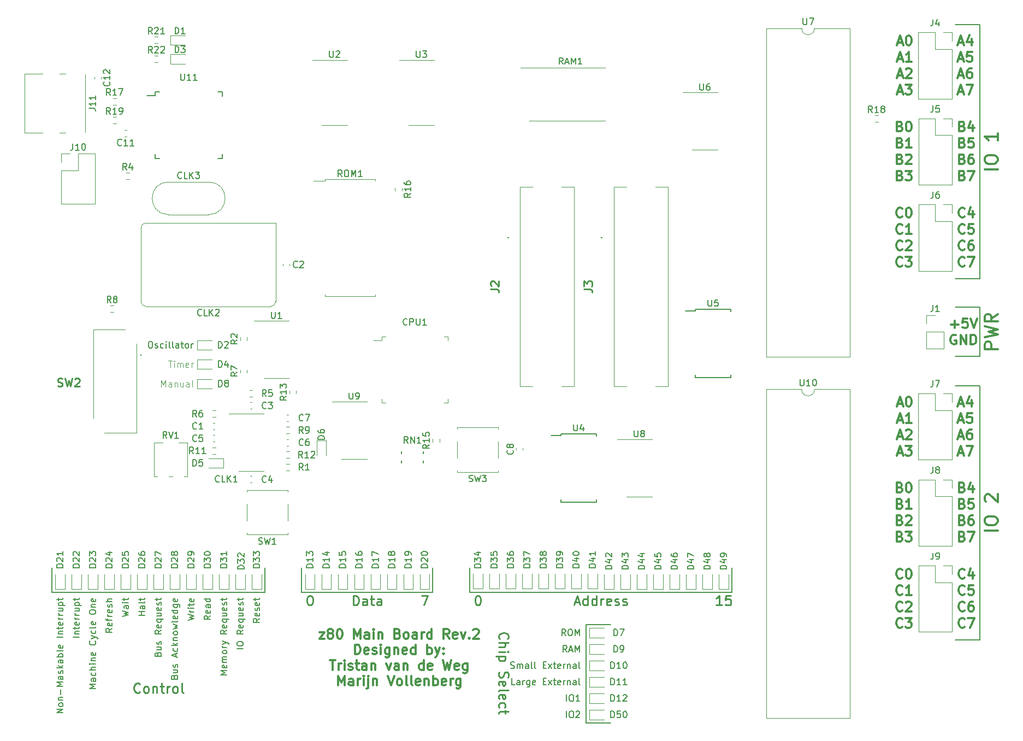
<source format=gbr>
%TF.GenerationSoftware,KiCad,Pcbnew,7.0.10*%
%TF.CreationDate,2024-03-05T20:32:04+01:00*%
%TF.ProjectId,z80,7a38302e-6b69-4636-9164-5f7063625858,1.0*%
%TF.SameCoordinates,Original*%
%TF.FileFunction,Legend,Top*%
%TF.FilePolarity,Positive*%
%FSLAX46Y46*%
G04 Gerber Fmt 4.6, Leading zero omitted, Abs format (unit mm)*
G04 Created by KiCad (PCBNEW 7.0.10) date 2024-03-05 20:32:04*
%MOMM*%
%LPD*%
G01*
G04 APERTURE LIST*
%ADD10C,0.150000*%
%ADD11C,0.300000*%
%ADD12C,0.225000*%
%ADD13C,0.125000*%
%ADD14C,0.254000*%
%ADD15C,0.120000*%
%ADD16C,0.100000*%
%ADD17C,0.200000*%
%ADD18C,0.152400*%
G04 APERTURE END LIST*
D10*
X231648000Y-127704000D02*
X227838000Y-127704000D01*
X146812000Y-116586000D02*
X146812000Y-120396000D01*
X227838000Y-88334000D02*
X231648000Y-88334000D01*
X146812000Y-120396000D02*
X126492000Y-120396000D01*
X193167000Y-116586000D02*
X193167000Y-120396000D01*
X170561000Y-125349000D02*
X174371000Y-125349000D01*
X231648000Y-32385000D02*
X231648000Y-71755000D01*
X231648000Y-76200000D02*
X231648000Y-83820000D01*
X231648000Y-88334000D02*
X231648000Y-127704000D01*
X120777000Y-116586000D02*
X120777000Y-120396000D01*
X227838000Y-76200000D02*
X231648000Y-76200000D01*
X152527000Y-120396000D02*
X152527000Y-116586000D01*
X126492000Y-120396000D02*
X126492000Y-116586000D01*
X231648000Y-71755000D02*
X227838000Y-71755000D01*
X170561000Y-140589000D02*
X170561000Y-125349000D01*
X120777000Y-120396000D02*
X87757000Y-120396000D01*
X231648000Y-83820000D02*
X227838000Y-83820000D01*
X193167000Y-120396000D02*
X152527000Y-120396000D01*
X87757000Y-120396000D02*
X87757000Y-116586000D01*
X170561000Y-140589000D02*
X174371000Y-140589000D01*
X227838000Y-32385000D02*
X231648000Y-32385000D01*
D11*
X228892510Y-50692614D02*
X229106796Y-50764042D01*
X229106796Y-50764042D02*
X229178225Y-50835471D01*
X229178225Y-50835471D02*
X229249653Y-50978328D01*
X229249653Y-50978328D02*
X229249653Y-51192614D01*
X229249653Y-51192614D02*
X229178225Y-51335471D01*
X229178225Y-51335471D02*
X229106796Y-51406900D01*
X229106796Y-51406900D02*
X228963939Y-51478328D01*
X228963939Y-51478328D02*
X228392510Y-51478328D01*
X228392510Y-51478328D02*
X228392510Y-49978328D01*
X228392510Y-49978328D02*
X228892510Y-49978328D01*
X228892510Y-49978328D02*
X229035368Y-50049757D01*
X229035368Y-50049757D02*
X229106796Y-50121185D01*
X229106796Y-50121185D02*
X229178225Y-50264042D01*
X229178225Y-50264042D02*
X229178225Y-50406900D01*
X229178225Y-50406900D02*
X229106796Y-50549757D01*
X229106796Y-50549757D02*
X229035368Y-50621185D01*
X229035368Y-50621185D02*
X228892510Y-50692614D01*
X228892510Y-50692614D02*
X228392510Y-50692614D01*
X230606796Y-49978328D02*
X229892510Y-49978328D01*
X229892510Y-49978328D02*
X229821082Y-50692614D01*
X229821082Y-50692614D02*
X229892510Y-50621185D01*
X229892510Y-50621185D02*
X230035368Y-50549757D01*
X230035368Y-50549757D02*
X230392510Y-50549757D01*
X230392510Y-50549757D02*
X230535368Y-50621185D01*
X230535368Y-50621185D02*
X230606796Y-50692614D01*
X230606796Y-50692614D02*
X230678225Y-50835471D01*
X230678225Y-50835471D02*
X230678225Y-51192614D01*
X230678225Y-51192614D02*
X230606796Y-51335471D01*
X230606796Y-51335471D02*
X230535368Y-51406900D01*
X230535368Y-51406900D02*
X230392510Y-51478328D01*
X230392510Y-51478328D02*
X230035368Y-51478328D01*
X230035368Y-51478328D02*
X229892510Y-51406900D01*
X229892510Y-51406900D02*
X229821082Y-51335471D01*
D10*
X119961819Y-124415399D02*
X119485628Y-124748732D01*
X119961819Y-124986827D02*
X118961819Y-124986827D01*
X118961819Y-124986827D02*
X118961819Y-124605875D01*
X118961819Y-124605875D02*
X119009438Y-124510637D01*
X119009438Y-124510637D02*
X119057057Y-124463018D01*
X119057057Y-124463018D02*
X119152295Y-124415399D01*
X119152295Y-124415399D02*
X119295152Y-124415399D01*
X119295152Y-124415399D02*
X119390390Y-124463018D01*
X119390390Y-124463018D02*
X119438009Y-124510637D01*
X119438009Y-124510637D02*
X119485628Y-124605875D01*
X119485628Y-124605875D02*
X119485628Y-124986827D01*
X119914200Y-123605875D02*
X119961819Y-123701113D01*
X119961819Y-123701113D02*
X119961819Y-123891589D01*
X119961819Y-123891589D02*
X119914200Y-123986827D01*
X119914200Y-123986827D02*
X119818961Y-124034446D01*
X119818961Y-124034446D02*
X119438009Y-124034446D01*
X119438009Y-124034446D02*
X119342771Y-123986827D01*
X119342771Y-123986827D02*
X119295152Y-123891589D01*
X119295152Y-123891589D02*
X119295152Y-123701113D01*
X119295152Y-123701113D02*
X119342771Y-123605875D01*
X119342771Y-123605875D02*
X119438009Y-123558256D01*
X119438009Y-123558256D02*
X119533247Y-123558256D01*
X119533247Y-123558256D02*
X119628485Y-124034446D01*
X119914200Y-123177303D02*
X119961819Y-123082065D01*
X119961819Y-123082065D02*
X119961819Y-122891589D01*
X119961819Y-122891589D02*
X119914200Y-122796351D01*
X119914200Y-122796351D02*
X119818961Y-122748732D01*
X119818961Y-122748732D02*
X119771342Y-122748732D01*
X119771342Y-122748732D02*
X119676104Y-122796351D01*
X119676104Y-122796351D02*
X119628485Y-122891589D01*
X119628485Y-122891589D02*
X119628485Y-123034446D01*
X119628485Y-123034446D02*
X119580866Y-123129684D01*
X119580866Y-123129684D02*
X119485628Y-123177303D01*
X119485628Y-123177303D02*
X119438009Y-123177303D01*
X119438009Y-123177303D02*
X119342771Y-123129684D01*
X119342771Y-123129684D02*
X119295152Y-123034446D01*
X119295152Y-123034446D02*
X119295152Y-122891589D01*
X119295152Y-122891589D02*
X119342771Y-122796351D01*
X119914200Y-121939208D02*
X119961819Y-122034446D01*
X119961819Y-122034446D02*
X119961819Y-122224922D01*
X119961819Y-122224922D02*
X119914200Y-122320160D01*
X119914200Y-122320160D02*
X119818961Y-122367779D01*
X119818961Y-122367779D02*
X119438009Y-122367779D01*
X119438009Y-122367779D02*
X119342771Y-122320160D01*
X119342771Y-122320160D02*
X119295152Y-122224922D01*
X119295152Y-122224922D02*
X119295152Y-122034446D01*
X119295152Y-122034446D02*
X119342771Y-121939208D01*
X119342771Y-121939208D02*
X119438009Y-121891589D01*
X119438009Y-121891589D02*
X119533247Y-121891589D01*
X119533247Y-121891589D02*
X119628485Y-122367779D01*
X119295152Y-121605874D02*
X119295152Y-121224922D01*
X118961819Y-121463017D02*
X119818961Y-121463017D01*
X119818961Y-121463017D02*
X119914200Y-121415398D01*
X119914200Y-121415398D02*
X119961819Y-121320160D01*
X119961819Y-121320160D02*
X119961819Y-121224922D01*
D11*
X228321082Y-37714757D02*
X229035368Y-37714757D01*
X228178225Y-38143328D02*
X228678225Y-36643328D01*
X228678225Y-36643328D02*
X229178225Y-38143328D01*
X230392510Y-36643328D02*
X229678224Y-36643328D01*
X229678224Y-36643328D02*
X229606796Y-37357614D01*
X229606796Y-37357614D02*
X229678224Y-37286185D01*
X229678224Y-37286185D02*
X229821082Y-37214757D01*
X229821082Y-37214757D02*
X230178224Y-37214757D01*
X230178224Y-37214757D02*
X230321082Y-37286185D01*
X230321082Y-37286185D02*
X230392510Y-37357614D01*
X230392510Y-37357614D02*
X230463939Y-37500471D01*
X230463939Y-37500471D02*
X230463939Y-37857614D01*
X230463939Y-37857614D02*
X230392510Y-38000471D01*
X230392510Y-38000471D02*
X230321082Y-38071900D01*
X230321082Y-38071900D02*
X230178224Y-38143328D01*
X230178224Y-38143328D02*
X229821082Y-38143328D01*
X229821082Y-38143328D02*
X229678224Y-38071900D01*
X229678224Y-38071900D02*
X229606796Y-38000471D01*
X219576346Y-120619471D02*
X219504918Y-120690900D01*
X219504918Y-120690900D02*
X219290632Y-120762328D01*
X219290632Y-120762328D02*
X219147775Y-120762328D01*
X219147775Y-120762328D02*
X218933489Y-120690900D01*
X218933489Y-120690900D02*
X218790632Y-120548042D01*
X218790632Y-120548042D02*
X218719203Y-120405185D01*
X218719203Y-120405185D02*
X218647775Y-120119471D01*
X218647775Y-120119471D02*
X218647775Y-119905185D01*
X218647775Y-119905185D02*
X218719203Y-119619471D01*
X218719203Y-119619471D02*
X218790632Y-119476614D01*
X218790632Y-119476614D02*
X218933489Y-119333757D01*
X218933489Y-119333757D02*
X219147775Y-119262328D01*
X219147775Y-119262328D02*
X219290632Y-119262328D01*
X219290632Y-119262328D02*
X219504918Y-119333757D01*
X219504918Y-119333757D02*
X219576346Y-119405185D01*
X221004918Y-120762328D02*
X220147775Y-120762328D01*
X220576346Y-120762328D02*
X220576346Y-119262328D01*
X220576346Y-119262328D02*
X220433489Y-119476614D01*
X220433489Y-119476614D02*
X220290632Y-119619471D01*
X220290632Y-119619471D02*
X220147775Y-119690900D01*
X218862061Y-93663757D02*
X219576347Y-93663757D01*
X218719204Y-94092328D02*
X219219204Y-92592328D01*
X219219204Y-92592328D02*
X219719204Y-94092328D01*
X221004918Y-94092328D02*
X220147775Y-94092328D01*
X220576346Y-94092328D02*
X220576346Y-92592328D01*
X220576346Y-92592328D02*
X220433489Y-92806614D01*
X220433489Y-92806614D02*
X220290632Y-92949471D01*
X220290632Y-92949471D02*
X220147775Y-93020900D01*
D10*
X98641819Y-124082064D02*
X99641819Y-123843969D01*
X99641819Y-123843969D02*
X98927533Y-123653493D01*
X98927533Y-123653493D02*
X99641819Y-123463017D01*
X99641819Y-123463017D02*
X98641819Y-123224922D01*
X99641819Y-122415398D02*
X99118009Y-122415398D01*
X99118009Y-122415398D02*
X99022771Y-122463017D01*
X99022771Y-122463017D02*
X98975152Y-122558255D01*
X98975152Y-122558255D02*
X98975152Y-122748731D01*
X98975152Y-122748731D02*
X99022771Y-122843969D01*
X99594200Y-122415398D02*
X99641819Y-122510636D01*
X99641819Y-122510636D02*
X99641819Y-122748731D01*
X99641819Y-122748731D02*
X99594200Y-122843969D01*
X99594200Y-122843969D02*
X99498961Y-122891588D01*
X99498961Y-122891588D02*
X99403723Y-122891588D01*
X99403723Y-122891588D02*
X99308485Y-122843969D01*
X99308485Y-122843969D02*
X99260866Y-122748731D01*
X99260866Y-122748731D02*
X99260866Y-122510636D01*
X99260866Y-122510636D02*
X99213247Y-122415398D01*
X99641819Y-121939207D02*
X98975152Y-121939207D01*
X98641819Y-121939207D02*
X98689438Y-121986826D01*
X98689438Y-121986826D02*
X98737057Y-121939207D01*
X98737057Y-121939207D02*
X98689438Y-121891588D01*
X98689438Y-121891588D02*
X98641819Y-121939207D01*
X98641819Y-121939207D02*
X98737057Y-121939207D01*
X98975152Y-121605874D02*
X98975152Y-121224922D01*
X98641819Y-121463017D02*
X99498961Y-121463017D01*
X99498961Y-121463017D02*
X99594200Y-121415398D01*
X99594200Y-121415398D02*
X99641819Y-121320160D01*
X99641819Y-121320160D02*
X99641819Y-121224922D01*
X104198009Y-129939209D02*
X104245628Y-129796352D01*
X104245628Y-129796352D02*
X104293247Y-129748733D01*
X104293247Y-129748733D02*
X104388485Y-129701114D01*
X104388485Y-129701114D02*
X104531342Y-129701114D01*
X104531342Y-129701114D02*
X104626580Y-129748733D01*
X104626580Y-129748733D02*
X104674200Y-129796352D01*
X104674200Y-129796352D02*
X104721819Y-129891590D01*
X104721819Y-129891590D02*
X104721819Y-130272542D01*
X104721819Y-130272542D02*
X103721819Y-130272542D01*
X103721819Y-130272542D02*
X103721819Y-129939209D01*
X103721819Y-129939209D02*
X103769438Y-129843971D01*
X103769438Y-129843971D02*
X103817057Y-129796352D01*
X103817057Y-129796352D02*
X103912295Y-129748733D01*
X103912295Y-129748733D02*
X104007533Y-129748733D01*
X104007533Y-129748733D02*
X104102771Y-129796352D01*
X104102771Y-129796352D02*
X104150390Y-129843971D01*
X104150390Y-129843971D02*
X104198009Y-129939209D01*
X104198009Y-129939209D02*
X104198009Y-130272542D01*
X104055152Y-128843971D02*
X104721819Y-128843971D01*
X104055152Y-129272542D02*
X104578961Y-129272542D01*
X104578961Y-129272542D02*
X104674200Y-129224923D01*
X104674200Y-129224923D02*
X104721819Y-129129685D01*
X104721819Y-129129685D02*
X104721819Y-128986828D01*
X104721819Y-128986828D02*
X104674200Y-128891590D01*
X104674200Y-128891590D02*
X104626580Y-128843971D01*
X104674200Y-128415399D02*
X104721819Y-128320161D01*
X104721819Y-128320161D02*
X104721819Y-128129685D01*
X104721819Y-128129685D02*
X104674200Y-128034447D01*
X104674200Y-128034447D02*
X104578961Y-127986828D01*
X104578961Y-127986828D02*
X104531342Y-127986828D01*
X104531342Y-127986828D02*
X104436104Y-128034447D01*
X104436104Y-128034447D02*
X104388485Y-128129685D01*
X104388485Y-128129685D02*
X104388485Y-128272542D01*
X104388485Y-128272542D02*
X104340866Y-128367780D01*
X104340866Y-128367780D02*
X104245628Y-128415399D01*
X104245628Y-128415399D02*
X104198009Y-128415399D01*
X104198009Y-128415399D02*
X104102771Y-128367780D01*
X104102771Y-128367780D02*
X104055152Y-128272542D01*
X104055152Y-128272542D02*
X104055152Y-128129685D01*
X104055152Y-128129685D02*
X104102771Y-128034447D01*
X104721819Y-126224923D02*
X104245628Y-126558256D01*
X104721819Y-126796351D02*
X103721819Y-126796351D01*
X103721819Y-126796351D02*
X103721819Y-126415399D01*
X103721819Y-126415399D02*
X103769438Y-126320161D01*
X103769438Y-126320161D02*
X103817057Y-126272542D01*
X103817057Y-126272542D02*
X103912295Y-126224923D01*
X103912295Y-126224923D02*
X104055152Y-126224923D01*
X104055152Y-126224923D02*
X104150390Y-126272542D01*
X104150390Y-126272542D02*
X104198009Y-126320161D01*
X104198009Y-126320161D02*
X104245628Y-126415399D01*
X104245628Y-126415399D02*
X104245628Y-126796351D01*
X104674200Y-125415399D02*
X104721819Y-125510637D01*
X104721819Y-125510637D02*
X104721819Y-125701113D01*
X104721819Y-125701113D02*
X104674200Y-125796351D01*
X104674200Y-125796351D02*
X104578961Y-125843970D01*
X104578961Y-125843970D02*
X104198009Y-125843970D01*
X104198009Y-125843970D02*
X104102771Y-125796351D01*
X104102771Y-125796351D02*
X104055152Y-125701113D01*
X104055152Y-125701113D02*
X104055152Y-125510637D01*
X104055152Y-125510637D02*
X104102771Y-125415399D01*
X104102771Y-125415399D02*
X104198009Y-125367780D01*
X104198009Y-125367780D02*
X104293247Y-125367780D01*
X104293247Y-125367780D02*
X104388485Y-125843970D01*
X104055152Y-124510637D02*
X105055152Y-124510637D01*
X104674200Y-124510637D02*
X104721819Y-124605875D01*
X104721819Y-124605875D02*
X104721819Y-124796351D01*
X104721819Y-124796351D02*
X104674200Y-124891589D01*
X104674200Y-124891589D02*
X104626580Y-124939208D01*
X104626580Y-124939208D02*
X104531342Y-124986827D01*
X104531342Y-124986827D02*
X104245628Y-124986827D01*
X104245628Y-124986827D02*
X104150390Y-124939208D01*
X104150390Y-124939208D02*
X104102771Y-124891589D01*
X104102771Y-124891589D02*
X104055152Y-124796351D01*
X104055152Y-124796351D02*
X104055152Y-124605875D01*
X104055152Y-124605875D02*
X104102771Y-124510637D01*
X104055152Y-123605875D02*
X104721819Y-123605875D01*
X104055152Y-124034446D02*
X104578961Y-124034446D01*
X104578961Y-124034446D02*
X104674200Y-123986827D01*
X104674200Y-123986827D02*
X104721819Y-123891589D01*
X104721819Y-123891589D02*
X104721819Y-123748732D01*
X104721819Y-123748732D02*
X104674200Y-123653494D01*
X104674200Y-123653494D02*
X104626580Y-123605875D01*
X104674200Y-122748732D02*
X104721819Y-122843970D01*
X104721819Y-122843970D02*
X104721819Y-123034446D01*
X104721819Y-123034446D02*
X104674200Y-123129684D01*
X104674200Y-123129684D02*
X104578961Y-123177303D01*
X104578961Y-123177303D02*
X104198009Y-123177303D01*
X104198009Y-123177303D02*
X104102771Y-123129684D01*
X104102771Y-123129684D02*
X104055152Y-123034446D01*
X104055152Y-123034446D02*
X104055152Y-122843970D01*
X104055152Y-122843970D02*
X104102771Y-122748732D01*
X104102771Y-122748732D02*
X104198009Y-122701113D01*
X104198009Y-122701113D02*
X104293247Y-122701113D01*
X104293247Y-122701113D02*
X104388485Y-123177303D01*
X104674200Y-122320160D02*
X104721819Y-122224922D01*
X104721819Y-122224922D02*
X104721819Y-122034446D01*
X104721819Y-122034446D02*
X104674200Y-121939208D01*
X104674200Y-121939208D02*
X104578961Y-121891589D01*
X104578961Y-121891589D02*
X104531342Y-121891589D01*
X104531342Y-121891589D02*
X104436104Y-121939208D01*
X104436104Y-121939208D02*
X104388485Y-122034446D01*
X104388485Y-122034446D02*
X104388485Y-122177303D01*
X104388485Y-122177303D02*
X104340866Y-122272541D01*
X104340866Y-122272541D02*
X104245628Y-122320160D01*
X104245628Y-122320160D02*
X104198009Y-122320160D01*
X104198009Y-122320160D02*
X104102771Y-122272541D01*
X104102771Y-122272541D02*
X104055152Y-122177303D01*
X104055152Y-122177303D02*
X104055152Y-122034446D01*
X104055152Y-122034446D02*
X104102771Y-121939208D01*
X104055152Y-121605874D02*
X104055152Y-121224922D01*
X103721819Y-121463017D02*
X104578961Y-121463017D01*
X104578961Y-121463017D02*
X104674200Y-121415398D01*
X104674200Y-121415398D02*
X104721819Y-121320160D01*
X104721819Y-121320160D02*
X104721819Y-121224922D01*
D11*
X219219203Y-48152614D02*
X219433489Y-48224042D01*
X219433489Y-48224042D02*
X219504918Y-48295471D01*
X219504918Y-48295471D02*
X219576346Y-48438328D01*
X219576346Y-48438328D02*
X219576346Y-48652614D01*
X219576346Y-48652614D02*
X219504918Y-48795471D01*
X219504918Y-48795471D02*
X219433489Y-48866900D01*
X219433489Y-48866900D02*
X219290632Y-48938328D01*
X219290632Y-48938328D02*
X218719203Y-48938328D01*
X218719203Y-48938328D02*
X218719203Y-47438328D01*
X218719203Y-47438328D02*
X219219203Y-47438328D01*
X219219203Y-47438328D02*
X219362061Y-47509757D01*
X219362061Y-47509757D02*
X219433489Y-47581185D01*
X219433489Y-47581185D02*
X219504918Y-47724042D01*
X219504918Y-47724042D02*
X219504918Y-47866900D01*
X219504918Y-47866900D02*
X219433489Y-48009757D01*
X219433489Y-48009757D02*
X219362061Y-48081185D01*
X219362061Y-48081185D02*
X219219203Y-48152614D01*
X219219203Y-48152614D02*
X218719203Y-48152614D01*
X220504918Y-47438328D02*
X220647775Y-47438328D01*
X220647775Y-47438328D02*
X220790632Y-47509757D01*
X220790632Y-47509757D02*
X220862061Y-47581185D01*
X220862061Y-47581185D02*
X220933489Y-47724042D01*
X220933489Y-47724042D02*
X221004918Y-48009757D01*
X221004918Y-48009757D02*
X221004918Y-48366900D01*
X221004918Y-48366900D02*
X220933489Y-48652614D01*
X220933489Y-48652614D02*
X220862061Y-48795471D01*
X220862061Y-48795471D02*
X220790632Y-48866900D01*
X220790632Y-48866900D02*
X220647775Y-48938328D01*
X220647775Y-48938328D02*
X220504918Y-48938328D01*
X220504918Y-48938328D02*
X220362061Y-48866900D01*
X220362061Y-48866900D02*
X220290632Y-48795471D01*
X220290632Y-48795471D02*
X220219203Y-48652614D01*
X220219203Y-48652614D02*
X220147775Y-48366900D01*
X220147775Y-48366900D02*
X220147775Y-48009757D01*
X220147775Y-48009757D02*
X220219203Y-47724042D01*
X220219203Y-47724042D02*
X220290632Y-47581185D01*
X220290632Y-47581185D02*
X220362061Y-47509757D01*
X220362061Y-47509757D02*
X220504918Y-47438328D01*
X218862061Y-96203757D02*
X219576347Y-96203757D01*
X218719204Y-96632328D02*
X219219204Y-95132328D01*
X219219204Y-95132328D02*
X219719204Y-96632328D01*
X220147775Y-95275185D02*
X220219203Y-95203757D01*
X220219203Y-95203757D02*
X220362061Y-95132328D01*
X220362061Y-95132328D02*
X220719203Y-95132328D01*
X220719203Y-95132328D02*
X220862061Y-95203757D01*
X220862061Y-95203757D02*
X220933489Y-95275185D01*
X220933489Y-95275185D02*
X221004918Y-95418042D01*
X221004918Y-95418042D02*
X221004918Y-95560900D01*
X221004918Y-95560900D02*
X220933489Y-95775185D01*
X220933489Y-95775185D02*
X220076346Y-96632328D01*
X220076346Y-96632328D02*
X221004918Y-96632328D01*
X228892510Y-111721614D02*
X229106796Y-111793042D01*
X229106796Y-111793042D02*
X229178225Y-111864471D01*
X229178225Y-111864471D02*
X229249653Y-112007328D01*
X229249653Y-112007328D02*
X229249653Y-112221614D01*
X229249653Y-112221614D02*
X229178225Y-112364471D01*
X229178225Y-112364471D02*
X229106796Y-112435900D01*
X229106796Y-112435900D02*
X228963939Y-112507328D01*
X228963939Y-112507328D02*
X228392510Y-112507328D01*
X228392510Y-112507328D02*
X228392510Y-111007328D01*
X228392510Y-111007328D02*
X228892510Y-111007328D01*
X228892510Y-111007328D02*
X229035368Y-111078757D01*
X229035368Y-111078757D02*
X229106796Y-111150185D01*
X229106796Y-111150185D02*
X229178225Y-111293042D01*
X229178225Y-111293042D02*
X229178225Y-111435900D01*
X229178225Y-111435900D02*
X229106796Y-111578757D01*
X229106796Y-111578757D02*
X229035368Y-111650185D01*
X229035368Y-111650185D02*
X228892510Y-111721614D01*
X228892510Y-111721614D02*
X228392510Y-111721614D01*
X229749653Y-111007328D02*
X230749653Y-111007328D01*
X230749653Y-111007328D02*
X230106796Y-112507328D01*
X219576346Y-67210471D02*
X219504918Y-67281900D01*
X219504918Y-67281900D02*
X219290632Y-67353328D01*
X219290632Y-67353328D02*
X219147775Y-67353328D01*
X219147775Y-67353328D02*
X218933489Y-67281900D01*
X218933489Y-67281900D02*
X218790632Y-67139042D01*
X218790632Y-67139042D02*
X218719203Y-66996185D01*
X218719203Y-66996185D02*
X218647775Y-66710471D01*
X218647775Y-66710471D02*
X218647775Y-66496185D01*
X218647775Y-66496185D02*
X218719203Y-66210471D01*
X218719203Y-66210471D02*
X218790632Y-66067614D01*
X218790632Y-66067614D02*
X218933489Y-65924757D01*
X218933489Y-65924757D02*
X219147775Y-65853328D01*
X219147775Y-65853328D02*
X219290632Y-65853328D01*
X219290632Y-65853328D02*
X219504918Y-65924757D01*
X219504918Y-65924757D02*
X219576346Y-65996185D01*
X220147775Y-65996185D02*
X220219203Y-65924757D01*
X220219203Y-65924757D02*
X220362061Y-65853328D01*
X220362061Y-65853328D02*
X220719203Y-65853328D01*
X220719203Y-65853328D02*
X220862061Y-65924757D01*
X220862061Y-65924757D02*
X220933489Y-65996185D01*
X220933489Y-65996185D02*
X221004918Y-66139042D01*
X221004918Y-66139042D02*
X221004918Y-66281900D01*
X221004918Y-66281900D02*
X220933489Y-66496185D01*
X220933489Y-66496185D02*
X220076346Y-67353328D01*
X220076346Y-67353328D02*
X221004918Y-67353328D01*
X228892510Y-48152614D02*
X229106796Y-48224042D01*
X229106796Y-48224042D02*
X229178225Y-48295471D01*
X229178225Y-48295471D02*
X229249653Y-48438328D01*
X229249653Y-48438328D02*
X229249653Y-48652614D01*
X229249653Y-48652614D02*
X229178225Y-48795471D01*
X229178225Y-48795471D02*
X229106796Y-48866900D01*
X229106796Y-48866900D02*
X228963939Y-48938328D01*
X228963939Y-48938328D02*
X228392510Y-48938328D01*
X228392510Y-48938328D02*
X228392510Y-47438328D01*
X228392510Y-47438328D02*
X228892510Y-47438328D01*
X228892510Y-47438328D02*
X229035368Y-47509757D01*
X229035368Y-47509757D02*
X229106796Y-47581185D01*
X229106796Y-47581185D02*
X229178225Y-47724042D01*
X229178225Y-47724042D02*
X229178225Y-47866900D01*
X229178225Y-47866900D02*
X229106796Y-48009757D01*
X229106796Y-48009757D02*
X229035368Y-48081185D01*
X229035368Y-48081185D02*
X228892510Y-48152614D01*
X228892510Y-48152614D02*
X228392510Y-48152614D01*
X230535368Y-47938328D02*
X230535368Y-48938328D01*
X230178225Y-47366900D02*
X229821082Y-48438328D01*
X229821082Y-48438328D02*
X230749653Y-48438328D01*
D12*
X168811286Y-121919657D02*
X169525572Y-121919657D01*
X168668429Y-122348228D02*
X169168429Y-120848228D01*
X169168429Y-120848228D02*
X169668429Y-122348228D01*
X170811286Y-122348228D02*
X170811286Y-120848228D01*
X170811286Y-122276800D02*
X170668428Y-122348228D01*
X170668428Y-122348228D02*
X170382714Y-122348228D01*
X170382714Y-122348228D02*
X170239857Y-122276800D01*
X170239857Y-122276800D02*
X170168428Y-122205371D01*
X170168428Y-122205371D02*
X170097000Y-122062514D01*
X170097000Y-122062514D02*
X170097000Y-121633942D01*
X170097000Y-121633942D02*
X170168428Y-121491085D01*
X170168428Y-121491085D02*
X170239857Y-121419657D01*
X170239857Y-121419657D02*
X170382714Y-121348228D01*
X170382714Y-121348228D02*
X170668428Y-121348228D01*
X170668428Y-121348228D02*
X170811286Y-121419657D01*
X172168429Y-122348228D02*
X172168429Y-120848228D01*
X172168429Y-122276800D02*
X172025571Y-122348228D01*
X172025571Y-122348228D02*
X171739857Y-122348228D01*
X171739857Y-122348228D02*
X171597000Y-122276800D01*
X171597000Y-122276800D02*
X171525571Y-122205371D01*
X171525571Y-122205371D02*
X171454143Y-122062514D01*
X171454143Y-122062514D02*
X171454143Y-121633942D01*
X171454143Y-121633942D02*
X171525571Y-121491085D01*
X171525571Y-121491085D02*
X171597000Y-121419657D01*
X171597000Y-121419657D02*
X171739857Y-121348228D01*
X171739857Y-121348228D02*
X172025571Y-121348228D01*
X172025571Y-121348228D02*
X172168429Y-121419657D01*
X172882714Y-122348228D02*
X172882714Y-121348228D01*
X172882714Y-121633942D02*
X172954143Y-121491085D01*
X172954143Y-121491085D02*
X173025572Y-121419657D01*
X173025572Y-121419657D02*
X173168429Y-121348228D01*
X173168429Y-121348228D02*
X173311286Y-121348228D01*
X174382714Y-122276800D02*
X174239857Y-122348228D01*
X174239857Y-122348228D02*
X173954143Y-122348228D01*
X173954143Y-122348228D02*
X173811285Y-122276800D01*
X173811285Y-122276800D02*
X173739857Y-122133942D01*
X173739857Y-122133942D02*
X173739857Y-121562514D01*
X173739857Y-121562514D02*
X173811285Y-121419657D01*
X173811285Y-121419657D02*
X173954143Y-121348228D01*
X173954143Y-121348228D02*
X174239857Y-121348228D01*
X174239857Y-121348228D02*
X174382714Y-121419657D01*
X174382714Y-121419657D02*
X174454143Y-121562514D01*
X174454143Y-121562514D02*
X174454143Y-121705371D01*
X174454143Y-121705371D02*
X173739857Y-121848228D01*
X175025571Y-122276800D02*
X175168428Y-122348228D01*
X175168428Y-122348228D02*
X175454142Y-122348228D01*
X175454142Y-122348228D02*
X175596999Y-122276800D01*
X175596999Y-122276800D02*
X175668428Y-122133942D01*
X175668428Y-122133942D02*
X175668428Y-122062514D01*
X175668428Y-122062514D02*
X175596999Y-121919657D01*
X175596999Y-121919657D02*
X175454142Y-121848228D01*
X175454142Y-121848228D02*
X175239857Y-121848228D01*
X175239857Y-121848228D02*
X175096999Y-121776800D01*
X175096999Y-121776800D02*
X175025571Y-121633942D01*
X175025571Y-121633942D02*
X175025571Y-121562514D01*
X175025571Y-121562514D02*
X175096999Y-121419657D01*
X175096999Y-121419657D02*
X175239857Y-121348228D01*
X175239857Y-121348228D02*
X175454142Y-121348228D01*
X175454142Y-121348228D02*
X175596999Y-121419657D01*
X176239857Y-122276800D02*
X176382714Y-122348228D01*
X176382714Y-122348228D02*
X176668428Y-122348228D01*
X176668428Y-122348228D02*
X176811285Y-122276800D01*
X176811285Y-122276800D02*
X176882714Y-122133942D01*
X176882714Y-122133942D02*
X176882714Y-122062514D01*
X176882714Y-122062514D02*
X176811285Y-121919657D01*
X176811285Y-121919657D02*
X176668428Y-121848228D01*
X176668428Y-121848228D02*
X176454143Y-121848228D01*
X176454143Y-121848228D02*
X176311285Y-121776800D01*
X176311285Y-121776800D02*
X176239857Y-121633942D01*
X176239857Y-121633942D02*
X176239857Y-121562514D01*
X176239857Y-121562514D02*
X176311285Y-121419657D01*
X176311285Y-121419657D02*
X176454143Y-121348228D01*
X176454143Y-121348228D02*
X176668428Y-121348228D01*
X176668428Y-121348228D02*
X176811285Y-121419657D01*
D11*
X218862061Y-40254757D02*
X219576347Y-40254757D01*
X218719204Y-40683328D02*
X219219204Y-39183328D01*
X219219204Y-39183328D02*
X219719204Y-40683328D01*
X220147775Y-39326185D02*
X220219203Y-39254757D01*
X220219203Y-39254757D02*
X220362061Y-39183328D01*
X220362061Y-39183328D02*
X220719203Y-39183328D01*
X220719203Y-39183328D02*
X220862061Y-39254757D01*
X220862061Y-39254757D02*
X220933489Y-39326185D01*
X220933489Y-39326185D02*
X221004918Y-39469042D01*
X221004918Y-39469042D02*
X221004918Y-39611900D01*
X221004918Y-39611900D02*
X220933489Y-39826185D01*
X220933489Y-39826185D02*
X220076346Y-40683328D01*
X220076346Y-40683328D02*
X221004918Y-40683328D01*
D12*
X101409857Y-135794371D02*
X101338429Y-135865800D01*
X101338429Y-135865800D02*
X101124143Y-135937228D01*
X101124143Y-135937228D02*
X100981286Y-135937228D01*
X100981286Y-135937228D02*
X100767000Y-135865800D01*
X100767000Y-135865800D02*
X100624143Y-135722942D01*
X100624143Y-135722942D02*
X100552714Y-135580085D01*
X100552714Y-135580085D02*
X100481286Y-135294371D01*
X100481286Y-135294371D02*
X100481286Y-135080085D01*
X100481286Y-135080085D02*
X100552714Y-134794371D01*
X100552714Y-134794371D02*
X100624143Y-134651514D01*
X100624143Y-134651514D02*
X100767000Y-134508657D01*
X100767000Y-134508657D02*
X100981286Y-134437228D01*
X100981286Y-134437228D02*
X101124143Y-134437228D01*
X101124143Y-134437228D02*
X101338429Y-134508657D01*
X101338429Y-134508657D02*
X101409857Y-134580085D01*
X102267000Y-135937228D02*
X102124143Y-135865800D01*
X102124143Y-135865800D02*
X102052714Y-135794371D01*
X102052714Y-135794371D02*
X101981286Y-135651514D01*
X101981286Y-135651514D02*
X101981286Y-135222942D01*
X101981286Y-135222942D02*
X102052714Y-135080085D01*
X102052714Y-135080085D02*
X102124143Y-135008657D01*
X102124143Y-135008657D02*
X102267000Y-134937228D01*
X102267000Y-134937228D02*
X102481286Y-134937228D01*
X102481286Y-134937228D02*
X102624143Y-135008657D01*
X102624143Y-135008657D02*
X102695572Y-135080085D01*
X102695572Y-135080085D02*
X102767000Y-135222942D01*
X102767000Y-135222942D02*
X102767000Y-135651514D01*
X102767000Y-135651514D02*
X102695572Y-135794371D01*
X102695572Y-135794371D02*
X102624143Y-135865800D01*
X102624143Y-135865800D02*
X102481286Y-135937228D01*
X102481286Y-135937228D02*
X102267000Y-135937228D01*
X103409857Y-134937228D02*
X103409857Y-135937228D01*
X103409857Y-135080085D02*
X103481286Y-135008657D01*
X103481286Y-135008657D02*
X103624143Y-134937228D01*
X103624143Y-134937228D02*
X103838429Y-134937228D01*
X103838429Y-134937228D02*
X103981286Y-135008657D01*
X103981286Y-135008657D02*
X104052715Y-135151514D01*
X104052715Y-135151514D02*
X104052715Y-135937228D01*
X104552715Y-134937228D02*
X105124143Y-134937228D01*
X104767000Y-134437228D02*
X104767000Y-135722942D01*
X104767000Y-135722942D02*
X104838429Y-135865800D01*
X104838429Y-135865800D02*
X104981286Y-135937228D01*
X104981286Y-135937228D02*
X105124143Y-135937228D01*
X105624143Y-135937228D02*
X105624143Y-134937228D01*
X105624143Y-135222942D02*
X105695572Y-135080085D01*
X105695572Y-135080085D02*
X105767001Y-135008657D01*
X105767001Y-135008657D02*
X105909858Y-134937228D01*
X105909858Y-134937228D02*
X106052715Y-134937228D01*
X106767000Y-135937228D02*
X106624143Y-135865800D01*
X106624143Y-135865800D02*
X106552714Y-135794371D01*
X106552714Y-135794371D02*
X106481286Y-135651514D01*
X106481286Y-135651514D02*
X106481286Y-135222942D01*
X106481286Y-135222942D02*
X106552714Y-135080085D01*
X106552714Y-135080085D02*
X106624143Y-135008657D01*
X106624143Y-135008657D02*
X106767000Y-134937228D01*
X106767000Y-134937228D02*
X106981286Y-134937228D01*
X106981286Y-134937228D02*
X107124143Y-135008657D01*
X107124143Y-135008657D02*
X107195572Y-135080085D01*
X107195572Y-135080085D02*
X107267000Y-135222942D01*
X107267000Y-135222942D02*
X107267000Y-135651514D01*
X107267000Y-135651514D02*
X107195572Y-135794371D01*
X107195572Y-135794371D02*
X107124143Y-135865800D01*
X107124143Y-135865800D02*
X106981286Y-135937228D01*
X106981286Y-135937228D02*
X106767000Y-135937228D01*
X108124143Y-135937228D02*
X107981286Y-135865800D01*
X107981286Y-135865800D02*
X107909857Y-135722942D01*
X107909857Y-135722942D02*
X107909857Y-134437228D01*
D11*
X219219203Y-53232614D02*
X219433489Y-53304042D01*
X219433489Y-53304042D02*
X219504918Y-53375471D01*
X219504918Y-53375471D02*
X219576346Y-53518328D01*
X219576346Y-53518328D02*
X219576346Y-53732614D01*
X219576346Y-53732614D02*
X219504918Y-53875471D01*
X219504918Y-53875471D02*
X219433489Y-53946900D01*
X219433489Y-53946900D02*
X219290632Y-54018328D01*
X219290632Y-54018328D02*
X218719203Y-54018328D01*
X218719203Y-54018328D02*
X218719203Y-52518328D01*
X218719203Y-52518328D02*
X219219203Y-52518328D01*
X219219203Y-52518328D02*
X219362061Y-52589757D01*
X219362061Y-52589757D02*
X219433489Y-52661185D01*
X219433489Y-52661185D02*
X219504918Y-52804042D01*
X219504918Y-52804042D02*
X219504918Y-52946900D01*
X219504918Y-52946900D02*
X219433489Y-53089757D01*
X219433489Y-53089757D02*
X219362061Y-53161185D01*
X219362061Y-53161185D02*
X219219203Y-53232614D01*
X219219203Y-53232614D02*
X218719203Y-53232614D01*
X220147775Y-52661185D02*
X220219203Y-52589757D01*
X220219203Y-52589757D02*
X220362061Y-52518328D01*
X220362061Y-52518328D02*
X220719203Y-52518328D01*
X220719203Y-52518328D02*
X220862061Y-52589757D01*
X220862061Y-52589757D02*
X220933489Y-52661185D01*
X220933489Y-52661185D02*
X221004918Y-52804042D01*
X221004918Y-52804042D02*
X221004918Y-52946900D01*
X221004918Y-52946900D02*
X220933489Y-53161185D01*
X220933489Y-53161185D02*
X220076346Y-54018328D01*
X220076346Y-54018328D02*
X221004918Y-54018328D01*
X218862061Y-91123757D02*
X219576347Y-91123757D01*
X218719204Y-91552328D02*
X219219204Y-90052328D01*
X219219204Y-90052328D02*
X219719204Y-91552328D01*
X220504918Y-90052328D02*
X220647775Y-90052328D01*
X220647775Y-90052328D02*
X220790632Y-90123757D01*
X220790632Y-90123757D02*
X220862061Y-90195185D01*
X220862061Y-90195185D02*
X220933489Y-90338042D01*
X220933489Y-90338042D02*
X221004918Y-90623757D01*
X221004918Y-90623757D02*
X221004918Y-90980900D01*
X221004918Y-90980900D02*
X220933489Y-91266614D01*
X220933489Y-91266614D02*
X220862061Y-91409471D01*
X220862061Y-91409471D02*
X220790632Y-91480900D01*
X220790632Y-91480900D02*
X220647775Y-91552328D01*
X220647775Y-91552328D02*
X220504918Y-91552328D01*
X220504918Y-91552328D02*
X220362061Y-91480900D01*
X220362061Y-91480900D02*
X220290632Y-91409471D01*
X220290632Y-91409471D02*
X220219203Y-91266614D01*
X220219203Y-91266614D02*
X220147775Y-90980900D01*
X220147775Y-90980900D02*
X220147775Y-90623757D01*
X220147775Y-90623757D02*
X220219203Y-90338042D01*
X220219203Y-90338042D02*
X220290632Y-90195185D01*
X220290632Y-90195185D02*
X220362061Y-90123757D01*
X220362061Y-90123757D02*
X220504918Y-90052328D01*
X229249653Y-120619471D02*
X229178225Y-120690900D01*
X229178225Y-120690900D02*
X228963939Y-120762328D01*
X228963939Y-120762328D02*
X228821082Y-120762328D01*
X228821082Y-120762328D02*
X228606796Y-120690900D01*
X228606796Y-120690900D02*
X228463939Y-120548042D01*
X228463939Y-120548042D02*
X228392510Y-120405185D01*
X228392510Y-120405185D02*
X228321082Y-120119471D01*
X228321082Y-120119471D02*
X228321082Y-119905185D01*
X228321082Y-119905185D02*
X228392510Y-119619471D01*
X228392510Y-119619471D02*
X228463939Y-119476614D01*
X228463939Y-119476614D02*
X228606796Y-119333757D01*
X228606796Y-119333757D02*
X228821082Y-119262328D01*
X228821082Y-119262328D02*
X228963939Y-119262328D01*
X228963939Y-119262328D02*
X229178225Y-119333757D01*
X229178225Y-119333757D02*
X229249653Y-119405185D01*
X230606796Y-119262328D02*
X229892510Y-119262328D01*
X229892510Y-119262328D02*
X229821082Y-119976614D01*
X229821082Y-119976614D02*
X229892510Y-119905185D01*
X229892510Y-119905185D02*
X230035368Y-119833757D01*
X230035368Y-119833757D02*
X230392510Y-119833757D01*
X230392510Y-119833757D02*
X230535368Y-119905185D01*
X230535368Y-119905185D02*
X230606796Y-119976614D01*
X230606796Y-119976614D02*
X230678225Y-120119471D01*
X230678225Y-120119471D02*
X230678225Y-120476614D01*
X230678225Y-120476614D02*
X230606796Y-120619471D01*
X230606796Y-120619471D02*
X230535368Y-120690900D01*
X230535368Y-120690900D02*
X230392510Y-120762328D01*
X230392510Y-120762328D02*
X230035368Y-120762328D01*
X230035368Y-120762328D02*
X229892510Y-120690900D01*
X229892510Y-120690900D02*
X229821082Y-120619471D01*
X219576346Y-118079471D02*
X219504918Y-118150900D01*
X219504918Y-118150900D02*
X219290632Y-118222328D01*
X219290632Y-118222328D02*
X219147775Y-118222328D01*
X219147775Y-118222328D02*
X218933489Y-118150900D01*
X218933489Y-118150900D02*
X218790632Y-118008042D01*
X218790632Y-118008042D02*
X218719203Y-117865185D01*
X218719203Y-117865185D02*
X218647775Y-117579471D01*
X218647775Y-117579471D02*
X218647775Y-117365185D01*
X218647775Y-117365185D02*
X218719203Y-117079471D01*
X218719203Y-117079471D02*
X218790632Y-116936614D01*
X218790632Y-116936614D02*
X218933489Y-116793757D01*
X218933489Y-116793757D02*
X219147775Y-116722328D01*
X219147775Y-116722328D02*
X219290632Y-116722328D01*
X219290632Y-116722328D02*
X219504918Y-116793757D01*
X219504918Y-116793757D02*
X219576346Y-116865185D01*
X220504918Y-116722328D02*
X220647775Y-116722328D01*
X220647775Y-116722328D02*
X220790632Y-116793757D01*
X220790632Y-116793757D02*
X220862061Y-116865185D01*
X220862061Y-116865185D02*
X220933489Y-117008042D01*
X220933489Y-117008042D02*
X221004918Y-117293757D01*
X221004918Y-117293757D02*
X221004918Y-117650900D01*
X221004918Y-117650900D02*
X220933489Y-117936614D01*
X220933489Y-117936614D02*
X220862061Y-118079471D01*
X220862061Y-118079471D02*
X220790632Y-118150900D01*
X220790632Y-118150900D02*
X220647775Y-118222328D01*
X220647775Y-118222328D02*
X220504918Y-118222328D01*
X220504918Y-118222328D02*
X220362061Y-118150900D01*
X220362061Y-118150900D02*
X220290632Y-118079471D01*
X220290632Y-118079471D02*
X220219203Y-117936614D01*
X220219203Y-117936614D02*
X220147775Y-117650900D01*
X220147775Y-117650900D02*
X220147775Y-117293757D01*
X220147775Y-117293757D02*
X220219203Y-117008042D01*
X220219203Y-117008042D02*
X220290632Y-116865185D01*
X220290632Y-116865185D02*
X220362061Y-116793757D01*
X220362061Y-116793757D02*
X220504918Y-116722328D01*
X227122510Y-78846900D02*
X228265368Y-78846900D01*
X227693939Y-79418328D02*
X227693939Y-78275471D01*
X229693939Y-77918328D02*
X228979653Y-77918328D01*
X228979653Y-77918328D02*
X228908225Y-78632614D01*
X228908225Y-78632614D02*
X228979653Y-78561185D01*
X228979653Y-78561185D02*
X229122511Y-78489757D01*
X229122511Y-78489757D02*
X229479653Y-78489757D01*
X229479653Y-78489757D02*
X229622511Y-78561185D01*
X229622511Y-78561185D02*
X229693939Y-78632614D01*
X229693939Y-78632614D02*
X229765368Y-78775471D01*
X229765368Y-78775471D02*
X229765368Y-79132614D01*
X229765368Y-79132614D02*
X229693939Y-79275471D01*
X229693939Y-79275471D02*
X229622511Y-79346900D01*
X229622511Y-79346900D02*
X229479653Y-79418328D01*
X229479653Y-79418328D02*
X229122511Y-79418328D01*
X229122511Y-79418328D02*
X228979653Y-79346900D01*
X228979653Y-79346900D02*
X228908225Y-79275471D01*
X230193939Y-77918328D02*
X230693939Y-79418328D01*
X230693939Y-79418328D02*
X231193939Y-77918328D01*
D10*
X94561819Y-135272542D02*
X93561819Y-135272542D01*
X93561819Y-135272542D02*
X94276104Y-134939209D01*
X94276104Y-134939209D02*
X93561819Y-134605876D01*
X93561819Y-134605876D02*
X94561819Y-134605876D01*
X94561819Y-133701114D02*
X94038009Y-133701114D01*
X94038009Y-133701114D02*
X93942771Y-133748733D01*
X93942771Y-133748733D02*
X93895152Y-133843971D01*
X93895152Y-133843971D02*
X93895152Y-134034447D01*
X93895152Y-134034447D02*
X93942771Y-134129685D01*
X94514200Y-133701114D02*
X94561819Y-133796352D01*
X94561819Y-133796352D02*
X94561819Y-134034447D01*
X94561819Y-134034447D02*
X94514200Y-134129685D01*
X94514200Y-134129685D02*
X94418961Y-134177304D01*
X94418961Y-134177304D02*
X94323723Y-134177304D01*
X94323723Y-134177304D02*
X94228485Y-134129685D01*
X94228485Y-134129685D02*
X94180866Y-134034447D01*
X94180866Y-134034447D02*
X94180866Y-133796352D01*
X94180866Y-133796352D02*
X94133247Y-133701114D01*
X94514200Y-132796352D02*
X94561819Y-132891590D01*
X94561819Y-132891590D02*
X94561819Y-133082066D01*
X94561819Y-133082066D02*
X94514200Y-133177304D01*
X94514200Y-133177304D02*
X94466580Y-133224923D01*
X94466580Y-133224923D02*
X94371342Y-133272542D01*
X94371342Y-133272542D02*
X94085628Y-133272542D01*
X94085628Y-133272542D02*
X93990390Y-133224923D01*
X93990390Y-133224923D02*
X93942771Y-133177304D01*
X93942771Y-133177304D02*
X93895152Y-133082066D01*
X93895152Y-133082066D02*
X93895152Y-132891590D01*
X93895152Y-132891590D02*
X93942771Y-132796352D01*
X94561819Y-132367780D02*
X93561819Y-132367780D01*
X94561819Y-131939209D02*
X94038009Y-131939209D01*
X94038009Y-131939209D02*
X93942771Y-131986828D01*
X93942771Y-131986828D02*
X93895152Y-132082066D01*
X93895152Y-132082066D02*
X93895152Y-132224923D01*
X93895152Y-132224923D02*
X93942771Y-132320161D01*
X93942771Y-132320161D02*
X93990390Y-132367780D01*
X94561819Y-131463018D02*
X93895152Y-131463018D01*
X93561819Y-131463018D02*
X93609438Y-131510637D01*
X93609438Y-131510637D02*
X93657057Y-131463018D01*
X93657057Y-131463018D02*
X93609438Y-131415399D01*
X93609438Y-131415399D02*
X93561819Y-131463018D01*
X93561819Y-131463018D02*
X93657057Y-131463018D01*
X93895152Y-130986828D02*
X94561819Y-130986828D01*
X93990390Y-130986828D02*
X93942771Y-130939209D01*
X93942771Y-130939209D02*
X93895152Y-130843971D01*
X93895152Y-130843971D02*
X93895152Y-130701114D01*
X93895152Y-130701114D02*
X93942771Y-130605876D01*
X93942771Y-130605876D02*
X94038009Y-130558257D01*
X94038009Y-130558257D02*
X94561819Y-130558257D01*
X94514200Y-129701114D02*
X94561819Y-129796352D01*
X94561819Y-129796352D02*
X94561819Y-129986828D01*
X94561819Y-129986828D02*
X94514200Y-130082066D01*
X94514200Y-130082066D02*
X94418961Y-130129685D01*
X94418961Y-130129685D02*
X94038009Y-130129685D01*
X94038009Y-130129685D02*
X93942771Y-130082066D01*
X93942771Y-130082066D02*
X93895152Y-129986828D01*
X93895152Y-129986828D02*
X93895152Y-129796352D01*
X93895152Y-129796352D02*
X93942771Y-129701114D01*
X93942771Y-129701114D02*
X94038009Y-129653495D01*
X94038009Y-129653495D02*
X94133247Y-129653495D01*
X94133247Y-129653495D02*
X94228485Y-130129685D01*
X94466580Y-127891590D02*
X94514200Y-127939209D01*
X94514200Y-127939209D02*
X94561819Y-128082066D01*
X94561819Y-128082066D02*
X94561819Y-128177304D01*
X94561819Y-128177304D02*
X94514200Y-128320161D01*
X94514200Y-128320161D02*
X94418961Y-128415399D01*
X94418961Y-128415399D02*
X94323723Y-128463018D01*
X94323723Y-128463018D02*
X94133247Y-128510637D01*
X94133247Y-128510637D02*
X93990390Y-128510637D01*
X93990390Y-128510637D02*
X93799914Y-128463018D01*
X93799914Y-128463018D02*
X93704676Y-128415399D01*
X93704676Y-128415399D02*
X93609438Y-128320161D01*
X93609438Y-128320161D02*
X93561819Y-128177304D01*
X93561819Y-128177304D02*
X93561819Y-128082066D01*
X93561819Y-128082066D02*
X93609438Y-127939209D01*
X93609438Y-127939209D02*
X93657057Y-127891590D01*
X93895152Y-127558256D02*
X94561819Y-127320161D01*
X93895152Y-127082066D02*
X94561819Y-127320161D01*
X94561819Y-127320161D02*
X94799914Y-127415399D01*
X94799914Y-127415399D02*
X94847533Y-127463018D01*
X94847533Y-127463018D02*
X94895152Y-127558256D01*
X94514200Y-126272542D02*
X94561819Y-126367780D01*
X94561819Y-126367780D02*
X94561819Y-126558256D01*
X94561819Y-126558256D02*
X94514200Y-126653494D01*
X94514200Y-126653494D02*
X94466580Y-126701113D01*
X94466580Y-126701113D02*
X94371342Y-126748732D01*
X94371342Y-126748732D02*
X94085628Y-126748732D01*
X94085628Y-126748732D02*
X93990390Y-126701113D01*
X93990390Y-126701113D02*
X93942771Y-126653494D01*
X93942771Y-126653494D02*
X93895152Y-126558256D01*
X93895152Y-126558256D02*
X93895152Y-126367780D01*
X93895152Y-126367780D02*
X93942771Y-126272542D01*
X94561819Y-125701113D02*
X94514200Y-125796351D01*
X94514200Y-125796351D02*
X94418961Y-125843970D01*
X94418961Y-125843970D02*
X93561819Y-125843970D01*
X94514200Y-124939208D02*
X94561819Y-125034446D01*
X94561819Y-125034446D02*
X94561819Y-125224922D01*
X94561819Y-125224922D02*
X94514200Y-125320160D01*
X94514200Y-125320160D02*
X94418961Y-125367779D01*
X94418961Y-125367779D02*
X94038009Y-125367779D01*
X94038009Y-125367779D02*
X93942771Y-125320160D01*
X93942771Y-125320160D02*
X93895152Y-125224922D01*
X93895152Y-125224922D02*
X93895152Y-125034446D01*
X93895152Y-125034446D02*
X93942771Y-124939208D01*
X93942771Y-124939208D02*
X94038009Y-124891589D01*
X94038009Y-124891589D02*
X94133247Y-124891589D01*
X94133247Y-124891589D02*
X94228485Y-125367779D01*
X93561819Y-123510636D02*
X93561819Y-123320160D01*
X93561819Y-123320160D02*
X93609438Y-123224922D01*
X93609438Y-123224922D02*
X93704676Y-123129684D01*
X93704676Y-123129684D02*
X93895152Y-123082065D01*
X93895152Y-123082065D02*
X94228485Y-123082065D01*
X94228485Y-123082065D02*
X94418961Y-123129684D01*
X94418961Y-123129684D02*
X94514200Y-123224922D01*
X94514200Y-123224922D02*
X94561819Y-123320160D01*
X94561819Y-123320160D02*
X94561819Y-123510636D01*
X94561819Y-123510636D02*
X94514200Y-123605874D01*
X94514200Y-123605874D02*
X94418961Y-123701112D01*
X94418961Y-123701112D02*
X94228485Y-123748731D01*
X94228485Y-123748731D02*
X93895152Y-123748731D01*
X93895152Y-123748731D02*
X93704676Y-123701112D01*
X93704676Y-123701112D02*
X93609438Y-123605874D01*
X93609438Y-123605874D02*
X93561819Y-123510636D01*
X93895152Y-122653493D02*
X94561819Y-122653493D01*
X93990390Y-122653493D02*
X93942771Y-122605874D01*
X93942771Y-122605874D02*
X93895152Y-122510636D01*
X93895152Y-122510636D02*
X93895152Y-122367779D01*
X93895152Y-122367779D02*
X93942771Y-122272541D01*
X93942771Y-122272541D02*
X94038009Y-122224922D01*
X94038009Y-122224922D02*
X94561819Y-122224922D01*
X94514200Y-121367779D02*
X94561819Y-121463017D01*
X94561819Y-121463017D02*
X94561819Y-121653493D01*
X94561819Y-121653493D02*
X94514200Y-121748731D01*
X94514200Y-121748731D02*
X94418961Y-121796350D01*
X94418961Y-121796350D02*
X94038009Y-121796350D01*
X94038009Y-121796350D02*
X93942771Y-121748731D01*
X93942771Y-121748731D02*
X93895152Y-121653493D01*
X93895152Y-121653493D02*
X93895152Y-121463017D01*
X93895152Y-121463017D02*
X93942771Y-121367779D01*
X93942771Y-121367779D02*
X94038009Y-121320160D01*
X94038009Y-121320160D02*
X94133247Y-121320160D01*
X94133247Y-121320160D02*
X94228485Y-121796350D01*
X117421819Y-129082065D02*
X116421819Y-129082065D01*
X116421819Y-128415399D02*
X116421819Y-128224923D01*
X116421819Y-128224923D02*
X116469438Y-128129685D01*
X116469438Y-128129685D02*
X116564676Y-128034447D01*
X116564676Y-128034447D02*
X116755152Y-127986828D01*
X116755152Y-127986828D02*
X117088485Y-127986828D01*
X117088485Y-127986828D02*
X117278961Y-128034447D01*
X117278961Y-128034447D02*
X117374200Y-128129685D01*
X117374200Y-128129685D02*
X117421819Y-128224923D01*
X117421819Y-128224923D02*
X117421819Y-128415399D01*
X117421819Y-128415399D02*
X117374200Y-128510637D01*
X117374200Y-128510637D02*
X117278961Y-128605875D01*
X117278961Y-128605875D02*
X117088485Y-128653494D01*
X117088485Y-128653494D02*
X116755152Y-128653494D01*
X116755152Y-128653494D02*
X116564676Y-128605875D01*
X116564676Y-128605875D02*
X116469438Y-128510637D01*
X116469438Y-128510637D02*
X116421819Y-128415399D01*
X117421819Y-126224923D02*
X116945628Y-126558256D01*
X117421819Y-126796351D02*
X116421819Y-126796351D01*
X116421819Y-126796351D02*
X116421819Y-126415399D01*
X116421819Y-126415399D02*
X116469438Y-126320161D01*
X116469438Y-126320161D02*
X116517057Y-126272542D01*
X116517057Y-126272542D02*
X116612295Y-126224923D01*
X116612295Y-126224923D02*
X116755152Y-126224923D01*
X116755152Y-126224923D02*
X116850390Y-126272542D01*
X116850390Y-126272542D02*
X116898009Y-126320161D01*
X116898009Y-126320161D02*
X116945628Y-126415399D01*
X116945628Y-126415399D02*
X116945628Y-126796351D01*
X117374200Y-125415399D02*
X117421819Y-125510637D01*
X117421819Y-125510637D02*
X117421819Y-125701113D01*
X117421819Y-125701113D02*
X117374200Y-125796351D01*
X117374200Y-125796351D02*
X117278961Y-125843970D01*
X117278961Y-125843970D02*
X116898009Y-125843970D01*
X116898009Y-125843970D02*
X116802771Y-125796351D01*
X116802771Y-125796351D02*
X116755152Y-125701113D01*
X116755152Y-125701113D02*
X116755152Y-125510637D01*
X116755152Y-125510637D02*
X116802771Y-125415399D01*
X116802771Y-125415399D02*
X116898009Y-125367780D01*
X116898009Y-125367780D02*
X116993247Y-125367780D01*
X116993247Y-125367780D02*
X117088485Y-125843970D01*
X116755152Y-124510637D02*
X117755152Y-124510637D01*
X117374200Y-124510637D02*
X117421819Y-124605875D01*
X117421819Y-124605875D02*
X117421819Y-124796351D01*
X117421819Y-124796351D02*
X117374200Y-124891589D01*
X117374200Y-124891589D02*
X117326580Y-124939208D01*
X117326580Y-124939208D02*
X117231342Y-124986827D01*
X117231342Y-124986827D02*
X116945628Y-124986827D01*
X116945628Y-124986827D02*
X116850390Y-124939208D01*
X116850390Y-124939208D02*
X116802771Y-124891589D01*
X116802771Y-124891589D02*
X116755152Y-124796351D01*
X116755152Y-124796351D02*
X116755152Y-124605875D01*
X116755152Y-124605875D02*
X116802771Y-124510637D01*
X116755152Y-123605875D02*
X117421819Y-123605875D01*
X116755152Y-124034446D02*
X117278961Y-124034446D01*
X117278961Y-124034446D02*
X117374200Y-123986827D01*
X117374200Y-123986827D02*
X117421819Y-123891589D01*
X117421819Y-123891589D02*
X117421819Y-123748732D01*
X117421819Y-123748732D02*
X117374200Y-123653494D01*
X117374200Y-123653494D02*
X117326580Y-123605875D01*
X117374200Y-122748732D02*
X117421819Y-122843970D01*
X117421819Y-122843970D02*
X117421819Y-123034446D01*
X117421819Y-123034446D02*
X117374200Y-123129684D01*
X117374200Y-123129684D02*
X117278961Y-123177303D01*
X117278961Y-123177303D02*
X116898009Y-123177303D01*
X116898009Y-123177303D02*
X116802771Y-123129684D01*
X116802771Y-123129684D02*
X116755152Y-123034446D01*
X116755152Y-123034446D02*
X116755152Y-122843970D01*
X116755152Y-122843970D02*
X116802771Y-122748732D01*
X116802771Y-122748732D02*
X116898009Y-122701113D01*
X116898009Y-122701113D02*
X116993247Y-122701113D01*
X116993247Y-122701113D02*
X117088485Y-123177303D01*
X117374200Y-122320160D02*
X117421819Y-122224922D01*
X117421819Y-122224922D02*
X117421819Y-122034446D01*
X117421819Y-122034446D02*
X117374200Y-121939208D01*
X117374200Y-121939208D02*
X117278961Y-121891589D01*
X117278961Y-121891589D02*
X117231342Y-121891589D01*
X117231342Y-121891589D02*
X117136104Y-121939208D01*
X117136104Y-121939208D02*
X117088485Y-122034446D01*
X117088485Y-122034446D02*
X117088485Y-122177303D01*
X117088485Y-122177303D02*
X117040866Y-122272541D01*
X117040866Y-122272541D02*
X116945628Y-122320160D01*
X116945628Y-122320160D02*
X116898009Y-122320160D01*
X116898009Y-122320160D02*
X116802771Y-122272541D01*
X116802771Y-122272541D02*
X116755152Y-122177303D01*
X116755152Y-122177303D02*
X116755152Y-122034446D01*
X116755152Y-122034446D02*
X116802771Y-121939208D01*
X116755152Y-121605874D02*
X116755152Y-121224922D01*
X116421819Y-121463017D02*
X117278961Y-121463017D01*
X117278961Y-121463017D02*
X117374200Y-121415398D01*
X117374200Y-121415398D02*
X117421819Y-121320160D01*
X117421819Y-121320160D02*
X117421819Y-121224922D01*
D11*
X219219203Y-109181614D02*
X219433489Y-109253042D01*
X219433489Y-109253042D02*
X219504918Y-109324471D01*
X219504918Y-109324471D02*
X219576346Y-109467328D01*
X219576346Y-109467328D02*
X219576346Y-109681614D01*
X219576346Y-109681614D02*
X219504918Y-109824471D01*
X219504918Y-109824471D02*
X219433489Y-109895900D01*
X219433489Y-109895900D02*
X219290632Y-109967328D01*
X219290632Y-109967328D02*
X218719203Y-109967328D01*
X218719203Y-109967328D02*
X218719203Y-108467328D01*
X218719203Y-108467328D02*
X219219203Y-108467328D01*
X219219203Y-108467328D02*
X219362061Y-108538757D01*
X219362061Y-108538757D02*
X219433489Y-108610185D01*
X219433489Y-108610185D02*
X219504918Y-108753042D01*
X219504918Y-108753042D02*
X219504918Y-108895900D01*
X219504918Y-108895900D02*
X219433489Y-109038757D01*
X219433489Y-109038757D02*
X219362061Y-109110185D01*
X219362061Y-109110185D02*
X219219203Y-109181614D01*
X219219203Y-109181614D02*
X218719203Y-109181614D01*
X220147775Y-108610185D02*
X220219203Y-108538757D01*
X220219203Y-108538757D02*
X220362061Y-108467328D01*
X220362061Y-108467328D02*
X220719203Y-108467328D01*
X220719203Y-108467328D02*
X220862061Y-108538757D01*
X220862061Y-108538757D02*
X220933489Y-108610185D01*
X220933489Y-108610185D02*
X221004918Y-108753042D01*
X221004918Y-108753042D02*
X221004918Y-108895900D01*
X221004918Y-108895900D02*
X220933489Y-109110185D01*
X220933489Y-109110185D02*
X220076346Y-109967328D01*
X220076346Y-109967328D02*
X221004918Y-109967328D01*
X228321082Y-96203757D02*
X229035368Y-96203757D01*
X228178225Y-96632328D02*
X228678225Y-95132328D01*
X228678225Y-95132328D02*
X229178225Y-96632328D01*
X230321082Y-95132328D02*
X230035367Y-95132328D01*
X230035367Y-95132328D02*
X229892510Y-95203757D01*
X229892510Y-95203757D02*
X229821082Y-95275185D01*
X229821082Y-95275185D02*
X229678224Y-95489471D01*
X229678224Y-95489471D02*
X229606796Y-95775185D01*
X229606796Y-95775185D02*
X229606796Y-96346614D01*
X229606796Y-96346614D02*
X229678224Y-96489471D01*
X229678224Y-96489471D02*
X229749653Y-96560900D01*
X229749653Y-96560900D02*
X229892510Y-96632328D01*
X229892510Y-96632328D02*
X230178224Y-96632328D01*
X230178224Y-96632328D02*
X230321082Y-96560900D01*
X230321082Y-96560900D02*
X230392510Y-96489471D01*
X230392510Y-96489471D02*
X230463939Y-96346614D01*
X230463939Y-96346614D02*
X230463939Y-95989471D01*
X230463939Y-95989471D02*
X230392510Y-95846614D01*
X230392510Y-95846614D02*
X230321082Y-95775185D01*
X230321082Y-95775185D02*
X230178224Y-95703757D01*
X230178224Y-95703757D02*
X229892510Y-95703757D01*
X229892510Y-95703757D02*
X229749653Y-95775185D01*
X229749653Y-95775185D02*
X229678224Y-95846614D01*
X229678224Y-95846614D02*
X229606796Y-95989471D01*
D10*
X158871551Y-132110200D02*
X159014408Y-132157819D01*
X159014408Y-132157819D02*
X159252503Y-132157819D01*
X159252503Y-132157819D02*
X159347741Y-132110200D01*
X159347741Y-132110200D02*
X159395360Y-132062580D01*
X159395360Y-132062580D02*
X159442979Y-131967342D01*
X159442979Y-131967342D02*
X159442979Y-131872104D01*
X159442979Y-131872104D02*
X159395360Y-131776866D01*
X159395360Y-131776866D02*
X159347741Y-131729247D01*
X159347741Y-131729247D02*
X159252503Y-131681628D01*
X159252503Y-131681628D02*
X159062027Y-131634009D01*
X159062027Y-131634009D02*
X158966789Y-131586390D01*
X158966789Y-131586390D02*
X158919170Y-131538771D01*
X158919170Y-131538771D02*
X158871551Y-131443533D01*
X158871551Y-131443533D02*
X158871551Y-131348295D01*
X158871551Y-131348295D02*
X158919170Y-131253057D01*
X158919170Y-131253057D02*
X158966789Y-131205438D01*
X158966789Y-131205438D02*
X159062027Y-131157819D01*
X159062027Y-131157819D02*
X159300122Y-131157819D01*
X159300122Y-131157819D02*
X159442979Y-131205438D01*
X159871551Y-132157819D02*
X159871551Y-131491152D01*
X159871551Y-131586390D02*
X159919170Y-131538771D01*
X159919170Y-131538771D02*
X160014408Y-131491152D01*
X160014408Y-131491152D02*
X160157265Y-131491152D01*
X160157265Y-131491152D02*
X160252503Y-131538771D01*
X160252503Y-131538771D02*
X160300122Y-131634009D01*
X160300122Y-131634009D02*
X160300122Y-132157819D01*
X160300122Y-131634009D02*
X160347741Y-131538771D01*
X160347741Y-131538771D02*
X160442979Y-131491152D01*
X160442979Y-131491152D02*
X160585836Y-131491152D01*
X160585836Y-131491152D02*
X160681075Y-131538771D01*
X160681075Y-131538771D02*
X160728694Y-131634009D01*
X160728694Y-131634009D02*
X160728694Y-132157819D01*
X161633455Y-132157819D02*
X161633455Y-131634009D01*
X161633455Y-131634009D02*
X161585836Y-131538771D01*
X161585836Y-131538771D02*
X161490598Y-131491152D01*
X161490598Y-131491152D02*
X161300122Y-131491152D01*
X161300122Y-131491152D02*
X161204884Y-131538771D01*
X161633455Y-132110200D02*
X161538217Y-132157819D01*
X161538217Y-132157819D02*
X161300122Y-132157819D01*
X161300122Y-132157819D02*
X161204884Y-132110200D01*
X161204884Y-132110200D02*
X161157265Y-132014961D01*
X161157265Y-132014961D02*
X161157265Y-131919723D01*
X161157265Y-131919723D02*
X161204884Y-131824485D01*
X161204884Y-131824485D02*
X161300122Y-131776866D01*
X161300122Y-131776866D02*
X161538217Y-131776866D01*
X161538217Y-131776866D02*
X161633455Y-131729247D01*
X162252503Y-132157819D02*
X162157265Y-132110200D01*
X162157265Y-132110200D02*
X162109646Y-132014961D01*
X162109646Y-132014961D02*
X162109646Y-131157819D01*
X162776313Y-132157819D02*
X162681075Y-132110200D01*
X162681075Y-132110200D02*
X162633456Y-132014961D01*
X162633456Y-132014961D02*
X162633456Y-131157819D01*
X163919171Y-131634009D02*
X164252504Y-131634009D01*
X164395361Y-132157819D02*
X163919171Y-132157819D01*
X163919171Y-132157819D02*
X163919171Y-131157819D01*
X163919171Y-131157819D02*
X164395361Y-131157819D01*
X164728695Y-132157819D02*
X165252504Y-131491152D01*
X164728695Y-131491152D02*
X165252504Y-132157819D01*
X165490600Y-131491152D02*
X165871552Y-131491152D01*
X165633457Y-131157819D02*
X165633457Y-132014961D01*
X165633457Y-132014961D02*
X165681076Y-132110200D01*
X165681076Y-132110200D02*
X165776314Y-132157819D01*
X165776314Y-132157819D02*
X165871552Y-132157819D01*
X166585838Y-132110200D02*
X166490600Y-132157819D01*
X166490600Y-132157819D02*
X166300124Y-132157819D01*
X166300124Y-132157819D02*
X166204886Y-132110200D01*
X166204886Y-132110200D02*
X166157267Y-132014961D01*
X166157267Y-132014961D02*
X166157267Y-131634009D01*
X166157267Y-131634009D02*
X166204886Y-131538771D01*
X166204886Y-131538771D02*
X166300124Y-131491152D01*
X166300124Y-131491152D02*
X166490600Y-131491152D01*
X166490600Y-131491152D02*
X166585838Y-131538771D01*
X166585838Y-131538771D02*
X166633457Y-131634009D01*
X166633457Y-131634009D02*
X166633457Y-131729247D01*
X166633457Y-131729247D02*
X166157267Y-131824485D01*
X167062029Y-132157819D02*
X167062029Y-131491152D01*
X167062029Y-131681628D02*
X167109648Y-131586390D01*
X167109648Y-131586390D02*
X167157267Y-131538771D01*
X167157267Y-131538771D02*
X167252505Y-131491152D01*
X167252505Y-131491152D02*
X167347743Y-131491152D01*
X167681077Y-131491152D02*
X167681077Y-132157819D01*
X167681077Y-131586390D02*
X167728696Y-131538771D01*
X167728696Y-131538771D02*
X167823934Y-131491152D01*
X167823934Y-131491152D02*
X167966791Y-131491152D01*
X167966791Y-131491152D02*
X168062029Y-131538771D01*
X168062029Y-131538771D02*
X168109648Y-131634009D01*
X168109648Y-131634009D02*
X168109648Y-132157819D01*
X169014410Y-132157819D02*
X169014410Y-131634009D01*
X169014410Y-131634009D02*
X168966791Y-131538771D01*
X168966791Y-131538771D02*
X168871553Y-131491152D01*
X168871553Y-131491152D02*
X168681077Y-131491152D01*
X168681077Y-131491152D02*
X168585839Y-131538771D01*
X169014410Y-132110200D02*
X168919172Y-132157819D01*
X168919172Y-132157819D02*
X168681077Y-132157819D01*
X168681077Y-132157819D02*
X168585839Y-132110200D01*
X168585839Y-132110200D02*
X168538220Y-132014961D01*
X168538220Y-132014961D02*
X168538220Y-131919723D01*
X168538220Y-131919723D02*
X168585839Y-131824485D01*
X168585839Y-131824485D02*
X168681077Y-131776866D01*
X168681077Y-131776866D02*
X168919172Y-131776866D01*
X168919172Y-131776866D02*
X169014410Y-131729247D01*
X169633458Y-132157819D02*
X169538220Y-132110200D01*
X169538220Y-132110200D02*
X169490601Y-132014961D01*
X169490601Y-132014961D02*
X169490601Y-131157819D01*
D11*
X129212143Y-126539828D02*
X129997858Y-126539828D01*
X129997858Y-126539828D02*
X129212143Y-127539828D01*
X129212143Y-127539828D02*
X129997858Y-127539828D01*
X130783572Y-126682685D02*
X130640715Y-126611257D01*
X130640715Y-126611257D02*
X130569286Y-126539828D01*
X130569286Y-126539828D02*
X130497858Y-126396971D01*
X130497858Y-126396971D02*
X130497858Y-126325542D01*
X130497858Y-126325542D02*
X130569286Y-126182685D01*
X130569286Y-126182685D02*
X130640715Y-126111257D01*
X130640715Y-126111257D02*
X130783572Y-126039828D01*
X130783572Y-126039828D02*
X131069286Y-126039828D01*
X131069286Y-126039828D02*
X131212144Y-126111257D01*
X131212144Y-126111257D02*
X131283572Y-126182685D01*
X131283572Y-126182685D02*
X131355001Y-126325542D01*
X131355001Y-126325542D02*
X131355001Y-126396971D01*
X131355001Y-126396971D02*
X131283572Y-126539828D01*
X131283572Y-126539828D02*
X131212144Y-126611257D01*
X131212144Y-126611257D02*
X131069286Y-126682685D01*
X131069286Y-126682685D02*
X130783572Y-126682685D01*
X130783572Y-126682685D02*
X130640715Y-126754114D01*
X130640715Y-126754114D02*
X130569286Y-126825542D01*
X130569286Y-126825542D02*
X130497858Y-126968400D01*
X130497858Y-126968400D02*
X130497858Y-127254114D01*
X130497858Y-127254114D02*
X130569286Y-127396971D01*
X130569286Y-127396971D02*
X130640715Y-127468400D01*
X130640715Y-127468400D02*
X130783572Y-127539828D01*
X130783572Y-127539828D02*
X131069286Y-127539828D01*
X131069286Y-127539828D02*
X131212144Y-127468400D01*
X131212144Y-127468400D02*
X131283572Y-127396971D01*
X131283572Y-127396971D02*
X131355001Y-127254114D01*
X131355001Y-127254114D02*
X131355001Y-126968400D01*
X131355001Y-126968400D02*
X131283572Y-126825542D01*
X131283572Y-126825542D02*
X131212144Y-126754114D01*
X131212144Y-126754114D02*
X131069286Y-126682685D01*
X132283572Y-126039828D02*
X132426429Y-126039828D01*
X132426429Y-126039828D02*
X132569286Y-126111257D01*
X132569286Y-126111257D02*
X132640715Y-126182685D01*
X132640715Y-126182685D02*
X132712143Y-126325542D01*
X132712143Y-126325542D02*
X132783572Y-126611257D01*
X132783572Y-126611257D02*
X132783572Y-126968400D01*
X132783572Y-126968400D02*
X132712143Y-127254114D01*
X132712143Y-127254114D02*
X132640715Y-127396971D01*
X132640715Y-127396971D02*
X132569286Y-127468400D01*
X132569286Y-127468400D02*
X132426429Y-127539828D01*
X132426429Y-127539828D02*
X132283572Y-127539828D01*
X132283572Y-127539828D02*
X132140715Y-127468400D01*
X132140715Y-127468400D02*
X132069286Y-127396971D01*
X132069286Y-127396971D02*
X131997857Y-127254114D01*
X131997857Y-127254114D02*
X131926429Y-126968400D01*
X131926429Y-126968400D02*
X131926429Y-126611257D01*
X131926429Y-126611257D02*
X131997857Y-126325542D01*
X131997857Y-126325542D02*
X132069286Y-126182685D01*
X132069286Y-126182685D02*
X132140715Y-126111257D01*
X132140715Y-126111257D02*
X132283572Y-126039828D01*
X134569285Y-127539828D02*
X134569285Y-126039828D01*
X134569285Y-126039828D02*
X135069285Y-127111257D01*
X135069285Y-127111257D02*
X135569285Y-126039828D01*
X135569285Y-126039828D02*
X135569285Y-127539828D01*
X136926429Y-127539828D02*
X136926429Y-126754114D01*
X136926429Y-126754114D02*
X136855000Y-126611257D01*
X136855000Y-126611257D02*
X136712143Y-126539828D01*
X136712143Y-126539828D02*
X136426429Y-126539828D01*
X136426429Y-126539828D02*
X136283571Y-126611257D01*
X136926429Y-127468400D02*
X136783571Y-127539828D01*
X136783571Y-127539828D02*
X136426429Y-127539828D01*
X136426429Y-127539828D02*
X136283571Y-127468400D01*
X136283571Y-127468400D02*
X136212143Y-127325542D01*
X136212143Y-127325542D02*
X136212143Y-127182685D01*
X136212143Y-127182685D02*
X136283571Y-127039828D01*
X136283571Y-127039828D02*
X136426429Y-126968400D01*
X136426429Y-126968400D02*
X136783571Y-126968400D01*
X136783571Y-126968400D02*
X136926429Y-126896971D01*
X137640714Y-127539828D02*
X137640714Y-126539828D01*
X137640714Y-126039828D02*
X137569286Y-126111257D01*
X137569286Y-126111257D02*
X137640714Y-126182685D01*
X137640714Y-126182685D02*
X137712143Y-126111257D01*
X137712143Y-126111257D02*
X137640714Y-126039828D01*
X137640714Y-126039828D02*
X137640714Y-126182685D01*
X138355000Y-126539828D02*
X138355000Y-127539828D01*
X138355000Y-126682685D02*
X138426429Y-126611257D01*
X138426429Y-126611257D02*
X138569286Y-126539828D01*
X138569286Y-126539828D02*
X138783572Y-126539828D01*
X138783572Y-126539828D02*
X138926429Y-126611257D01*
X138926429Y-126611257D02*
X138997858Y-126754114D01*
X138997858Y-126754114D02*
X138997858Y-127539828D01*
X141355000Y-126754114D02*
X141569286Y-126825542D01*
X141569286Y-126825542D02*
X141640715Y-126896971D01*
X141640715Y-126896971D02*
X141712143Y-127039828D01*
X141712143Y-127039828D02*
X141712143Y-127254114D01*
X141712143Y-127254114D02*
X141640715Y-127396971D01*
X141640715Y-127396971D02*
X141569286Y-127468400D01*
X141569286Y-127468400D02*
X141426429Y-127539828D01*
X141426429Y-127539828D02*
X140855000Y-127539828D01*
X140855000Y-127539828D02*
X140855000Y-126039828D01*
X140855000Y-126039828D02*
X141355000Y-126039828D01*
X141355000Y-126039828D02*
X141497858Y-126111257D01*
X141497858Y-126111257D02*
X141569286Y-126182685D01*
X141569286Y-126182685D02*
X141640715Y-126325542D01*
X141640715Y-126325542D02*
X141640715Y-126468400D01*
X141640715Y-126468400D02*
X141569286Y-126611257D01*
X141569286Y-126611257D02*
X141497858Y-126682685D01*
X141497858Y-126682685D02*
X141355000Y-126754114D01*
X141355000Y-126754114D02*
X140855000Y-126754114D01*
X142569286Y-127539828D02*
X142426429Y-127468400D01*
X142426429Y-127468400D02*
X142355000Y-127396971D01*
X142355000Y-127396971D02*
X142283572Y-127254114D01*
X142283572Y-127254114D02*
X142283572Y-126825542D01*
X142283572Y-126825542D02*
X142355000Y-126682685D01*
X142355000Y-126682685D02*
X142426429Y-126611257D01*
X142426429Y-126611257D02*
X142569286Y-126539828D01*
X142569286Y-126539828D02*
X142783572Y-126539828D01*
X142783572Y-126539828D02*
X142926429Y-126611257D01*
X142926429Y-126611257D02*
X142997858Y-126682685D01*
X142997858Y-126682685D02*
X143069286Y-126825542D01*
X143069286Y-126825542D02*
X143069286Y-127254114D01*
X143069286Y-127254114D02*
X142997858Y-127396971D01*
X142997858Y-127396971D02*
X142926429Y-127468400D01*
X142926429Y-127468400D02*
X142783572Y-127539828D01*
X142783572Y-127539828D02*
X142569286Y-127539828D01*
X144355001Y-127539828D02*
X144355001Y-126754114D01*
X144355001Y-126754114D02*
X144283572Y-126611257D01*
X144283572Y-126611257D02*
X144140715Y-126539828D01*
X144140715Y-126539828D02*
X143855001Y-126539828D01*
X143855001Y-126539828D02*
X143712143Y-126611257D01*
X144355001Y-127468400D02*
X144212143Y-127539828D01*
X144212143Y-127539828D02*
X143855001Y-127539828D01*
X143855001Y-127539828D02*
X143712143Y-127468400D01*
X143712143Y-127468400D02*
X143640715Y-127325542D01*
X143640715Y-127325542D02*
X143640715Y-127182685D01*
X143640715Y-127182685D02*
X143712143Y-127039828D01*
X143712143Y-127039828D02*
X143855001Y-126968400D01*
X143855001Y-126968400D02*
X144212143Y-126968400D01*
X144212143Y-126968400D02*
X144355001Y-126896971D01*
X145069286Y-127539828D02*
X145069286Y-126539828D01*
X145069286Y-126825542D02*
X145140715Y-126682685D01*
X145140715Y-126682685D02*
X145212144Y-126611257D01*
X145212144Y-126611257D02*
X145355001Y-126539828D01*
X145355001Y-126539828D02*
X145497858Y-126539828D01*
X146640715Y-127539828D02*
X146640715Y-126039828D01*
X146640715Y-127468400D02*
X146497857Y-127539828D01*
X146497857Y-127539828D02*
X146212143Y-127539828D01*
X146212143Y-127539828D02*
X146069286Y-127468400D01*
X146069286Y-127468400D02*
X145997857Y-127396971D01*
X145997857Y-127396971D02*
X145926429Y-127254114D01*
X145926429Y-127254114D02*
X145926429Y-126825542D01*
X145926429Y-126825542D02*
X145997857Y-126682685D01*
X145997857Y-126682685D02*
X146069286Y-126611257D01*
X146069286Y-126611257D02*
X146212143Y-126539828D01*
X146212143Y-126539828D02*
X146497857Y-126539828D01*
X146497857Y-126539828D02*
X146640715Y-126611257D01*
X149355000Y-127539828D02*
X148855000Y-126825542D01*
X148497857Y-127539828D02*
X148497857Y-126039828D01*
X148497857Y-126039828D02*
X149069286Y-126039828D01*
X149069286Y-126039828D02*
X149212143Y-126111257D01*
X149212143Y-126111257D02*
X149283572Y-126182685D01*
X149283572Y-126182685D02*
X149355000Y-126325542D01*
X149355000Y-126325542D02*
X149355000Y-126539828D01*
X149355000Y-126539828D02*
X149283572Y-126682685D01*
X149283572Y-126682685D02*
X149212143Y-126754114D01*
X149212143Y-126754114D02*
X149069286Y-126825542D01*
X149069286Y-126825542D02*
X148497857Y-126825542D01*
X150569286Y-127468400D02*
X150426429Y-127539828D01*
X150426429Y-127539828D02*
X150140715Y-127539828D01*
X150140715Y-127539828D02*
X149997857Y-127468400D01*
X149997857Y-127468400D02*
X149926429Y-127325542D01*
X149926429Y-127325542D02*
X149926429Y-126754114D01*
X149926429Y-126754114D02*
X149997857Y-126611257D01*
X149997857Y-126611257D02*
X150140715Y-126539828D01*
X150140715Y-126539828D02*
X150426429Y-126539828D01*
X150426429Y-126539828D02*
X150569286Y-126611257D01*
X150569286Y-126611257D02*
X150640715Y-126754114D01*
X150640715Y-126754114D02*
X150640715Y-126896971D01*
X150640715Y-126896971D02*
X149926429Y-127039828D01*
X151140714Y-126539828D02*
X151497857Y-127539828D01*
X151497857Y-127539828D02*
X151855000Y-126539828D01*
X152426428Y-127396971D02*
X152497857Y-127468400D01*
X152497857Y-127468400D02*
X152426428Y-127539828D01*
X152426428Y-127539828D02*
X152355000Y-127468400D01*
X152355000Y-127468400D02*
X152426428Y-127396971D01*
X152426428Y-127396971D02*
X152426428Y-127539828D01*
X153069286Y-126182685D02*
X153140714Y-126111257D01*
X153140714Y-126111257D02*
X153283572Y-126039828D01*
X153283572Y-126039828D02*
X153640714Y-126039828D01*
X153640714Y-126039828D02*
X153783572Y-126111257D01*
X153783572Y-126111257D02*
X153855000Y-126182685D01*
X153855000Y-126182685D02*
X153926429Y-126325542D01*
X153926429Y-126325542D02*
X153926429Y-126468400D01*
X153926429Y-126468400D02*
X153855000Y-126682685D01*
X153855000Y-126682685D02*
X152997857Y-127539828D01*
X152997857Y-127539828D02*
X153926429Y-127539828D01*
X134747856Y-129954828D02*
X134747856Y-128454828D01*
X134747856Y-128454828D02*
X135104999Y-128454828D01*
X135104999Y-128454828D02*
X135319285Y-128526257D01*
X135319285Y-128526257D02*
X135462142Y-128669114D01*
X135462142Y-128669114D02*
X135533571Y-128811971D01*
X135533571Y-128811971D02*
X135604999Y-129097685D01*
X135604999Y-129097685D02*
X135604999Y-129311971D01*
X135604999Y-129311971D02*
X135533571Y-129597685D01*
X135533571Y-129597685D02*
X135462142Y-129740542D01*
X135462142Y-129740542D02*
X135319285Y-129883400D01*
X135319285Y-129883400D02*
X135104999Y-129954828D01*
X135104999Y-129954828D02*
X134747856Y-129954828D01*
X136819285Y-129883400D02*
X136676428Y-129954828D01*
X136676428Y-129954828D02*
X136390714Y-129954828D01*
X136390714Y-129954828D02*
X136247856Y-129883400D01*
X136247856Y-129883400D02*
X136176428Y-129740542D01*
X136176428Y-129740542D02*
X136176428Y-129169114D01*
X136176428Y-129169114D02*
X136247856Y-129026257D01*
X136247856Y-129026257D02*
X136390714Y-128954828D01*
X136390714Y-128954828D02*
X136676428Y-128954828D01*
X136676428Y-128954828D02*
X136819285Y-129026257D01*
X136819285Y-129026257D02*
X136890714Y-129169114D01*
X136890714Y-129169114D02*
X136890714Y-129311971D01*
X136890714Y-129311971D02*
X136176428Y-129454828D01*
X137462142Y-129883400D02*
X137604999Y-129954828D01*
X137604999Y-129954828D02*
X137890713Y-129954828D01*
X137890713Y-129954828D02*
X138033570Y-129883400D01*
X138033570Y-129883400D02*
X138104999Y-129740542D01*
X138104999Y-129740542D02*
X138104999Y-129669114D01*
X138104999Y-129669114D02*
X138033570Y-129526257D01*
X138033570Y-129526257D02*
X137890713Y-129454828D01*
X137890713Y-129454828D02*
X137676428Y-129454828D01*
X137676428Y-129454828D02*
X137533570Y-129383400D01*
X137533570Y-129383400D02*
X137462142Y-129240542D01*
X137462142Y-129240542D02*
X137462142Y-129169114D01*
X137462142Y-129169114D02*
X137533570Y-129026257D01*
X137533570Y-129026257D02*
X137676428Y-128954828D01*
X137676428Y-128954828D02*
X137890713Y-128954828D01*
X137890713Y-128954828D02*
X138033570Y-129026257D01*
X138747856Y-129954828D02*
X138747856Y-128954828D01*
X138747856Y-128454828D02*
X138676428Y-128526257D01*
X138676428Y-128526257D02*
X138747856Y-128597685D01*
X138747856Y-128597685D02*
X138819285Y-128526257D01*
X138819285Y-128526257D02*
X138747856Y-128454828D01*
X138747856Y-128454828D02*
X138747856Y-128597685D01*
X140105000Y-128954828D02*
X140105000Y-130169114D01*
X140105000Y-130169114D02*
X140033571Y-130311971D01*
X140033571Y-130311971D02*
X139962142Y-130383400D01*
X139962142Y-130383400D02*
X139819285Y-130454828D01*
X139819285Y-130454828D02*
X139605000Y-130454828D01*
X139605000Y-130454828D02*
X139462142Y-130383400D01*
X140105000Y-129883400D02*
X139962142Y-129954828D01*
X139962142Y-129954828D02*
X139676428Y-129954828D01*
X139676428Y-129954828D02*
X139533571Y-129883400D01*
X139533571Y-129883400D02*
X139462142Y-129811971D01*
X139462142Y-129811971D02*
X139390714Y-129669114D01*
X139390714Y-129669114D02*
X139390714Y-129240542D01*
X139390714Y-129240542D02*
X139462142Y-129097685D01*
X139462142Y-129097685D02*
X139533571Y-129026257D01*
X139533571Y-129026257D02*
X139676428Y-128954828D01*
X139676428Y-128954828D02*
X139962142Y-128954828D01*
X139962142Y-128954828D02*
X140105000Y-129026257D01*
X140819285Y-128954828D02*
X140819285Y-129954828D01*
X140819285Y-129097685D02*
X140890714Y-129026257D01*
X140890714Y-129026257D02*
X141033571Y-128954828D01*
X141033571Y-128954828D02*
X141247857Y-128954828D01*
X141247857Y-128954828D02*
X141390714Y-129026257D01*
X141390714Y-129026257D02*
X141462143Y-129169114D01*
X141462143Y-129169114D02*
X141462143Y-129954828D01*
X142747857Y-129883400D02*
X142605000Y-129954828D01*
X142605000Y-129954828D02*
X142319286Y-129954828D01*
X142319286Y-129954828D02*
X142176428Y-129883400D01*
X142176428Y-129883400D02*
X142105000Y-129740542D01*
X142105000Y-129740542D02*
X142105000Y-129169114D01*
X142105000Y-129169114D02*
X142176428Y-129026257D01*
X142176428Y-129026257D02*
X142319286Y-128954828D01*
X142319286Y-128954828D02*
X142605000Y-128954828D01*
X142605000Y-128954828D02*
X142747857Y-129026257D01*
X142747857Y-129026257D02*
X142819286Y-129169114D01*
X142819286Y-129169114D02*
X142819286Y-129311971D01*
X142819286Y-129311971D02*
X142105000Y-129454828D01*
X144105000Y-129954828D02*
X144105000Y-128454828D01*
X144105000Y-129883400D02*
X143962142Y-129954828D01*
X143962142Y-129954828D02*
X143676428Y-129954828D01*
X143676428Y-129954828D02*
X143533571Y-129883400D01*
X143533571Y-129883400D02*
X143462142Y-129811971D01*
X143462142Y-129811971D02*
X143390714Y-129669114D01*
X143390714Y-129669114D02*
X143390714Y-129240542D01*
X143390714Y-129240542D02*
X143462142Y-129097685D01*
X143462142Y-129097685D02*
X143533571Y-129026257D01*
X143533571Y-129026257D02*
X143676428Y-128954828D01*
X143676428Y-128954828D02*
X143962142Y-128954828D01*
X143962142Y-128954828D02*
X144105000Y-129026257D01*
X145962142Y-129954828D02*
X145962142Y-128454828D01*
X145962142Y-129026257D02*
X146105000Y-128954828D01*
X146105000Y-128954828D02*
X146390714Y-128954828D01*
X146390714Y-128954828D02*
X146533571Y-129026257D01*
X146533571Y-129026257D02*
X146605000Y-129097685D01*
X146605000Y-129097685D02*
X146676428Y-129240542D01*
X146676428Y-129240542D02*
X146676428Y-129669114D01*
X146676428Y-129669114D02*
X146605000Y-129811971D01*
X146605000Y-129811971D02*
X146533571Y-129883400D01*
X146533571Y-129883400D02*
X146390714Y-129954828D01*
X146390714Y-129954828D02*
X146105000Y-129954828D01*
X146105000Y-129954828D02*
X145962142Y-129883400D01*
X147176428Y-128954828D02*
X147533571Y-129954828D01*
X147890714Y-128954828D02*
X147533571Y-129954828D01*
X147533571Y-129954828D02*
X147390714Y-130311971D01*
X147390714Y-130311971D02*
X147319285Y-130383400D01*
X147319285Y-130383400D02*
X147176428Y-130454828D01*
X148462142Y-129811971D02*
X148533571Y-129883400D01*
X148533571Y-129883400D02*
X148462142Y-129954828D01*
X148462142Y-129954828D02*
X148390714Y-129883400D01*
X148390714Y-129883400D02*
X148462142Y-129811971D01*
X148462142Y-129811971D02*
X148462142Y-129954828D01*
X148462142Y-129026257D02*
X148533571Y-129097685D01*
X148533571Y-129097685D02*
X148462142Y-129169114D01*
X148462142Y-129169114D02*
X148390714Y-129097685D01*
X148390714Y-129097685D02*
X148462142Y-129026257D01*
X148462142Y-129026257D02*
X148462142Y-129169114D01*
X130819286Y-130869828D02*
X131676429Y-130869828D01*
X131247857Y-132369828D02*
X131247857Y-130869828D01*
X132176428Y-132369828D02*
X132176428Y-131369828D01*
X132176428Y-131655542D02*
X132247857Y-131512685D01*
X132247857Y-131512685D02*
X132319286Y-131441257D01*
X132319286Y-131441257D02*
X132462143Y-131369828D01*
X132462143Y-131369828D02*
X132605000Y-131369828D01*
X133104999Y-132369828D02*
X133104999Y-131369828D01*
X133104999Y-130869828D02*
X133033571Y-130941257D01*
X133033571Y-130941257D02*
X133104999Y-131012685D01*
X133104999Y-131012685D02*
X133176428Y-130941257D01*
X133176428Y-130941257D02*
X133104999Y-130869828D01*
X133104999Y-130869828D02*
X133104999Y-131012685D01*
X133747857Y-132298400D02*
X133890714Y-132369828D01*
X133890714Y-132369828D02*
X134176428Y-132369828D01*
X134176428Y-132369828D02*
X134319285Y-132298400D01*
X134319285Y-132298400D02*
X134390714Y-132155542D01*
X134390714Y-132155542D02*
X134390714Y-132084114D01*
X134390714Y-132084114D02*
X134319285Y-131941257D01*
X134319285Y-131941257D02*
X134176428Y-131869828D01*
X134176428Y-131869828D02*
X133962143Y-131869828D01*
X133962143Y-131869828D02*
X133819285Y-131798400D01*
X133819285Y-131798400D02*
X133747857Y-131655542D01*
X133747857Y-131655542D02*
X133747857Y-131584114D01*
X133747857Y-131584114D02*
X133819285Y-131441257D01*
X133819285Y-131441257D02*
X133962143Y-131369828D01*
X133962143Y-131369828D02*
X134176428Y-131369828D01*
X134176428Y-131369828D02*
X134319285Y-131441257D01*
X134819286Y-131369828D02*
X135390714Y-131369828D01*
X135033571Y-130869828D02*
X135033571Y-132155542D01*
X135033571Y-132155542D02*
X135105000Y-132298400D01*
X135105000Y-132298400D02*
X135247857Y-132369828D01*
X135247857Y-132369828D02*
X135390714Y-132369828D01*
X136533572Y-132369828D02*
X136533572Y-131584114D01*
X136533572Y-131584114D02*
X136462143Y-131441257D01*
X136462143Y-131441257D02*
X136319286Y-131369828D01*
X136319286Y-131369828D02*
X136033572Y-131369828D01*
X136033572Y-131369828D02*
X135890714Y-131441257D01*
X136533572Y-132298400D02*
X136390714Y-132369828D01*
X136390714Y-132369828D02*
X136033572Y-132369828D01*
X136033572Y-132369828D02*
X135890714Y-132298400D01*
X135890714Y-132298400D02*
X135819286Y-132155542D01*
X135819286Y-132155542D02*
X135819286Y-132012685D01*
X135819286Y-132012685D02*
X135890714Y-131869828D01*
X135890714Y-131869828D02*
X136033572Y-131798400D01*
X136033572Y-131798400D02*
X136390714Y-131798400D01*
X136390714Y-131798400D02*
X136533572Y-131726971D01*
X137247857Y-131369828D02*
X137247857Y-132369828D01*
X137247857Y-131512685D02*
X137319286Y-131441257D01*
X137319286Y-131441257D02*
X137462143Y-131369828D01*
X137462143Y-131369828D02*
X137676429Y-131369828D01*
X137676429Y-131369828D02*
X137819286Y-131441257D01*
X137819286Y-131441257D02*
X137890715Y-131584114D01*
X137890715Y-131584114D02*
X137890715Y-132369828D01*
X139605000Y-131369828D02*
X139962143Y-132369828D01*
X139962143Y-132369828D02*
X140319286Y-131369828D01*
X141533572Y-132369828D02*
X141533572Y-131584114D01*
X141533572Y-131584114D02*
X141462143Y-131441257D01*
X141462143Y-131441257D02*
X141319286Y-131369828D01*
X141319286Y-131369828D02*
X141033572Y-131369828D01*
X141033572Y-131369828D02*
X140890714Y-131441257D01*
X141533572Y-132298400D02*
X141390714Y-132369828D01*
X141390714Y-132369828D02*
X141033572Y-132369828D01*
X141033572Y-132369828D02*
X140890714Y-132298400D01*
X140890714Y-132298400D02*
X140819286Y-132155542D01*
X140819286Y-132155542D02*
X140819286Y-132012685D01*
X140819286Y-132012685D02*
X140890714Y-131869828D01*
X140890714Y-131869828D02*
X141033572Y-131798400D01*
X141033572Y-131798400D02*
X141390714Y-131798400D01*
X141390714Y-131798400D02*
X141533572Y-131726971D01*
X142247857Y-131369828D02*
X142247857Y-132369828D01*
X142247857Y-131512685D02*
X142319286Y-131441257D01*
X142319286Y-131441257D02*
X142462143Y-131369828D01*
X142462143Y-131369828D02*
X142676429Y-131369828D01*
X142676429Y-131369828D02*
X142819286Y-131441257D01*
X142819286Y-131441257D02*
X142890715Y-131584114D01*
X142890715Y-131584114D02*
X142890715Y-132369828D01*
X145390715Y-132369828D02*
X145390715Y-130869828D01*
X145390715Y-132298400D02*
X145247857Y-132369828D01*
X145247857Y-132369828D02*
X144962143Y-132369828D01*
X144962143Y-132369828D02*
X144819286Y-132298400D01*
X144819286Y-132298400D02*
X144747857Y-132226971D01*
X144747857Y-132226971D02*
X144676429Y-132084114D01*
X144676429Y-132084114D02*
X144676429Y-131655542D01*
X144676429Y-131655542D02*
X144747857Y-131512685D01*
X144747857Y-131512685D02*
X144819286Y-131441257D01*
X144819286Y-131441257D02*
X144962143Y-131369828D01*
X144962143Y-131369828D02*
X145247857Y-131369828D01*
X145247857Y-131369828D02*
X145390715Y-131441257D01*
X146676429Y-132298400D02*
X146533572Y-132369828D01*
X146533572Y-132369828D02*
X146247858Y-132369828D01*
X146247858Y-132369828D02*
X146105000Y-132298400D01*
X146105000Y-132298400D02*
X146033572Y-132155542D01*
X146033572Y-132155542D02*
X146033572Y-131584114D01*
X146033572Y-131584114D02*
X146105000Y-131441257D01*
X146105000Y-131441257D02*
X146247858Y-131369828D01*
X146247858Y-131369828D02*
X146533572Y-131369828D01*
X146533572Y-131369828D02*
X146676429Y-131441257D01*
X146676429Y-131441257D02*
X146747858Y-131584114D01*
X146747858Y-131584114D02*
X146747858Y-131726971D01*
X146747858Y-131726971D02*
X146033572Y-131869828D01*
X148390714Y-130869828D02*
X148747857Y-132369828D01*
X148747857Y-132369828D02*
X149033571Y-131298400D01*
X149033571Y-131298400D02*
X149319286Y-132369828D01*
X149319286Y-132369828D02*
X149676429Y-130869828D01*
X150819286Y-132298400D02*
X150676429Y-132369828D01*
X150676429Y-132369828D02*
X150390715Y-132369828D01*
X150390715Y-132369828D02*
X150247857Y-132298400D01*
X150247857Y-132298400D02*
X150176429Y-132155542D01*
X150176429Y-132155542D02*
X150176429Y-131584114D01*
X150176429Y-131584114D02*
X150247857Y-131441257D01*
X150247857Y-131441257D02*
X150390715Y-131369828D01*
X150390715Y-131369828D02*
X150676429Y-131369828D01*
X150676429Y-131369828D02*
X150819286Y-131441257D01*
X150819286Y-131441257D02*
X150890715Y-131584114D01*
X150890715Y-131584114D02*
X150890715Y-131726971D01*
X150890715Y-131726971D02*
X150176429Y-131869828D01*
X152176429Y-131369828D02*
X152176429Y-132584114D01*
X152176429Y-132584114D02*
X152105000Y-132726971D01*
X152105000Y-132726971D02*
X152033571Y-132798400D01*
X152033571Y-132798400D02*
X151890714Y-132869828D01*
X151890714Y-132869828D02*
X151676429Y-132869828D01*
X151676429Y-132869828D02*
X151533571Y-132798400D01*
X152176429Y-132298400D02*
X152033571Y-132369828D01*
X152033571Y-132369828D02*
X151747857Y-132369828D01*
X151747857Y-132369828D02*
X151605000Y-132298400D01*
X151605000Y-132298400D02*
X151533571Y-132226971D01*
X151533571Y-132226971D02*
X151462143Y-132084114D01*
X151462143Y-132084114D02*
X151462143Y-131655542D01*
X151462143Y-131655542D02*
X151533571Y-131512685D01*
X151533571Y-131512685D02*
X151605000Y-131441257D01*
X151605000Y-131441257D02*
X151747857Y-131369828D01*
X151747857Y-131369828D02*
X152033571Y-131369828D01*
X152033571Y-131369828D02*
X152176429Y-131441257D01*
X132105000Y-134784828D02*
X132105000Y-133284828D01*
X132105000Y-133284828D02*
X132605000Y-134356257D01*
X132605000Y-134356257D02*
X133105000Y-133284828D01*
X133105000Y-133284828D02*
X133105000Y-134784828D01*
X134462144Y-134784828D02*
X134462144Y-133999114D01*
X134462144Y-133999114D02*
X134390715Y-133856257D01*
X134390715Y-133856257D02*
X134247858Y-133784828D01*
X134247858Y-133784828D02*
X133962144Y-133784828D01*
X133962144Y-133784828D02*
X133819286Y-133856257D01*
X134462144Y-134713400D02*
X134319286Y-134784828D01*
X134319286Y-134784828D02*
X133962144Y-134784828D01*
X133962144Y-134784828D02*
X133819286Y-134713400D01*
X133819286Y-134713400D02*
X133747858Y-134570542D01*
X133747858Y-134570542D02*
X133747858Y-134427685D01*
X133747858Y-134427685D02*
X133819286Y-134284828D01*
X133819286Y-134284828D02*
X133962144Y-134213400D01*
X133962144Y-134213400D02*
X134319286Y-134213400D01*
X134319286Y-134213400D02*
X134462144Y-134141971D01*
X135176429Y-134784828D02*
X135176429Y-133784828D01*
X135176429Y-134070542D02*
X135247858Y-133927685D01*
X135247858Y-133927685D02*
X135319287Y-133856257D01*
X135319287Y-133856257D02*
X135462144Y-133784828D01*
X135462144Y-133784828D02*
X135605001Y-133784828D01*
X136105000Y-134784828D02*
X136105000Y-133784828D01*
X136105000Y-133284828D02*
X136033572Y-133356257D01*
X136033572Y-133356257D02*
X136105000Y-133427685D01*
X136105000Y-133427685D02*
X136176429Y-133356257D01*
X136176429Y-133356257D02*
X136105000Y-133284828D01*
X136105000Y-133284828D02*
X136105000Y-133427685D01*
X136819286Y-133784828D02*
X136819286Y-135070542D01*
X136819286Y-135070542D02*
X136747858Y-135213400D01*
X136747858Y-135213400D02*
X136605001Y-135284828D01*
X136605001Y-135284828D02*
X136533572Y-135284828D01*
X136819286Y-133284828D02*
X136747858Y-133356257D01*
X136747858Y-133356257D02*
X136819286Y-133427685D01*
X136819286Y-133427685D02*
X136890715Y-133356257D01*
X136890715Y-133356257D02*
X136819286Y-133284828D01*
X136819286Y-133284828D02*
X136819286Y-133427685D01*
X137533572Y-133784828D02*
X137533572Y-134784828D01*
X137533572Y-133927685D02*
X137605001Y-133856257D01*
X137605001Y-133856257D02*
X137747858Y-133784828D01*
X137747858Y-133784828D02*
X137962144Y-133784828D01*
X137962144Y-133784828D02*
X138105001Y-133856257D01*
X138105001Y-133856257D02*
X138176430Y-133999114D01*
X138176430Y-133999114D02*
X138176430Y-134784828D01*
X139819287Y-133284828D02*
X140319287Y-134784828D01*
X140319287Y-134784828D02*
X140819287Y-133284828D01*
X141533572Y-134784828D02*
X141390715Y-134713400D01*
X141390715Y-134713400D02*
X141319286Y-134641971D01*
X141319286Y-134641971D02*
X141247858Y-134499114D01*
X141247858Y-134499114D02*
X141247858Y-134070542D01*
X141247858Y-134070542D02*
X141319286Y-133927685D01*
X141319286Y-133927685D02*
X141390715Y-133856257D01*
X141390715Y-133856257D02*
X141533572Y-133784828D01*
X141533572Y-133784828D02*
X141747858Y-133784828D01*
X141747858Y-133784828D02*
X141890715Y-133856257D01*
X141890715Y-133856257D02*
X141962144Y-133927685D01*
X141962144Y-133927685D02*
X142033572Y-134070542D01*
X142033572Y-134070542D02*
X142033572Y-134499114D01*
X142033572Y-134499114D02*
X141962144Y-134641971D01*
X141962144Y-134641971D02*
X141890715Y-134713400D01*
X141890715Y-134713400D02*
X141747858Y-134784828D01*
X141747858Y-134784828D02*
X141533572Y-134784828D01*
X142890715Y-134784828D02*
X142747858Y-134713400D01*
X142747858Y-134713400D02*
X142676429Y-134570542D01*
X142676429Y-134570542D02*
X142676429Y-133284828D01*
X143676429Y-134784828D02*
X143533572Y-134713400D01*
X143533572Y-134713400D02*
X143462143Y-134570542D01*
X143462143Y-134570542D02*
X143462143Y-133284828D01*
X144819286Y-134713400D02*
X144676429Y-134784828D01*
X144676429Y-134784828D02*
X144390715Y-134784828D01*
X144390715Y-134784828D02*
X144247857Y-134713400D01*
X144247857Y-134713400D02*
X144176429Y-134570542D01*
X144176429Y-134570542D02*
X144176429Y-133999114D01*
X144176429Y-133999114D02*
X144247857Y-133856257D01*
X144247857Y-133856257D02*
X144390715Y-133784828D01*
X144390715Y-133784828D02*
X144676429Y-133784828D01*
X144676429Y-133784828D02*
X144819286Y-133856257D01*
X144819286Y-133856257D02*
X144890715Y-133999114D01*
X144890715Y-133999114D02*
X144890715Y-134141971D01*
X144890715Y-134141971D02*
X144176429Y-134284828D01*
X145533571Y-133784828D02*
X145533571Y-134784828D01*
X145533571Y-133927685D02*
X145605000Y-133856257D01*
X145605000Y-133856257D02*
X145747857Y-133784828D01*
X145747857Y-133784828D02*
X145962143Y-133784828D01*
X145962143Y-133784828D02*
X146105000Y-133856257D01*
X146105000Y-133856257D02*
X146176429Y-133999114D01*
X146176429Y-133999114D02*
X146176429Y-134784828D01*
X146890714Y-134784828D02*
X146890714Y-133284828D01*
X146890714Y-133856257D02*
X147033572Y-133784828D01*
X147033572Y-133784828D02*
X147319286Y-133784828D01*
X147319286Y-133784828D02*
X147462143Y-133856257D01*
X147462143Y-133856257D02*
X147533572Y-133927685D01*
X147533572Y-133927685D02*
X147605000Y-134070542D01*
X147605000Y-134070542D02*
X147605000Y-134499114D01*
X147605000Y-134499114D02*
X147533572Y-134641971D01*
X147533572Y-134641971D02*
X147462143Y-134713400D01*
X147462143Y-134713400D02*
X147319286Y-134784828D01*
X147319286Y-134784828D02*
X147033572Y-134784828D01*
X147033572Y-134784828D02*
X146890714Y-134713400D01*
X148819286Y-134713400D02*
X148676429Y-134784828D01*
X148676429Y-134784828D02*
X148390715Y-134784828D01*
X148390715Y-134784828D02*
X148247857Y-134713400D01*
X148247857Y-134713400D02*
X148176429Y-134570542D01*
X148176429Y-134570542D02*
X148176429Y-133999114D01*
X148176429Y-133999114D02*
X148247857Y-133856257D01*
X148247857Y-133856257D02*
X148390715Y-133784828D01*
X148390715Y-133784828D02*
X148676429Y-133784828D01*
X148676429Y-133784828D02*
X148819286Y-133856257D01*
X148819286Y-133856257D02*
X148890715Y-133999114D01*
X148890715Y-133999114D02*
X148890715Y-134141971D01*
X148890715Y-134141971D02*
X148176429Y-134284828D01*
X149533571Y-134784828D02*
X149533571Y-133784828D01*
X149533571Y-134070542D02*
X149605000Y-133927685D01*
X149605000Y-133927685D02*
X149676429Y-133856257D01*
X149676429Y-133856257D02*
X149819286Y-133784828D01*
X149819286Y-133784828D02*
X149962143Y-133784828D01*
X151105000Y-133784828D02*
X151105000Y-134999114D01*
X151105000Y-134999114D02*
X151033571Y-135141971D01*
X151033571Y-135141971D02*
X150962142Y-135213400D01*
X150962142Y-135213400D02*
X150819285Y-135284828D01*
X150819285Y-135284828D02*
X150605000Y-135284828D01*
X150605000Y-135284828D02*
X150462142Y-135213400D01*
X151105000Y-134713400D02*
X150962142Y-134784828D01*
X150962142Y-134784828D02*
X150676428Y-134784828D01*
X150676428Y-134784828D02*
X150533571Y-134713400D01*
X150533571Y-134713400D02*
X150462142Y-134641971D01*
X150462142Y-134641971D02*
X150390714Y-134499114D01*
X150390714Y-134499114D02*
X150390714Y-134070542D01*
X150390714Y-134070542D02*
X150462142Y-133927685D01*
X150462142Y-133927685D02*
X150533571Y-133856257D01*
X150533571Y-133856257D02*
X150676428Y-133784828D01*
X150676428Y-133784828D02*
X150962142Y-133784828D01*
X150962142Y-133784828D02*
X151105000Y-133856257D01*
X228892510Y-106641614D02*
X229106796Y-106713042D01*
X229106796Y-106713042D02*
X229178225Y-106784471D01*
X229178225Y-106784471D02*
X229249653Y-106927328D01*
X229249653Y-106927328D02*
X229249653Y-107141614D01*
X229249653Y-107141614D02*
X229178225Y-107284471D01*
X229178225Y-107284471D02*
X229106796Y-107355900D01*
X229106796Y-107355900D02*
X228963939Y-107427328D01*
X228963939Y-107427328D02*
X228392510Y-107427328D01*
X228392510Y-107427328D02*
X228392510Y-105927328D01*
X228392510Y-105927328D02*
X228892510Y-105927328D01*
X228892510Y-105927328D02*
X229035368Y-105998757D01*
X229035368Y-105998757D02*
X229106796Y-106070185D01*
X229106796Y-106070185D02*
X229178225Y-106213042D01*
X229178225Y-106213042D02*
X229178225Y-106355900D01*
X229178225Y-106355900D02*
X229106796Y-106498757D01*
X229106796Y-106498757D02*
X229035368Y-106570185D01*
X229035368Y-106570185D02*
X228892510Y-106641614D01*
X228892510Y-106641614D02*
X228392510Y-106641614D01*
X230606796Y-105927328D02*
X229892510Y-105927328D01*
X229892510Y-105927328D02*
X229821082Y-106641614D01*
X229821082Y-106641614D02*
X229892510Y-106570185D01*
X229892510Y-106570185D02*
X230035368Y-106498757D01*
X230035368Y-106498757D02*
X230392510Y-106498757D01*
X230392510Y-106498757D02*
X230535368Y-106570185D01*
X230535368Y-106570185D02*
X230606796Y-106641614D01*
X230606796Y-106641614D02*
X230678225Y-106784471D01*
X230678225Y-106784471D02*
X230678225Y-107141614D01*
X230678225Y-107141614D02*
X230606796Y-107284471D01*
X230606796Y-107284471D02*
X230535368Y-107355900D01*
X230535368Y-107355900D02*
X230392510Y-107427328D01*
X230392510Y-107427328D02*
X230035368Y-107427328D01*
X230035368Y-107427328D02*
X229892510Y-107355900D01*
X229892510Y-107355900D02*
X229821082Y-107284471D01*
X219219203Y-55772614D02*
X219433489Y-55844042D01*
X219433489Y-55844042D02*
X219504918Y-55915471D01*
X219504918Y-55915471D02*
X219576346Y-56058328D01*
X219576346Y-56058328D02*
X219576346Y-56272614D01*
X219576346Y-56272614D02*
X219504918Y-56415471D01*
X219504918Y-56415471D02*
X219433489Y-56486900D01*
X219433489Y-56486900D02*
X219290632Y-56558328D01*
X219290632Y-56558328D02*
X218719203Y-56558328D01*
X218719203Y-56558328D02*
X218719203Y-55058328D01*
X218719203Y-55058328D02*
X219219203Y-55058328D01*
X219219203Y-55058328D02*
X219362061Y-55129757D01*
X219362061Y-55129757D02*
X219433489Y-55201185D01*
X219433489Y-55201185D02*
X219504918Y-55344042D01*
X219504918Y-55344042D02*
X219504918Y-55486900D01*
X219504918Y-55486900D02*
X219433489Y-55629757D01*
X219433489Y-55629757D02*
X219362061Y-55701185D01*
X219362061Y-55701185D02*
X219219203Y-55772614D01*
X219219203Y-55772614D02*
X218719203Y-55772614D01*
X220076346Y-55058328D02*
X221004918Y-55058328D01*
X221004918Y-55058328D02*
X220504918Y-55629757D01*
X220504918Y-55629757D02*
X220719203Y-55629757D01*
X220719203Y-55629757D02*
X220862061Y-55701185D01*
X220862061Y-55701185D02*
X220933489Y-55772614D01*
X220933489Y-55772614D02*
X221004918Y-55915471D01*
X221004918Y-55915471D02*
X221004918Y-56272614D01*
X221004918Y-56272614D02*
X220933489Y-56415471D01*
X220933489Y-56415471D02*
X220862061Y-56486900D01*
X220862061Y-56486900D02*
X220719203Y-56558328D01*
X220719203Y-56558328D02*
X220290632Y-56558328D01*
X220290632Y-56558328D02*
X220147775Y-56486900D01*
X220147775Y-56486900D02*
X220076346Y-56415471D01*
D10*
X89481819Y-139034448D02*
X88481819Y-139034448D01*
X88481819Y-139034448D02*
X89481819Y-138463020D01*
X89481819Y-138463020D02*
X88481819Y-138463020D01*
X89481819Y-137843972D02*
X89434200Y-137939210D01*
X89434200Y-137939210D02*
X89386580Y-137986829D01*
X89386580Y-137986829D02*
X89291342Y-138034448D01*
X89291342Y-138034448D02*
X89005628Y-138034448D01*
X89005628Y-138034448D02*
X88910390Y-137986829D01*
X88910390Y-137986829D02*
X88862771Y-137939210D01*
X88862771Y-137939210D02*
X88815152Y-137843972D01*
X88815152Y-137843972D02*
X88815152Y-137701115D01*
X88815152Y-137701115D02*
X88862771Y-137605877D01*
X88862771Y-137605877D02*
X88910390Y-137558258D01*
X88910390Y-137558258D02*
X89005628Y-137510639D01*
X89005628Y-137510639D02*
X89291342Y-137510639D01*
X89291342Y-137510639D02*
X89386580Y-137558258D01*
X89386580Y-137558258D02*
X89434200Y-137605877D01*
X89434200Y-137605877D02*
X89481819Y-137701115D01*
X89481819Y-137701115D02*
X89481819Y-137843972D01*
X88815152Y-137082067D02*
X89481819Y-137082067D01*
X88910390Y-137082067D02*
X88862771Y-137034448D01*
X88862771Y-137034448D02*
X88815152Y-136939210D01*
X88815152Y-136939210D02*
X88815152Y-136796353D01*
X88815152Y-136796353D02*
X88862771Y-136701115D01*
X88862771Y-136701115D02*
X88958009Y-136653496D01*
X88958009Y-136653496D02*
X89481819Y-136653496D01*
X89100866Y-136177305D02*
X89100866Y-135415401D01*
X89481819Y-134939210D02*
X88481819Y-134939210D01*
X88481819Y-134939210D02*
X89196104Y-134605877D01*
X89196104Y-134605877D02*
X88481819Y-134272544D01*
X88481819Y-134272544D02*
X89481819Y-134272544D01*
X89481819Y-133367782D02*
X88958009Y-133367782D01*
X88958009Y-133367782D02*
X88862771Y-133415401D01*
X88862771Y-133415401D02*
X88815152Y-133510639D01*
X88815152Y-133510639D02*
X88815152Y-133701115D01*
X88815152Y-133701115D02*
X88862771Y-133796353D01*
X89434200Y-133367782D02*
X89481819Y-133463020D01*
X89481819Y-133463020D02*
X89481819Y-133701115D01*
X89481819Y-133701115D02*
X89434200Y-133796353D01*
X89434200Y-133796353D02*
X89338961Y-133843972D01*
X89338961Y-133843972D02*
X89243723Y-133843972D01*
X89243723Y-133843972D02*
X89148485Y-133796353D01*
X89148485Y-133796353D02*
X89100866Y-133701115D01*
X89100866Y-133701115D02*
X89100866Y-133463020D01*
X89100866Y-133463020D02*
X89053247Y-133367782D01*
X89434200Y-132939210D02*
X89481819Y-132843972D01*
X89481819Y-132843972D02*
X89481819Y-132653496D01*
X89481819Y-132653496D02*
X89434200Y-132558258D01*
X89434200Y-132558258D02*
X89338961Y-132510639D01*
X89338961Y-132510639D02*
X89291342Y-132510639D01*
X89291342Y-132510639D02*
X89196104Y-132558258D01*
X89196104Y-132558258D02*
X89148485Y-132653496D01*
X89148485Y-132653496D02*
X89148485Y-132796353D01*
X89148485Y-132796353D02*
X89100866Y-132891591D01*
X89100866Y-132891591D02*
X89005628Y-132939210D01*
X89005628Y-132939210D02*
X88958009Y-132939210D01*
X88958009Y-132939210D02*
X88862771Y-132891591D01*
X88862771Y-132891591D02*
X88815152Y-132796353D01*
X88815152Y-132796353D02*
X88815152Y-132653496D01*
X88815152Y-132653496D02*
X88862771Y-132558258D01*
X89481819Y-132082067D02*
X88481819Y-132082067D01*
X89100866Y-131986829D02*
X89481819Y-131701115D01*
X88815152Y-131701115D02*
X89196104Y-132082067D01*
X89481819Y-130843972D02*
X88958009Y-130843972D01*
X88958009Y-130843972D02*
X88862771Y-130891591D01*
X88862771Y-130891591D02*
X88815152Y-130986829D01*
X88815152Y-130986829D02*
X88815152Y-131177305D01*
X88815152Y-131177305D02*
X88862771Y-131272543D01*
X89434200Y-130843972D02*
X89481819Y-130939210D01*
X89481819Y-130939210D02*
X89481819Y-131177305D01*
X89481819Y-131177305D02*
X89434200Y-131272543D01*
X89434200Y-131272543D02*
X89338961Y-131320162D01*
X89338961Y-131320162D02*
X89243723Y-131320162D01*
X89243723Y-131320162D02*
X89148485Y-131272543D01*
X89148485Y-131272543D02*
X89100866Y-131177305D01*
X89100866Y-131177305D02*
X89100866Y-130939210D01*
X89100866Y-130939210D02*
X89053247Y-130843972D01*
X89481819Y-130367781D02*
X88481819Y-130367781D01*
X88862771Y-130367781D02*
X88815152Y-130272543D01*
X88815152Y-130272543D02*
X88815152Y-130082067D01*
X88815152Y-130082067D02*
X88862771Y-129986829D01*
X88862771Y-129986829D02*
X88910390Y-129939210D01*
X88910390Y-129939210D02*
X89005628Y-129891591D01*
X89005628Y-129891591D02*
X89291342Y-129891591D01*
X89291342Y-129891591D02*
X89386580Y-129939210D01*
X89386580Y-129939210D02*
X89434200Y-129986829D01*
X89434200Y-129986829D02*
X89481819Y-130082067D01*
X89481819Y-130082067D02*
X89481819Y-130272543D01*
X89481819Y-130272543D02*
X89434200Y-130367781D01*
X89481819Y-129320162D02*
X89434200Y-129415400D01*
X89434200Y-129415400D02*
X89338961Y-129463019D01*
X89338961Y-129463019D02*
X88481819Y-129463019D01*
X89434200Y-128558257D02*
X89481819Y-128653495D01*
X89481819Y-128653495D02*
X89481819Y-128843971D01*
X89481819Y-128843971D02*
X89434200Y-128939209D01*
X89434200Y-128939209D02*
X89338961Y-128986828D01*
X89338961Y-128986828D02*
X88958009Y-128986828D01*
X88958009Y-128986828D02*
X88862771Y-128939209D01*
X88862771Y-128939209D02*
X88815152Y-128843971D01*
X88815152Y-128843971D02*
X88815152Y-128653495D01*
X88815152Y-128653495D02*
X88862771Y-128558257D01*
X88862771Y-128558257D02*
X88958009Y-128510638D01*
X88958009Y-128510638D02*
X89053247Y-128510638D01*
X89053247Y-128510638D02*
X89148485Y-128986828D01*
X89481819Y-127320161D02*
X88481819Y-127320161D01*
X88815152Y-126843971D02*
X89481819Y-126843971D01*
X88910390Y-126843971D02*
X88862771Y-126796352D01*
X88862771Y-126796352D02*
X88815152Y-126701114D01*
X88815152Y-126701114D02*
X88815152Y-126558257D01*
X88815152Y-126558257D02*
X88862771Y-126463019D01*
X88862771Y-126463019D02*
X88958009Y-126415400D01*
X88958009Y-126415400D02*
X89481819Y-126415400D01*
X88815152Y-126082066D02*
X88815152Y-125701114D01*
X88481819Y-125939209D02*
X89338961Y-125939209D01*
X89338961Y-125939209D02*
X89434200Y-125891590D01*
X89434200Y-125891590D02*
X89481819Y-125796352D01*
X89481819Y-125796352D02*
X89481819Y-125701114D01*
X89434200Y-124986828D02*
X89481819Y-125082066D01*
X89481819Y-125082066D02*
X89481819Y-125272542D01*
X89481819Y-125272542D02*
X89434200Y-125367780D01*
X89434200Y-125367780D02*
X89338961Y-125415399D01*
X89338961Y-125415399D02*
X88958009Y-125415399D01*
X88958009Y-125415399D02*
X88862771Y-125367780D01*
X88862771Y-125367780D02*
X88815152Y-125272542D01*
X88815152Y-125272542D02*
X88815152Y-125082066D01*
X88815152Y-125082066D02*
X88862771Y-124986828D01*
X88862771Y-124986828D02*
X88958009Y-124939209D01*
X88958009Y-124939209D02*
X89053247Y-124939209D01*
X89053247Y-124939209D02*
X89148485Y-125415399D01*
X89481819Y-124510637D02*
X88815152Y-124510637D01*
X89005628Y-124510637D02*
X88910390Y-124463018D01*
X88910390Y-124463018D02*
X88862771Y-124415399D01*
X88862771Y-124415399D02*
X88815152Y-124320161D01*
X88815152Y-124320161D02*
X88815152Y-124224923D01*
X89481819Y-123891589D02*
X88815152Y-123891589D01*
X89005628Y-123891589D02*
X88910390Y-123843970D01*
X88910390Y-123843970D02*
X88862771Y-123796351D01*
X88862771Y-123796351D02*
X88815152Y-123701113D01*
X88815152Y-123701113D02*
X88815152Y-123605875D01*
X88815152Y-122843970D02*
X89481819Y-122843970D01*
X88815152Y-123272541D02*
X89338961Y-123272541D01*
X89338961Y-123272541D02*
X89434200Y-123224922D01*
X89434200Y-123224922D02*
X89481819Y-123129684D01*
X89481819Y-123129684D02*
X89481819Y-122986827D01*
X89481819Y-122986827D02*
X89434200Y-122891589D01*
X89434200Y-122891589D02*
X89386580Y-122843970D01*
X88815152Y-122367779D02*
X89815152Y-122367779D01*
X88862771Y-122367779D02*
X88815152Y-122272541D01*
X88815152Y-122272541D02*
X88815152Y-122082065D01*
X88815152Y-122082065D02*
X88862771Y-121986827D01*
X88862771Y-121986827D02*
X88910390Y-121939208D01*
X88910390Y-121939208D02*
X89005628Y-121891589D01*
X89005628Y-121891589D02*
X89291342Y-121891589D01*
X89291342Y-121891589D02*
X89386580Y-121939208D01*
X89386580Y-121939208D02*
X89434200Y-121986827D01*
X89434200Y-121986827D02*
X89481819Y-122082065D01*
X89481819Y-122082065D02*
X89481819Y-122272541D01*
X89481819Y-122272541D02*
X89434200Y-122367779D01*
X88815152Y-121605874D02*
X88815152Y-121224922D01*
X88481819Y-121463017D02*
X89338961Y-121463017D01*
X89338961Y-121463017D02*
X89434200Y-121415398D01*
X89434200Y-121415398D02*
X89481819Y-121320160D01*
X89481819Y-121320160D02*
X89481819Y-121224922D01*
D11*
X219576346Y-125699471D02*
X219504918Y-125770900D01*
X219504918Y-125770900D02*
X219290632Y-125842328D01*
X219290632Y-125842328D02*
X219147775Y-125842328D01*
X219147775Y-125842328D02*
X218933489Y-125770900D01*
X218933489Y-125770900D02*
X218790632Y-125628042D01*
X218790632Y-125628042D02*
X218719203Y-125485185D01*
X218719203Y-125485185D02*
X218647775Y-125199471D01*
X218647775Y-125199471D02*
X218647775Y-124985185D01*
X218647775Y-124985185D02*
X218719203Y-124699471D01*
X218719203Y-124699471D02*
X218790632Y-124556614D01*
X218790632Y-124556614D02*
X218933489Y-124413757D01*
X218933489Y-124413757D02*
X219147775Y-124342328D01*
X219147775Y-124342328D02*
X219290632Y-124342328D01*
X219290632Y-124342328D02*
X219504918Y-124413757D01*
X219504918Y-124413757D02*
X219576346Y-124485185D01*
X220076346Y-124342328D02*
X221004918Y-124342328D01*
X221004918Y-124342328D02*
X220504918Y-124913757D01*
X220504918Y-124913757D02*
X220719203Y-124913757D01*
X220719203Y-124913757D02*
X220862061Y-124985185D01*
X220862061Y-124985185D02*
X220933489Y-125056614D01*
X220933489Y-125056614D02*
X221004918Y-125199471D01*
X221004918Y-125199471D02*
X221004918Y-125556614D01*
X221004918Y-125556614D02*
X220933489Y-125699471D01*
X220933489Y-125699471D02*
X220862061Y-125770900D01*
X220862061Y-125770900D02*
X220719203Y-125842328D01*
X220719203Y-125842328D02*
X220290632Y-125842328D01*
X220290632Y-125842328D02*
X220147775Y-125770900D01*
X220147775Y-125770900D02*
X220076346Y-125699471D01*
D12*
X153725572Y-120848228D02*
X153868429Y-120848228D01*
X153868429Y-120848228D02*
X154011286Y-120919657D01*
X154011286Y-120919657D02*
X154082715Y-120991085D01*
X154082715Y-120991085D02*
X154154143Y-121133942D01*
X154154143Y-121133942D02*
X154225572Y-121419657D01*
X154225572Y-121419657D02*
X154225572Y-121776800D01*
X154225572Y-121776800D02*
X154154143Y-122062514D01*
X154154143Y-122062514D02*
X154082715Y-122205371D01*
X154082715Y-122205371D02*
X154011286Y-122276800D01*
X154011286Y-122276800D02*
X153868429Y-122348228D01*
X153868429Y-122348228D02*
X153725572Y-122348228D01*
X153725572Y-122348228D02*
X153582715Y-122276800D01*
X153582715Y-122276800D02*
X153511286Y-122205371D01*
X153511286Y-122205371D02*
X153439857Y-122062514D01*
X153439857Y-122062514D02*
X153368429Y-121776800D01*
X153368429Y-121776800D02*
X153368429Y-121419657D01*
X153368429Y-121419657D02*
X153439857Y-121133942D01*
X153439857Y-121133942D02*
X153511286Y-120991085D01*
X153511286Y-120991085D02*
X153582715Y-120919657D01*
X153582715Y-120919657D02*
X153725572Y-120848228D01*
D11*
X218862061Y-37714757D02*
X219576347Y-37714757D01*
X218719204Y-38143328D02*
X219219204Y-36643328D01*
X219219204Y-36643328D02*
X219719204Y-38143328D01*
X221004918Y-38143328D02*
X220147775Y-38143328D01*
X220576346Y-38143328D02*
X220576346Y-36643328D01*
X220576346Y-36643328D02*
X220433489Y-36857614D01*
X220433489Y-36857614D02*
X220290632Y-37000471D01*
X220290632Y-37000471D02*
X220147775Y-37071900D01*
X219219203Y-104101614D02*
X219433489Y-104173042D01*
X219433489Y-104173042D02*
X219504918Y-104244471D01*
X219504918Y-104244471D02*
X219576346Y-104387328D01*
X219576346Y-104387328D02*
X219576346Y-104601614D01*
X219576346Y-104601614D02*
X219504918Y-104744471D01*
X219504918Y-104744471D02*
X219433489Y-104815900D01*
X219433489Y-104815900D02*
X219290632Y-104887328D01*
X219290632Y-104887328D02*
X218719203Y-104887328D01*
X218719203Y-104887328D02*
X218719203Y-103387328D01*
X218719203Y-103387328D02*
X219219203Y-103387328D01*
X219219203Y-103387328D02*
X219362061Y-103458757D01*
X219362061Y-103458757D02*
X219433489Y-103530185D01*
X219433489Y-103530185D02*
X219504918Y-103673042D01*
X219504918Y-103673042D02*
X219504918Y-103815900D01*
X219504918Y-103815900D02*
X219433489Y-103958757D01*
X219433489Y-103958757D02*
X219362061Y-104030185D01*
X219362061Y-104030185D02*
X219219203Y-104101614D01*
X219219203Y-104101614D02*
X218719203Y-104101614D01*
X220504918Y-103387328D02*
X220647775Y-103387328D01*
X220647775Y-103387328D02*
X220790632Y-103458757D01*
X220790632Y-103458757D02*
X220862061Y-103530185D01*
X220862061Y-103530185D02*
X220933489Y-103673042D01*
X220933489Y-103673042D02*
X221004918Y-103958757D01*
X221004918Y-103958757D02*
X221004918Y-104315900D01*
X221004918Y-104315900D02*
X220933489Y-104601614D01*
X220933489Y-104601614D02*
X220862061Y-104744471D01*
X220862061Y-104744471D02*
X220790632Y-104815900D01*
X220790632Y-104815900D02*
X220647775Y-104887328D01*
X220647775Y-104887328D02*
X220504918Y-104887328D01*
X220504918Y-104887328D02*
X220362061Y-104815900D01*
X220362061Y-104815900D02*
X220290632Y-104744471D01*
X220290632Y-104744471D02*
X220219203Y-104601614D01*
X220219203Y-104601614D02*
X220147775Y-104315900D01*
X220147775Y-104315900D02*
X220147775Y-103958757D01*
X220147775Y-103958757D02*
X220219203Y-103673042D01*
X220219203Y-103673042D02*
X220290632Y-103530185D01*
X220290632Y-103530185D02*
X220362061Y-103458757D01*
X220362061Y-103458757D02*
X220504918Y-103387328D01*
X229249653Y-69750471D02*
X229178225Y-69821900D01*
X229178225Y-69821900D02*
X228963939Y-69893328D01*
X228963939Y-69893328D02*
X228821082Y-69893328D01*
X228821082Y-69893328D02*
X228606796Y-69821900D01*
X228606796Y-69821900D02*
X228463939Y-69679042D01*
X228463939Y-69679042D02*
X228392510Y-69536185D01*
X228392510Y-69536185D02*
X228321082Y-69250471D01*
X228321082Y-69250471D02*
X228321082Y-69036185D01*
X228321082Y-69036185D02*
X228392510Y-68750471D01*
X228392510Y-68750471D02*
X228463939Y-68607614D01*
X228463939Y-68607614D02*
X228606796Y-68464757D01*
X228606796Y-68464757D02*
X228821082Y-68393328D01*
X228821082Y-68393328D02*
X228963939Y-68393328D01*
X228963939Y-68393328D02*
X229178225Y-68464757D01*
X229178225Y-68464757D02*
X229249653Y-68536185D01*
X229749653Y-68393328D02*
X230749653Y-68393328D01*
X230749653Y-68393328D02*
X230106796Y-69893328D01*
X228892510Y-104101614D02*
X229106796Y-104173042D01*
X229106796Y-104173042D02*
X229178225Y-104244471D01*
X229178225Y-104244471D02*
X229249653Y-104387328D01*
X229249653Y-104387328D02*
X229249653Y-104601614D01*
X229249653Y-104601614D02*
X229178225Y-104744471D01*
X229178225Y-104744471D02*
X229106796Y-104815900D01*
X229106796Y-104815900D02*
X228963939Y-104887328D01*
X228963939Y-104887328D02*
X228392510Y-104887328D01*
X228392510Y-104887328D02*
X228392510Y-103387328D01*
X228392510Y-103387328D02*
X228892510Y-103387328D01*
X228892510Y-103387328D02*
X229035368Y-103458757D01*
X229035368Y-103458757D02*
X229106796Y-103530185D01*
X229106796Y-103530185D02*
X229178225Y-103673042D01*
X229178225Y-103673042D02*
X229178225Y-103815900D01*
X229178225Y-103815900D02*
X229106796Y-103958757D01*
X229106796Y-103958757D02*
X229035368Y-104030185D01*
X229035368Y-104030185D02*
X228892510Y-104101614D01*
X228892510Y-104101614D02*
X228392510Y-104101614D01*
X230535368Y-103887328D02*
X230535368Y-104887328D01*
X230178225Y-103315900D02*
X229821082Y-104387328D01*
X229821082Y-104387328D02*
X230749653Y-104387328D01*
X229249653Y-125699471D02*
X229178225Y-125770900D01*
X229178225Y-125770900D02*
X228963939Y-125842328D01*
X228963939Y-125842328D02*
X228821082Y-125842328D01*
X228821082Y-125842328D02*
X228606796Y-125770900D01*
X228606796Y-125770900D02*
X228463939Y-125628042D01*
X228463939Y-125628042D02*
X228392510Y-125485185D01*
X228392510Y-125485185D02*
X228321082Y-125199471D01*
X228321082Y-125199471D02*
X228321082Y-124985185D01*
X228321082Y-124985185D02*
X228392510Y-124699471D01*
X228392510Y-124699471D02*
X228463939Y-124556614D01*
X228463939Y-124556614D02*
X228606796Y-124413757D01*
X228606796Y-124413757D02*
X228821082Y-124342328D01*
X228821082Y-124342328D02*
X228963939Y-124342328D01*
X228963939Y-124342328D02*
X229178225Y-124413757D01*
X229178225Y-124413757D02*
X229249653Y-124485185D01*
X229749653Y-124342328D02*
X230749653Y-124342328D01*
X230749653Y-124342328D02*
X230106796Y-125842328D01*
X218862061Y-35174757D02*
X219576347Y-35174757D01*
X218719204Y-35603328D02*
X219219204Y-34103328D01*
X219219204Y-34103328D02*
X219719204Y-35603328D01*
X220504918Y-34103328D02*
X220647775Y-34103328D01*
X220647775Y-34103328D02*
X220790632Y-34174757D01*
X220790632Y-34174757D02*
X220862061Y-34246185D01*
X220862061Y-34246185D02*
X220933489Y-34389042D01*
X220933489Y-34389042D02*
X221004918Y-34674757D01*
X221004918Y-34674757D02*
X221004918Y-35031900D01*
X221004918Y-35031900D02*
X220933489Y-35317614D01*
X220933489Y-35317614D02*
X220862061Y-35460471D01*
X220862061Y-35460471D02*
X220790632Y-35531900D01*
X220790632Y-35531900D02*
X220647775Y-35603328D01*
X220647775Y-35603328D02*
X220504918Y-35603328D01*
X220504918Y-35603328D02*
X220362061Y-35531900D01*
X220362061Y-35531900D02*
X220290632Y-35460471D01*
X220290632Y-35460471D02*
X220219203Y-35317614D01*
X220219203Y-35317614D02*
X220147775Y-35031900D01*
X220147775Y-35031900D02*
X220147775Y-34674757D01*
X220147775Y-34674757D02*
X220219203Y-34389042D01*
X220219203Y-34389042D02*
X220290632Y-34246185D01*
X220290632Y-34246185D02*
X220362061Y-34174757D01*
X220362061Y-34174757D02*
X220504918Y-34103328D01*
X229249653Y-62130471D02*
X229178225Y-62201900D01*
X229178225Y-62201900D02*
X228963939Y-62273328D01*
X228963939Y-62273328D02*
X228821082Y-62273328D01*
X228821082Y-62273328D02*
X228606796Y-62201900D01*
X228606796Y-62201900D02*
X228463939Y-62059042D01*
X228463939Y-62059042D02*
X228392510Y-61916185D01*
X228392510Y-61916185D02*
X228321082Y-61630471D01*
X228321082Y-61630471D02*
X228321082Y-61416185D01*
X228321082Y-61416185D02*
X228392510Y-61130471D01*
X228392510Y-61130471D02*
X228463939Y-60987614D01*
X228463939Y-60987614D02*
X228606796Y-60844757D01*
X228606796Y-60844757D02*
X228821082Y-60773328D01*
X228821082Y-60773328D02*
X228963939Y-60773328D01*
X228963939Y-60773328D02*
X229178225Y-60844757D01*
X229178225Y-60844757D02*
X229249653Y-60916185D01*
X230535368Y-61273328D02*
X230535368Y-62273328D01*
X230178225Y-60701900D02*
X229821082Y-61773328D01*
X229821082Y-61773328D02*
X230749653Y-61773328D01*
X218862061Y-98743757D02*
X219576347Y-98743757D01*
X218719204Y-99172328D02*
X219219204Y-97672328D01*
X219219204Y-97672328D02*
X219719204Y-99172328D01*
X220076346Y-97672328D02*
X221004918Y-97672328D01*
X221004918Y-97672328D02*
X220504918Y-98243757D01*
X220504918Y-98243757D02*
X220719203Y-98243757D01*
X220719203Y-98243757D02*
X220862061Y-98315185D01*
X220862061Y-98315185D02*
X220933489Y-98386614D01*
X220933489Y-98386614D02*
X221004918Y-98529471D01*
X221004918Y-98529471D02*
X221004918Y-98886614D01*
X221004918Y-98886614D02*
X220933489Y-99029471D01*
X220933489Y-99029471D02*
X220862061Y-99100900D01*
X220862061Y-99100900D02*
X220719203Y-99172328D01*
X220719203Y-99172328D02*
X220290632Y-99172328D01*
X220290632Y-99172328D02*
X220147775Y-99100900D01*
X220147775Y-99100900D02*
X220076346Y-99029471D01*
D10*
X92021819Y-127320161D02*
X91021819Y-127320161D01*
X91355152Y-126843971D02*
X92021819Y-126843971D01*
X91450390Y-126843971D02*
X91402771Y-126796352D01*
X91402771Y-126796352D02*
X91355152Y-126701114D01*
X91355152Y-126701114D02*
X91355152Y-126558257D01*
X91355152Y-126558257D02*
X91402771Y-126463019D01*
X91402771Y-126463019D02*
X91498009Y-126415400D01*
X91498009Y-126415400D02*
X92021819Y-126415400D01*
X91355152Y-126082066D02*
X91355152Y-125701114D01*
X91021819Y-125939209D02*
X91878961Y-125939209D01*
X91878961Y-125939209D02*
X91974200Y-125891590D01*
X91974200Y-125891590D02*
X92021819Y-125796352D01*
X92021819Y-125796352D02*
X92021819Y-125701114D01*
X91974200Y-124986828D02*
X92021819Y-125082066D01*
X92021819Y-125082066D02*
X92021819Y-125272542D01*
X92021819Y-125272542D02*
X91974200Y-125367780D01*
X91974200Y-125367780D02*
X91878961Y-125415399D01*
X91878961Y-125415399D02*
X91498009Y-125415399D01*
X91498009Y-125415399D02*
X91402771Y-125367780D01*
X91402771Y-125367780D02*
X91355152Y-125272542D01*
X91355152Y-125272542D02*
X91355152Y-125082066D01*
X91355152Y-125082066D02*
X91402771Y-124986828D01*
X91402771Y-124986828D02*
X91498009Y-124939209D01*
X91498009Y-124939209D02*
X91593247Y-124939209D01*
X91593247Y-124939209D02*
X91688485Y-125415399D01*
X92021819Y-124510637D02*
X91355152Y-124510637D01*
X91545628Y-124510637D02*
X91450390Y-124463018D01*
X91450390Y-124463018D02*
X91402771Y-124415399D01*
X91402771Y-124415399D02*
X91355152Y-124320161D01*
X91355152Y-124320161D02*
X91355152Y-124224923D01*
X92021819Y-123891589D02*
X91355152Y-123891589D01*
X91545628Y-123891589D02*
X91450390Y-123843970D01*
X91450390Y-123843970D02*
X91402771Y-123796351D01*
X91402771Y-123796351D02*
X91355152Y-123701113D01*
X91355152Y-123701113D02*
X91355152Y-123605875D01*
X91355152Y-122843970D02*
X92021819Y-122843970D01*
X91355152Y-123272541D02*
X91878961Y-123272541D01*
X91878961Y-123272541D02*
X91974200Y-123224922D01*
X91974200Y-123224922D02*
X92021819Y-123129684D01*
X92021819Y-123129684D02*
X92021819Y-122986827D01*
X92021819Y-122986827D02*
X91974200Y-122891589D01*
X91974200Y-122891589D02*
X91926580Y-122843970D01*
X91355152Y-122367779D02*
X92355152Y-122367779D01*
X91402771Y-122367779D02*
X91355152Y-122272541D01*
X91355152Y-122272541D02*
X91355152Y-122082065D01*
X91355152Y-122082065D02*
X91402771Y-121986827D01*
X91402771Y-121986827D02*
X91450390Y-121939208D01*
X91450390Y-121939208D02*
X91545628Y-121891589D01*
X91545628Y-121891589D02*
X91831342Y-121891589D01*
X91831342Y-121891589D02*
X91926580Y-121939208D01*
X91926580Y-121939208D02*
X91974200Y-121986827D01*
X91974200Y-121986827D02*
X92021819Y-122082065D01*
X92021819Y-122082065D02*
X92021819Y-122272541D01*
X92021819Y-122272541D02*
X91974200Y-122367779D01*
X91355152Y-121605874D02*
X91355152Y-121224922D01*
X91021819Y-121463017D02*
X91878961Y-121463017D01*
X91878961Y-121463017D02*
X91974200Y-121415398D01*
X91974200Y-121415398D02*
X92021819Y-121320160D01*
X92021819Y-121320160D02*
X92021819Y-121224922D01*
X167538221Y-137237819D02*
X167538221Y-136237819D01*
X168204887Y-136237819D02*
X168395363Y-136237819D01*
X168395363Y-136237819D02*
X168490601Y-136285438D01*
X168490601Y-136285438D02*
X168585839Y-136380676D01*
X168585839Y-136380676D02*
X168633458Y-136571152D01*
X168633458Y-136571152D02*
X168633458Y-136904485D01*
X168633458Y-136904485D02*
X168585839Y-137094961D01*
X168585839Y-137094961D02*
X168490601Y-137190200D01*
X168490601Y-137190200D02*
X168395363Y-137237819D01*
X168395363Y-137237819D02*
X168204887Y-137237819D01*
X168204887Y-137237819D02*
X168109649Y-137190200D01*
X168109649Y-137190200D02*
X168014411Y-137094961D01*
X168014411Y-137094961D02*
X167966792Y-136904485D01*
X167966792Y-136904485D02*
X167966792Y-136571152D01*
X167966792Y-136571152D02*
X168014411Y-136380676D01*
X168014411Y-136380676D02*
X168109649Y-136285438D01*
X168109649Y-136285438D02*
X168204887Y-136237819D01*
X169585839Y-137237819D02*
X169014411Y-137237819D01*
X169300125Y-137237819D02*
X169300125Y-136237819D01*
X169300125Y-136237819D02*
X169204887Y-136380676D01*
X169204887Y-136380676D02*
X169109649Y-136475914D01*
X169109649Y-136475914D02*
X169014411Y-136523533D01*
D11*
X219219203Y-111721614D02*
X219433489Y-111793042D01*
X219433489Y-111793042D02*
X219504918Y-111864471D01*
X219504918Y-111864471D02*
X219576346Y-112007328D01*
X219576346Y-112007328D02*
X219576346Y-112221614D01*
X219576346Y-112221614D02*
X219504918Y-112364471D01*
X219504918Y-112364471D02*
X219433489Y-112435900D01*
X219433489Y-112435900D02*
X219290632Y-112507328D01*
X219290632Y-112507328D02*
X218719203Y-112507328D01*
X218719203Y-112507328D02*
X218719203Y-111007328D01*
X218719203Y-111007328D02*
X219219203Y-111007328D01*
X219219203Y-111007328D02*
X219362061Y-111078757D01*
X219362061Y-111078757D02*
X219433489Y-111150185D01*
X219433489Y-111150185D02*
X219504918Y-111293042D01*
X219504918Y-111293042D02*
X219504918Y-111435900D01*
X219504918Y-111435900D02*
X219433489Y-111578757D01*
X219433489Y-111578757D02*
X219362061Y-111650185D01*
X219362061Y-111650185D02*
X219219203Y-111721614D01*
X219219203Y-111721614D02*
X218719203Y-111721614D01*
X220076346Y-111007328D02*
X221004918Y-111007328D01*
X221004918Y-111007328D02*
X220504918Y-111578757D01*
X220504918Y-111578757D02*
X220719203Y-111578757D01*
X220719203Y-111578757D02*
X220862061Y-111650185D01*
X220862061Y-111650185D02*
X220933489Y-111721614D01*
X220933489Y-111721614D02*
X221004918Y-111864471D01*
X221004918Y-111864471D02*
X221004918Y-112221614D01*
X221004918Y-112221614D02*
X220933489Y-112364471D01*
X220933489Y-112364471D02*
X220862061Y-112435900D01*
X220862061Y-112435900D02*
X220719203Y-112507328D01*
X220719203Y-112507328D02*
X220290632Y-112507328D01*
X220290632Y-112507328D02*
X220147775Y-112435900D01*
X220147775Y-112435900D02*
X220076346Y-112364471D01*
X228892510Y-53232614D02*
X229106796Y-53304042D01*
X229106796Y-53304042D02*
X229178225Y-53375471D01*
X229178225Y-53375471D02*
X229249653Y-53518328D01*
X229249653Y-53518328D02*
X229249653Y-53732614D01*
X229249653Y-53732614D02*
X229178225Y-53875471D01*
X229178225Y-53875471D02*
X229106796Y-53946900D01*
X229106796Y-53946900D02*
X228963939Y-54018328D01*
X228963939Y-54018328D02*
X228392510Y-54018328D01*
X228392510Y-54018328D02*
X228392510Y-52518328D01*
X228392510Y-52518328D02*
X228892510Y-52518328D01*
X228892510Y-52518328D02*
X229035368Y-52589757D01*
X229035368Y-52589757D02*
X229106796Y-52661185D01*
X229106796Y-52661185D02*
X229178225Y-52804042D01*
X229178225Y-52804042D02*
X229178225Y-52946900D01*
X229178225Y-52946900D02*
X229106796Y-53089757D01*
X229106796Y-53089757D02*
X229035368Y-53161185D01*
X229035368Y-53161185D02*
X228892510Y-53232614D01*
X228892510Y-53232614D02*
X228392510Y-53232614D01*
X230535368Y-52518328D02*
X230249653Y-52518328D01*
X230249653Y-52518328D02*
X230106796Y-52589757D01*
X230106796Y-52589757D02*
X230035368Y-52661185D01*
X230035368Y-52661185D02*
X229892510Y-52875471D01*
X229892510Y-52875471D02*
X229821082Y-53161185D01*
X229821082Y-53161185D02*
X229821082Y-53732614D01*
X229821082Y-53732614D02*
X229892510Y-53875471D01*
X229892510Y-53875471D02*
X229963939Y-53946900D01*
X229963939Y-53946900D02*
X230106796Y-54018328D01*
X230106796Y-54018328D02*
X230392510Y-54018328D01*
X230392510Y-54018328D02*
X230535368Y-53946900D01*
X230535368Y-53946900D02*
X230606796Y-53875471D01*
X230606796Y-53875471D02*
X230678225Y-53732614D01*
X230678225Y-53732614D02*
X230678225Y-53375471D01*
X230678225Y-53375471D02*
X230606796Y-53232614D01*
X230606796Y-53232614D02*
X230535368Y-53161185D01*
X230535368Y-53161185D02*
X230392510Y-53089757D01*
X230392510Y-53089757D02*
X230106796Y-53089757D01*
X230106796Y-53089757D02*
X229963939Y-53161185D01*
X229963939Y-53161185D02*
X229892510Y-53232614D01*
X229892510Y-53232614D02*
X229821082Y-53375471D01*
X228321082Y-91123757D02*
X229035368Y-91123757D01*
X228178225Y-91552328D02*
X228678225Y-90052328D01*
X228678225Y-90052328D02*
X229178225Y-91552328D01*
X230321082Y-90552328D02*
X230321082Y-91552328D01*
X229963939Y-89980900D02*
X229606796Y-91052328D01*
X229606796Y-91052328D02*
X230535367Y-91052328D01*
D10*
X106738009Y-133463019D02*
X106785628Y-133320162D01*
X106785628Y-133320162D02*
X106833247Y-133272543D01*
X106833247Y-133272543D02*
X106928485Y-133224924D01*
X106928485Y-133224924D02*
X107071342Y-133224924D01*
X107071342Y-133224924D02*
X107166580Y-133272543D01*
X107166580Y-133272543D02*
X107214200Y-133320162D01*
X107214200Y-133320162D02*
X107261819Y-133415400D01*
X107261819Y-133415400D02*
X107261819Y-133796352D01*
X107261819Y-133796352D02*
X106261819Y-133796352D01*
X106261819Y-133796352D02*
X106261819Y-133463019D01*
X106261819Y-133463019D02*
X106309438Y-133367781D01*
X106309438Y-133367781D02*
X106357057Y-133320162D01*
X106357057Y-133320162D02*
X106452295Y-133272543D01*
X106452295Y-133272543D02*
X106547533Y-133272543D01*
X106547533Y-133272543D02*
X106642771Y-133320162D01*
X106642771Y-133320162D02*
X106690390Y-133367781D01*
X106690390Y-133367781D02*
X106738009Y-133463019D01*
X106738009Y-133463019D02*
X106738009Y-133796352D01*
X106595152Y-132367781D02*
X107261819Y-132367781D01*
X106595152Y-132796352D02*
X107118961Y-132796352D01*
X107118961Y-132796352D02*
X107214200Y-132748733D01*
X107214200Y-132748733D02*
X107261819Y-132653495D01*
X107261819Y-132653495D02*
X107261819Y-132510638D01*
X107261819Y-132510638D02*
X107214200Y-132415400D01*
X107214200Y-132415400D02*
X107166580Y-132367781D01*
X107214200Y-131939209D02*
X107261819Y-131843971D01*
X107261819Y-131843971D02*
X107261819Y-131653495D01*
X107261819Y-131653495D02*
X107214200Y-131558257D01*
X107214200Y-131558257D02*
X107118961Y-131510638D01*
X107118961Y-131510638D02*
X107071342Y-131510638D01*
X107071342Y-131510638D02*
X106976104Y-131558257D01*
X106976104Y-131558257D02*
X106928485Y-131653495D01*
X106928485Y-131653495D02*
X106928485Y-131796352D01*
X106928485Y-131796352D02*
X106880866Y-131891590D01*
X106880866Y-131891590D02*
X106785628Y-131939209D01*
X106785628Y-131939209D02*
X106738009Y-131939209D01*
X106738009Y-131939209D02*
X106642771Y-131891590D01*
X106642771Y-131891590D02*
X106595152Y-131796352D01*
X106595152Y-131796352D02*
X106595152Y-131653495D01*
X106595152Y-131653495D02*
X106642771Y-131558257D01*
X106976104Y-130367780D02*
X106976104Y-129891590D01*
X107261819Y-130463018D02*
X106261819Y-130129685D01*
X106261819Y-130129685D02*
X107261819Y-129796352D01*
X107214200Y-129034447D02*
X107261819Y-129129685D01*
X107261819Y-129129685D02*
X107261819Y-129320161D01*
X107261819Y-129320161D02*
X107214200Y-129415399D01*
X107214200Y-129415399D02*
X107166580Y-129463018D01*
X107166580Y-129463018D02*
X107071342Y-129510637D01*
X107071342Y-129510637D02*
X106785628Y-129510637D01*
X106785628Y-129510637D02*
X106690390Y-129463018D01*
X106690390Y-129463018D02*
X106642771Y-129415399D01*
X106642771Y-129415399D02*
X106595152Y-129320161D01*
X106595152Y-129320161D02*
X106595152Y-129129685D01*
X106595152Y-129129685D02*
X106642771Y-129034447D01*
X107261819Y-128605875D02*
X106261819Y-128605875D01*
X106880866Y-128510637D02*
X107261819Y-128224923D01*
X106595152Y-128224923D02*
X106976104Y-128605875D01*
X106595152Y-127796351D02*
X107261819Y-127796351D01*
X106690390Y-127796351D02*
X106642771Y-127748732D01*
X106642771Y-127748732D02*
X106595152Y-127653494D01*
X106595152Y-127653494D02*
X106595152Y-127510637D01*
X106595152Y-127510637D02*
X106642771Y-127415399D01*
X106642771Y-127415399D02*
X106738009Y-127367780D01*
X106738009Y-127367780D02*
X107261819Y-127367780D01*
X107261819Y-126748732D02*
X107214200Y-126843970D01*
X107214200Y-126843970D02*
X107166580Y-126891589D01*
X107166580Y-126891589D02*
X107071342Y-126939208D01*
X107071342Y-126939208D02*
X106785628Y-126939208D01*
X106785628Y-126939208D02*
X106690390Y-126891589D01*
X106690390Y-126891589D02*
X106642771Y-126843970D01*
X106642771Y-126843970D02*
X106595152Y-126748732D01*
X106595152Y-126748732D02*
X106595152Y-126605875D01*
X106595152Y-126605875D02*
X106642771Y-126510637D01*
X106642771Y-126510637D02*
X106690390Y-126463018D01*
X106690390Y-126463018D02*
X106785628Y-126415399D01*
X106785628Y-126415399D02*
X107071342Y-126415399D01*
X107071342Y-126415399D02*
X107166580Y-126463018D01*
X107166580Y-126463018D02*
X107214200Y-126510637D01*
X107214200Y-126510637D02*
X107261819Y-126605875D01*
X107261819Y-126605875D02*
X107261819Y-126748732D01*
X106595152Y-126082065D02*
X107261819Y-125891589D01*
X107261819Y-125891589D02*
X106785628Y-125701113D01*
X106785628Y-125701113D02*
X107261819Y-125510637D01*
X107261819Y-125510637D02*
X106595152Y-125320161D01*
X107261819Y-124796351D02*
X107214200Y-124891589D01*
X107214200Y-124891589D02*
X107118961Y-124939208D01*
X107118961Y-124939208D02*
X106261819Y-124939208D01*
X107214200Y-124034446D02*
X107261819Y-124129684D01*
X107261819Y-124129684D02*
X107261819Y-124320160D01*
X107261819Y-124320160D02*
X107214200Y-124415398D01*
X107214200Y-124415398D02*
X107118961Y-124463017D01*
X107118961Y-124463017D02*
X106738009Y-124463017D01*
X106738009Y-124463017D02*
X106642771Y-124415398D01*
X106642771Y-124415398D02*
X106595152Y-124320160D01*
X106595152Y-124320160D02*
X106595152Y-124129684D01*
X106595152Y-124129684D02*
X106642771Y-124034446D01*
X106642771Y-124034446D02*
X106738009Y-123986827D01*
X106738009Y-123986827D02*
X106833247Y-123986827D01*
X106833247Y-123986827D02*
X106928485Y-124463017D01*
X107261819Y-123129684D02*
X106261819Y-123129684D01*
X107214200Y-123129684D02*
X107261819Y-123224922D01*
X107261819Y-123224922D02*
X107261819Y-123415398D01*
X107261819Y-123415398D02*
X107214200Y-123510636D01*
X107214200Y-123510636D02*
X107166580Y-123558255D01*
X107166580Y-123558255D02*
X107071342Y-123605874D01*
X107071342Y-123605874D02*
X106785628Y-123605874D01*
X106785628Y-123605874D02*
X106690390Y-123558255D01*
X106690390Y-123558255D02*
X106642771Y-123510636D01*
X106642771Y-123510636D02*
X106595152Y-123415398D01*
X106595152Y-123415398D02*
X106595152Y-123224922D01*
X106595152Y-123224922D02*
X106642771Y-123129684D01*
X106595152Y-122224922D02*
X107404676Y-122224922D01*
X107404676Y-122224922D02*
X107499914Y-122272541D01*
X107499914Y-122272541D02*
X107547533Y-122320160D01*
X107547533Y-122320160D02*
X107595152Y-122415398D01*
X107595152Y-122415398D02*
X107595152Y-122558255D01*
X107595152Y-122558255D02*
X107547533Y-122653493D01*
X107214200Y-122224922D02*
X107261819Y-122320160D01*
X107261819Y-122320160D02*
X107261819Y-122510636D01*
X107261819Y-122510636D02*
X107214200Y-122605874D01*
X107214200Y-122605874D02*
X107166580Y-122653493D01*
X107166580Y-122653493D02*
X107071342Y-122701112D01*
X107071342Y-122701112D02*
X106785628Y-122701112D01*
X106785628Y-122701112D02*
X106690390Y-122653493D01*
X106690390Y-122653493D02*
X106642771Y-122605874D01*
X106642771Y-122605874D02*
X106595152Y-122510636D01*
X106595152Y-122510636D02*
X106595152Y-122320160D01*
X106595152Y-122320160D02*
X106642771Y-122224922D01*
X107214200Y-121367779D02*
X107261819Y-121463017D01*
X107261819Y-121463017D02*
X107261819Y-121653493D01*
X107261819Y-121653493D02*
X107214200Y-121748731D01*
X107214200Y-121748731D02*
X107118961Y-121796350D01*
X107118961Y-121796350D02*
X106738009Y-121796350D01*
X106738009Y-121796350D02*
X106642771Y-121748731D01*
X106642771Y-121748731D02*
X106595152Y-121653493D01*
X106595152Y-121653493D02*
X106595152Y-121463017D01*
X106595152Y-121463017D02*
X106642771Y-121367779D01*
X106642771Y-121367779D02*
X106738009Y-121320160D01*
X106738009Y-121320160D02*
X106833247Y-121320160D01*
X106833247Y-121320160D02*
X106928485Y-121796350D01*
D11*
X219576346Y-62130471D02*
X219504918Y-62201900D01*
X219504918Y-62201900D02*
X219290632Y-62273328D01*
X219290632Y-62273328D02*
X219147775Y-62273328D01*
X219147775Y-62273328D02*
X218933489Y-62201900D01*
X218933489Y-62201900D02*
X218790632Y-62059042D01*
X218790632Y-62059042D02*
X218719203Y-61916185D01*
X218719203Y-61916185D02*
X218647775Y-61630471D01*
X218647775Y-61630471D02*
X218647775Y-61416185D01*
X218647775Y-61416185D02*
X218719203Y-61130471D01*
X218719203Y-61130471D02*
X218790632Y-60987614D01*
X218790632Y-60987614D02*
X218933489Y-60844757D01*
X218933489Y-60844757D02*
X219147775Y-60773328D01*
X219147775Y-60773328D02*
X219290632Y-60773328D01*
X219290632Y-60773328D02*
X219504918Y-60844757D01*
X219504918Y-60844757D02*
X219576346Y-60916185D01*
X220504918Y-60773328D02*
X220647775Y-60773328D01*
X220647775Y-60773328D02*
X220790632Y-60844757D01*
X220790632Y-60844757D02*
X220862061Y-60916185D01*
X220862061Y-60916185D02*
X220933489Y-61059042D01*
X220933489Y-61059042D02*
X221004918Y-61344757D01*
X221004918Y-61344757D02*
X221004918Y-61701900D01*
X221004918Y-61701900D02*
X220933489Y-61987614D01*
X220933489Y-61987614D02*
X220862061Y-62130471D01*
X220862061Y-62130471D02*
X220790632Y-62201900D01*
X220790632Y-62201900D02*
X220647775Y-62273328D01*
X220647775Y-62273328D02*
X220504918Y-62273328D01*
X220504918Y-62273328D02*
X220362061Y-62201900D01*
X220362061Y-62201900D02*
X220290632Y-62130471D01*
X220290632Y-62130471D02*
X220219203Y-61987614D01*
X220219203Y-61987614D02*
X220147775Y-61701900D01*
X220147775Y-61701900D02*
X220147775Y-61344757D01*
X220147775Y-61344757D02*
X220219203Y-61059042D01*
X220219203Y-61059042D02*
X220290632Y-60916185D01*
X220290632Y-60916185D02*
X220362061Y-60844757D01*
X220362061Y-60844757D02*
X220504918Y-60773328D01*
X228321082Y-98743757D02*
X229035368Y-98743757D01*
X228178225Y-99172328D02*
X228678225Y-97672328D01*
X228678225Y-97672328D02*
X229178225Y-99172328D01*
X229535367Y-97672328D02*
X230535367Y-97672328D01*
X230535367Y-97672328D02*
X229892510Y-99172328D01*
X234362638Y-110780904D02*
X232362638Y-110780904D01*
X232362638Y-109447571D02*
X232362638Y-109066618D01*
X232362638Y-109066618D02*
X232457876Y-108876142D01*
X232457876Y-108876142D02*
X232648352Y-108685666D01*
X232648352Y-108685666D02*
X233029304Y-108590428D01*
X233029304Y-108590428D02*
X233695971Y-108590428D01*
X233695971Y-108590428D02*
X234076923Y-108685666D01*
X234076923Y-108685666D02*
X234267400Y-108876142D01*
X234267400Y-108876142D02*
X234362638Y-109066618D01*
X234362638Y-109066618D02*
X234362638Y-109447571D01*
X234362638Y-109447571D02*
X234267400Y-109638047D01*
X234267400Y-109638047D02*
X234076923Y-109828523D01*
X234076923Y-109828523D02*
X233695971Y-109923761D01*
X233695971Y-109923761D02*
X233029304Y-109923761D01*
X233029304Y-109923761D02*
X232648352Y-109828523D01*
X232648352Y-109828523D02*
X232457876Y-109638047D01*
X232457876Y-109638047D02*
X232362638Y-109447571D01*
X232553114Y-106304713D02*
X232457876Y-106209475D01*
X232457876Y-106209475D02*
X232362638Y-106018999D01*
X232362638Y-106018999D02*
X232362638Y-105542808D01*
X232362638Y-105542808D02*
X232457876Y-105352332D01*
X232457876Y-105352332D02*
X232553114Y-105257094D01*
X232553114Y-105257094D02*
X232743590Y-105161856D01*
X232743590Y-105161856D02*
X232934066Y-105161856D01*
X232934066Y-105161856D02*
X233219780Y-105257094D01*
X233219780Y-105257094D02*
X234362638Y-106399951D01*
X234362638Y-106399951D02*
X234362638Y-105161856D01*
X229249653Y-118079471D02*
X229178225Y-118150900D01*
X229178225Y-118150900D02*
X228963939Y-118222328D01*
X228963939Y-118222328D02*
X228821082Y-118222328D01*
X228821082Y-118222328D02*
X228606796Y-118150900D01*
X228606796Y-118150900D02*
X228463939Y-118008042D01*
X228463939Y-118008042D02*
X228392510Y-117865185D01*
X228392510Y-117865185D02*
X228321082Y-117579471D01*
X228321082Y-117579471D02*
X228321082Y-117365185D01*
X228321082Y-117365185D02*
X228392510Y-117079471D01*
X228392510Y-117079471D02*
X228463939Y-116936614D01*
X228463939Y-116936614D02*
X228606796Y-116793757D01*
X228606796Y-116793757D02*
X228821082Y-116722328D01*
X228821082Y-116722328D02*
X228963939Y-116722328D01*
X228963939Y-116722328D02*
X229178225Y-116793757D01*
X229178225Y-116793757D02*
X229249653Y-116865185D01*
X230535368Y-117222328D02*
X230535368Y-118222328D01*
X230178225Y-116650900D02*
X229821082Y-117722328D01*
X229821082Y-117722328D02*
X230749653Y-117722328D01*
D10*
X102181819Y-123939208D02*
X101181819Y-123939208D01*
X101658009Y-123939208D02*
X101658009Y-123367780D01*
X102181819Y-123367780D02*
X101181819Y-123367780D01*
X102181819Y-122463018D02*
X101658009Y-122463018D01*
X101658009Y-122463018D02*
X101562771Y-122510637D01*
X101562771Y-122510637D02*
X101515152Y-122605875D01*
X101515152Y-122605875D02*
X101515152Y-122796351D01*
X101515152Y-122796351D02*
X101562771Y-122891589D01*
X102134200Y-122463018D02*
X102181819Y-122558256D01*
X102181819Y-122558256D02*
X102181819Y-122796351D01*
X102181819Y-122796351D02*
X102134200Y-122891589D01*
X102134200Y-122891589D02*
X102038961Y-122939208D01*
X102038961Y-122939208D02*
X101943723Y-122939208D01*
X101943723Y-122939208D02*
X101848485Y-122891589D01*
X101848485Y-122891589D02*
X101800866Y-122796351D01*
X101800866Y-122796351D02*
X101800866Y-122558256D01*
X101800866Y-122558256D02*
X101753247Y-122463018D01*
X102181819Y-121843970D02*
X102134200Y-121939208D01*
X102134200Y-121939208D02*
X102038961Y-121986827D01*
X102038961Y-121986827D02*
X101181819Y-121986827D01*
X101515152Y-121605874D02*
X101515152Y-121224922D01*
X101181819Y-121463017D02*
X102038961Y-121463017D01*
X102038961Y-121463017D02*
X102134200Y-121415398D01*
X102134200Y-121415398D02*
X102181819Y-121320160D01*
X102181819Y-121320160D02*
X102181819Y-121224922D01*
D13*
X105820383Y-84499446D02*
X106391811Y-84499446D01*
X106106097Y-85499446D02*
X106106097Y-84499446D01*
X106725145Y-85499446D02*
X106725145Y-84832779D01*
X106725145Y-84499446D02*
X106677526Y-84547065D01*
X106677526Y-84547065D02*
X106725145Y-84594684D01*
X106725145Y-84594684D02*
X106772764Y-84547065D01*
X106772764Y-84547065D02*
X106725145Y-84499446D01*
X106725145Y-84499446D02*
X106725145Y-84594684D01*
X107201335Y-85499446D02*
X107201335Y-84832779D01*
X107201335Y-84928017D02*
X107248954Y-84880398D01*
X107248954Y-84880398D02*
X107344192Y-84832779D01*
X107344192Y-84832779D02*
X107487049Y-84832779D01*
X107487049Y-84832779D02*
X107582287Y-84880398D01*
X107582287Y-84880398D02*
X107629906Y-84975636D01*
X107629906Y-84975636D02*
X107629906Y-85499446D01*
X107629906Y-84975636D02*
X107677525Y-84880398D01*
X107677525Y-84880398D02*
X107772763Y-84832779D01*
X107772763Y-84832779D02*
X107915620Y-84832779D01*
X107915620Y-84832779D02*
X108010859Y-84880398D01*
X108010859Y-84880398D02*
X108058478Y-84975636D01*
X108058478Y-84975636D02*
X108058478Y-85499446D01*
X108915620Y-85451827D02*
X108820382Y-85499446D01*
X108820382Y-85499446D02*
X108629906Y-85499446D01*
X108629906Y-85499446D02*
X108534668Y-85451827D01*
X108534668Y-85451827D02*
X108487049Y-85356588D01*
X108487049Y-85356588D02*
X108487049Y-84975636D01*
X108487049Y-84975636D02*
X108534668Y-84880398D01*
X108534668Y-84880398D02*
X108629906Y-84832779D01*
X108629906Y-84832779D02*
X108820382Y-84832779D01*
X108820382Y-84832779D02*
X108915620Y-84880398D01*
X108915620Y-84880398D02*
X108963239Y-84975636D01*
X108963239Y-84975636D02*
X108963239Y-85070874D01*
X108963239Y-85070874D02*
X108487049Y-85166112D01*
X109391811Y-85499446D02*
X109391811Y-84832779D01*
X109391811Y-85023255D02*
X109439430Y-84928017D01*
X109439430Y-84928017D02*
X109487049Y-84880398D01*
X109487049Y-84880398D02*
X109582287Y-84832779D01*
X109582287Y-84832779D02*
X109677525Y-84832779D01*
D11*
X228321082Y-42794757D02*
X229035368Y-42794757D01*
X228178225Y-43223328D02*
X228678225Y-41723328D01*
X228678225Y-41723328D02*
X229178225Y-43223328D01*
X229535367Y-41723328D02*
X230535367Y-41723328D01*
X230535367Y-41723328D02*
X229892510Y-43223328D01*
D10*
X97101819Y-125939209D02*
X96625628Y-126272542D01*
X97101819Y-126510637D02*
X96101819Y-126510637D01*
X96101819Y-126510637D02*
X96101819Y-126129685D01*
X96101819Y-126129685D02*
X96149438Y-126034447D01*
X96149438Y-126034447D02*
X96197057Y-125986828D01*
X96197057Y-125986828D02*
X96292295Y-125939209D01*
X96292295Y-125939209D02*
X96435152Y-125939209D01*
X96435152Y-125939209D02*
X96530390Y-125986828D01*
X96530390Y-125986828D02*
X96578009Y-126034447D01*
X96578009Y-126034447D02*
X96625628Y-126129685D01*
X96625628Y-126129685D02*
X96625628Y-126510637D01*
X97054200Y-125129685D02*
X97101819Y-125224923D01*
X97101819Y-125224923D02*
X97101819Y-125415399D01*
X97101819Y-125415399D02*
X97054200Y-125510637D01*
X97054200Y-125510637D02*
X96958961Y-125558256D01*
X96958961Y-125558256D02*
X96578009Y-125558256D01*
X96578009Y-125558256D02*
X96482771Y-125510637D01*
X96482771Y-125510637D02*
X96435152Y-125415399D01*
X96435152Y-125415399D02*
X96435152Y-125224923D01*
X96435152Y-125224923D02*
X96482771Y-125129685D01*
X96482771Y-125129685D02*
X96578009Y-125082066D01*
X96578009Y-125082066D02*
X96673247Y-125082066D01*
X96673247Y-125082066D02*
X96768485Y-125558256D01*
X96435152Y-124796351D02*
X96435152Y-124415399D01*
X97101819Y-124653494D02*
X96244676Y-124653494D01*
X96244676Y-124653494D02*
X96149438Y-124605875D01*
X96149438Y-124605875D02*
X96101819Y-124510637D01*
X96101819Y-124510637D02*
X96101819Y-124415399D01*
X97101819Y-124082065D02*
X96435152Y-124082065D01*
X96625628Y-124082065D02*
X96530390Y-124034446D01*
X96530390Y-124034446D02*
X96482771Y-123986827D01*
X96482771Y-123986827D02*
X96435152Y-123891589D01*
X96435152Y-123891589D02*
X96435152Y-123796351D01*
X97054200Y-123082065D02*
X97101819Y-123177303D01*
X97101819Y-123177303D02*
X97101819Y-123367779D01*
X97101819Y-123367779D02*
X97054200Y-123463017D01*
X97054200Y-123463017D02*
X96958961Y-123510636D01*
X96958961Y-123510636D02*
X96578009Y-123510636D01*
X96578009Y-123510636D02*
X96482771Y-123463017D01*
X96482771Y-123463017D02*
X96435152Y-123367779D01*
X96435152Y-123367779D02*
X96435152Y-123177303D01*
X96435152Y-123177303D02*
X96482771Y-123082065D01*
X96482771Y-123082065D02*
X96578009Y-123034446D01*
X96578009Y-123034446D02*
X96673247Y-123034446D01*
X96673247Y-123034446D02*
X96768485Y-123510636D01*
X97054200Y-122653493D02*
X97101819Y-122558255D01*
X97101819Y-122558255D02*
X97101819Y-122367779D01*
X97101819Y-122367779D02*
X97054200Y-122272541D01*
X97054200Y-122272541D02*
X96958961Y-122224922D01*
X96958961Y-122224922D02*
X96911342Y-122224922D01*
X96911342Y-122224922D02*
X96816104Y-122272541D01*
X96816104Y-122272541D02*
X96768485Y-122367779D01*
X96768485Y-122367779D02*
X96768485Y-122510636D01*
X96768485Y-122510636D02*
X96720866Y-122605874D01*
X96720866Y-122605874D02*
X96625628Y-122653493D01*
X96625628Y-122653493D02*
X96578009Y-122653493D01*
X96578009Y-122653493D02*
X96482771Y-122605874D01*
X96482771Y-122605874D02*
X96435152Y-122510636D01*
X96435152Y-122510636D02*
X96435152Y-122367779D01*
X96435152Y-122367779D02*
X96482771Y-122272541D01*
X97101819Y-121796350D02*
X96101819Y-121796350D01*
X97101819Y-121367779D02*
X96578009Y-121367779D01*
X96578009Y-121367779D02*
X96482771Y-121415398D01*
X96482771Y-121415398D02*
X96435152Y-121510636D01*
X96435152Y-121510636D02*
X96435152Y-121653493D01*
X96435152Y-121653493D02*
X96482771Y-121748731D01*
X96482771Y-121748731D02*
X96530390Y-121796350D01*
X114881819Y-133177304D02*
X113881819Y-133177304D01*
X113881819Y-133177304D02*
X114596104Y-132843971D01*
X114596104Y-132843971D02*
X113881819Y-132510638D01*
X113881819Y-132510638D02*
X114881819Y-132510638D01*
X114834200Y-131653495D02*
X114881819Y-131748733D01*
X114881819Y-131748733D02*
X114881819Y-131939209D01*
X114881819Y-131939209D02*
X114834200Y-132034447D01*
X114834200Y-132034447D02*
X114738961Y-132082066D01*
X114738961Y-132082066D02*
X114358009Y-132082066D01*
X114358009Y-132082066D02*
X114262771Y-132034447D01*
X114262771Y-132034447D02*
X114215152Y-131939209D01*
X114215152Y-131939209D02*
X114215152Y-131748733D01*
X114215152Y-131748733D02*
X114262771Y-131653495D01*
X114262771Y-131653495D02*
X114358009Y-131605876D01*
X114358009Y-131605876D02*
X114453247Y-131605876D01*
X114453247Y-131605876D02*
X114548485Y-132082066D01*
X114881819Y-131177304D02*
X114215152Y-131177304D01*
X114310390Y-131177304D02*
X114262771Y-131129685D01*
X114262771Y-131129685D02*
X114215152Y-131034447D01*
X114215152Y-131034447D02*
X114215152Y-130891590D01*
X114215152Y-130891590D02*
X114262771Y-130796352D01*
X114262771Y-130796352D02*
X114358009Y-130748733D01*
X114358009Y-130748733D02*
X114881819Y-130748733D01*
X114358009Y-130748733D02*
X114262771Y-130701114D01*
X114262771Y-130701114D02*
X114215152Y-130605876D01*
X114215152Y-130605876D02*
X114215152Y-130463019D01*
X114215152Y-130463019D02*
X114262771Y-130367780D01*
X114262771Y-130367780D02*
X114358009Y-130320161D01*
X114358009Y-130320161D02*
X114881819Y-130320161D01*
X114881819Y-129701114D02*
X114834200Y-129796352D01*
X114834200Y-129796352D02*
X114786580Y-129843971D01*
X114786580Y-129843971D02*
X114691342Y-129891590D01*
X114691342Y-129891590D02*
X114405628Y-129891590D01*
X114405628Y-129891590D02*
X114310390Y-129843971D01*
X114310390Y-129843971D02*
X114262771Y-129796352D01*
X114262771Y-129796352D02*
X114215152Y-129701114D01*
X114215152Y-129701114D02*
X114215152Y-129558257D01*
X114215152Y-129558257D02*
X114262771Y-129463019D01*
X114262771Y-129463019D02*
X114310390Y-129415400D01*
X114310390Y-129415400D02*
X114405628Y-129367781D01*
X114405628Y-129367781D02*
X114691342Y-129367781D01*
X114691342Y-129367781D02*
X114786580Y-129415400D01*
X114786580Y-129415400D02*
X114834200Y-129463019D01*
X114834200Y-129463019D02*
X114881819Y-129558257D01*
X114881819Y-129558257D02*
X114881819Y-129701114D01*
X114881819Y-128939209D02*
X114215152Y-128939209D01*
X114405628Y-128939209D02*
X114310390Y-128891590D01*
X114310390Y-128891590D02*
X114262771Y-128843971D01*
X114262771Y-128843971D02*
X114215152Y-128748733D01*
X114215152Y-128748733D02*
X114215152Y-128653495D01*
X114215152Y-128415399D02*
X114881819Y-128177304D01*
X114215152Y-127939209D02*
X114881819Y-128177304D01*
X114881819Y-128177304D02*
X115119914Y-128272542D01*
X115119914Y-128272542D02*
X115167533Y-128320161D01*
X115167533Y-128320161D02*
X115215152Y-128415399D01*
X114881819Y-126224923D02*
X114405628Y-126558256D01*
X114881819Y-126796351D02*
X113881819Y-126796351D01*
X113881819Y-126796351D02*
X113881819Y-126415399D01*
X113881819Y-126415399D02*
X113929438Y-126320161D01*
X113929438Y-126320161D02*
X113977057Y-126272542D01*
X113977057Y-126272542D02*
X114072295Y-126224923D01*
X114072295Y-126224923D02*
X114215152Y-126224923D01*
X114215152Y-126224923D02*
X114310390Y-126272542D01*
X114310390Y-126272542D02*
X114358009Y-126320161D01*
X114358009Y-126320161D02*
X114405628Y-126415399D01*
X114405628Y-126415399D02*
X114405628Y-126796351D01*
X114834200Y-125415399D02*
X114881819Y-125510637D01*
X114881819Y-125510637D02*
X114881819Y-125701113D01*
X114881819Y-125701113D02*
X114834200Y-125796351D01*
X114834200Y-125796351D02*
X114738961Y-125843970D01*
X114738961Y-125843970D02*
X114358009Y-125843970D01*
X114358009Y-125843970D02*
X114262771Y-125796351D01*
X114262771Y-125796351D02*
X114215152Y-125701113D01*
X114215152Y-125701113D02*
X114215152Y-125510637D01*
X114215152Y-125510637D02*
X114262771Y-125415399D01*
X114262771Y-125415399D02*
X114358009Y-125367780D01*
X114358009Y-125367780D02*
X114453247Y-125367780D01*
X114453247Y-125367780D02*
X114548485Y-125843970D01*
X114215152Y-124510637D02*
X115215152Y-124510637D01*
X114834200Y-124510637D02*
X114881819Y-124605875D01*
X114881819Y-124605875D02*
X114881819Y-124796351D01*
X114881819Y-124796351D02*
X114834200Y-124891589D01*
X114834200Y-124891589D02*
X114786580Y-124939208D01*
X114786580Y-124939208D02*
X114691342Y-124986827D01*
X114691342Y-124986827D02*
X114405628Y-124986827D01*
X114405628Y-124986827D02*
X114310390Y-124939208D01*
X114310390Y-124939208D02*
X114262771Y-124891589D01*
X114262771Y-124891589D02*
X114215152Y-124796351D01*
X114215152Y-124796351D02*
X114215152Y-124605875D01*
X114215152Y-124605875D02*
X114262771Y-124510637D01*
X114215152Y-123605875D02*
X114881819Y-123605875D01*
X114215152Y-124034446D02*
X114738961Y-124034446D01*
X114738961Y-124034446D02*
X114834200Y-123986827D01*
X114834200Y-123986827D02*
X114881819Y-123891589D01*
X114881819Y-123891589D02*
X114881819Y-123748732D01*
X114881819Y-123748732D02*
X114834200Y-123653494D01*
X114834200Y-123653494D02*
X114786580Y-123605875D01*
X114834200Y-122748732D02*
X114881819Y-122843970D01*
X114881819Y-122843970D02*
X114881819Y-123034446D01*
X114881819Y-123034446D02*
X114834200Y-123129684D01*
X114834200Y-123129684D02*
X114738961Y-123177303D01*
X114738961Y-123177303D02*
X114358009Y-123177303D01*
X114358009Y-123177303D02*
X114262771Y-123129684D01*
X114262771Y-123129684D02*
X114215152Y-123034446D01*
X114215152Y-123034446D02*
X114215152Y-122843970D01*
X114215152Y-122843970D02*
X114262771Y-122748732D01*
X114262771Y-122748732D02*
X114358009Y-122701113D01*
X114358009Y-122701113D02*
X114453247Y-122701113D01*
X114453247Y-122701113D02*
X114548485Y-123177303D01*
X114834200Y-122320160D02*
X114881819Y-122224922D01*
X114881819Y-122224922D02*
X114881819Y-122034446D01*
X114881819Y-122034446D02*
X114834200Y-121939208D01*
X114834200Y-121939208D02*
X114738961Y-121891589D01*
X114738961Y-121891589D02*
X114691342Y-121891589D01*
X114691342Y-121891589D02*
X114596104Y-121939208D01*
X114596104Y-121939208D02*
X114548485Y-122034446D01*
X114548485Y-122034446D02*
X114548485Y-122177303D01*
X114548485Y-122177303D02*
X114500866Y-122272541D01*
X114500866Y-122272541D02*
X114405628Y-122320160D01*
X114405628Y-122320160D02*
X114358009Y-122320160D01*
X114358009Y-122320160D02*
X114262771Y-122272541D01*
X114262771Y-122272541D02*
X114215152Y-122177303D01*
X114215152Y-122177303D02*
X114215152Y-122034446D01*
X114215152Y-122034446D02*
X114262771Y-121939208D01*
X114215152Y-121605874D02*
X114215152Y-121224922D01*
X113881819Y-121463017D02*
X114738961Y-121463017D01*
X114738961Y-121463017D02*
X114834200Y-121415398D01*
X114834200Y-121415398D02*
X114881819Y-121320160D01*
X114881819Y-121320160D02*
X114881819Y-121224922D01*
D12*
X157194628Y-127556286D02*
X157123200Y-127484858D01*
X157123200Y-127484858D02*
X157051771Y-127270572D01*
X157051771Y-127270572D02*
X157051771Y-127127715D01*
X157051771Y-127127715D02*
X157123200Y-126913429D01*
X157123200Y-126913429D02*
X157266057Y-126770572D01*
X157266057Y-126770572D02*
X157408914Y-126699143D01*
X157408914Y-126699143D02*
X157694628Y-126627715D01*
X157694628Y-126627715D02*
X157908914Y-126627715D01*
X157908914Y-126627715D02*
X158194628Y-126699143D01*
X158194628Y-126699143D02*
X158337485Y-126770572D01*
X158337485Y-126770572D02*
X158480342Y-126913429D01*
X158480342Y-126913429D02*
X158551771Y-127127715D01*
X158551771Y-127127715D02*
X158551771Y-127270572D01*
X158551771Y-127270572D02*
X158480342Y-127484858D01*
X158480342Y-127484858D02*
X158408914Y-127556286D01*
X157051771Y-128199143D02*
X158551771Y-128199143D01*
X157051771Y-128842001D02*
X157837485Y-128842001D01*
X157837485Y-128842001D02*
X157980342Y-128770572D01*
X157980342Y-128770572D02*
X158051771Y-128627715D01*
X158051771Y-128627715D02*
X158051771Y-128413429D01*
X158051771Y-128413429D02*
X157980342Y-128270572D01*
X157980342Y-128270572D02*
X157908914Y-128199143D01*
X157051771Y-129556286D02*
X158051771Y-129556286D01*
X158551771Y-129556286D02*
X158480342Y-129484858D01*
X158480342Y-129484858D02*
X158408914Y-129556286D01*
X158408914Y-129556286D02*
X158480342Y-129627715D01*
X158480342Y-129627715D02*
X158551771Y-129556286D01*
X158551771Y-129556286D02*
X158408914Y-129556286D01*
X158051771Y-130270572D02*
X156551771Y-130270572D01*
X157980342Y-130270572D02*
X158051771Y-130413430D01*
X158051771Y-130413430D02*
X158051771Y-130699144D01*
X158051771Y-130699144D02*
X157980342Y-130842001D01*
X157980342Y-130842001D02*
X157908914Y-130913430D01*
X157908914Y-130913430D02*
X157766057Y-130984858D01*
X157766057Y-130984858D02*
X157337485Y-130984858D01*
X157337485Y-130984858D02*
X157194628Y-130913430D01*
X157194628Y-130913430D02*
X157123200Y-130842001D01*
X157123200Y-130842001D02*
X157051771Y-130699144D01*
X157051771Y-130699144D02*
X157051771Y-130413430D01*
X157051771Y-130413430D02*
X157123200Y-130270572D01*
X157123200Y-132699144D02*
X157051771Y-132913430D01*
X157051771Y-132913430D02*
X157051771Y-133270572D01*
X157051771Y-133270572D02*
X157123200Y-133413430D01*
X157123200Y-133413430D02*
X157194628Y-133484858D01*
X157194628Y-133484858D02*
X157337485Y-133556287D01*
X157337485Y-133556287D02*
X157480342Y-133556287D01*
X157480342Y-133556287D02*
X157623200Y-133484858D01*
X157623200Y-133484858D02*
X157694628Y-133413430D01*
X157694628Y-133413430D02*
X157766057Y-133270572D01*
X157766057Y-133270572D02*
X157837485Y-132984858D01*
X157837485Y-132984858D02*
X157908914Y-132842001D01*
X157908914Y-132842001D02*
X157980342Y-132770572D01*
X157980342Y-132770572D02*
X158123200Y-132699144D01*
X158123200Y-132699144D02*
X158266057Y-132699144D01*
X158266057Y-132699144D02*
X158408914Y-132770572D01*
X158408914Y-132770572D02*
X158480342Y-132842001D01*
X158480342Y-132842001D02*
X158551771Y-132984858D01*
X158551771Y-132984858D02*
X158551771Y-133342001D01*
X158551771Y-133342001D02*
X158480342Y-133556287D01*
X157123200Y-134770572D02*
X157051771Y-134627715D01*
X157051771Y-134627715D02*
X157051771Y-134342001D01*
X157051771Y-134342001D02*
X157123200Y-134199143D01*
X157123200Y-134199143D02*
X157266057Y-134127715D01*
X157266057Y-134127715D02*
X157837485Y-134127715D01*
X157837485Y-134127715D02*
X157980342Y-134199143D01*
X157980342Y-134199143D02*
X158051771Y-134342001D01*
X158051771Y-134342001D02*
X158051771Y-134627715D01*
X158051771Y-134627715D02*
X157980342Y-134770572D01*
X157980342Y-134770572D02*
X157837485Y-134842001D01*
X157837485Y-134842001D02*
X157694628Y-134842001D01*
X157694628Y-134842001D02*
X157551771Y-134127715D01*
X157051771Y-135699143D02*
X157123200Y-135556286D01*
X157123200Y-135556286D02*
X157266057Y-135484857D01*
X157266057Y-135484857D02*
X158551771Y-135484857D01*
X157123200Y-136842000D02*
X157051771Y-136699143D01*
X157051771Y-136699143D02*
X157051771Y-136413429D01*
X157051771Y-136413429D02*
X157123200Y-136270571D01*
X157123200Y-136270571D02*
X157266057Y-136199143D01*
X157266057Y-136199143D02*
X157837485Y-136199143D01*
X157837485Y-136199143D02*
X157980342Y-136270571D01*
X157980342Y-136270571D02*
X158051771Y-136413429D01*
X158051771Y-136413429D02*
X158051771Y-136699143D01*
X158051771Y-136699143D02*
X157980342Y-136842000D01*
X157980342Y-136842000D02*
X157837485Y-136913429D01*
X157837485Y-136913429D02*
X157694628Y-136913429D01*
X157694628Y-136913429D02*
X157551771Y-136199143D01*
X157123200Y-138199143D02*
X157051771Y-138056285D01*
X157051771Y-138056285D02*
X157051771Y-137770571D01*
X157051771Y-137770571D02*
X157123200Y-137627714D01*
X157123200Y-137627714D02*
X157194628Y-137556285D01*
X157194628Y-137556285D02*
X157337485Y-137484857D01*
X157337485Y-137484857D02*
X157766057Y-137484857D01*
X157766057Y-137484857D02*
X157908914Y-137556285D01*
X157908914Y-137556285D02*
X157980342Y-137627714D01*
X157980342Y-137627714D02*
X158051771Y-137770571D01*
X158051771Y-137770571D02*
X158051771Y-138056285D01*
X158051771Y-138056285D02*
X157980342Y-138199143D01*
X158051771Y-138627714D02*
X158051771Y-139199142D01*
X158551771Y-138841999D02*
X157266057Y-138841999D01*
X157266057Y-138841999D02*
X157123200Y-138913428D01*
X157123200Y-138913428D02*
X157051771Y-139056285D01*
X157051771Y-139056285D02*
X157051771Y-139199142D01*
D11*
X228321082Y-40254757D02*
X229035368Y-40254757D01*
X228178225Y-40683328D02*
X228678225Y-39183328D01*
X228678225Y-39183328D02*
X229178225Y-40683328D01*
X230321082Y-39183328D02*
X230035367Y-39183328D01*
X230035367Y-39183328D02*
X229892510Y-39254757D01*
X229892510Y-39254757D02*
X229821082Y-39326185D01*
X229821082Y-39326185D02*
X229678224Y-39540471D01*
X229678224Y-39540471D02*
X229606796Y-39826185D01*
X229606796Y-39826185D02*
X229606796Y-40397614D01*
X229606796Y-40397614D02*
X229678224Y-40540471D01*
X229678224Y-40540471D02*
X229749653Y-40611900D01*
X229749653Y-40611900D02*
X229892510Y-40683328D01*
X229892510Y-40683328D02*
X230178224Y-40683328D01*
X230178224Y-40683328D02*
X230321082Y-40611900D01*
X230321082Y-40611900D02*
X230392510Y-40540471D01*
X230392510Y-40540471D02*
X230463939Y-40397614D01*
X230463939Y-40397614D02*
X230463939Y-40040471D01*
X230463939Y-40040471D02*
X230392510Y-39897614D01*
X230392510Y-39897614D02*
X230321082Y-39826185D01*
X230321082Y-39826185D02*
X230178224Y-39754757D01*
X230178224Y-39754757D02*
X229892510Y-39754757D01*
X229892510Y-39754757D02*
X229749653Y-39826185D01*
X229749653Y-39826185D02*
X229678224Y-39897614D01*
X229678224Y-39897614D02*
X229606796Y-40040471D01*
D12*
X134473428Y-122348228D02*
X134473428Y-120848228D01*
X134473428Y-120848228D02*
X134830571Y-120848228D01*
X134830571Y-120848228D02*
X135044857Y-120919657D01*
X135044857Y-120919657D02*
X135187714Y-121062514D01*
X135187714Y-121062514D02*
X135259143Y-121205371D01*
X135259143Y-121205371D02*
X135330571Y-121491085D01*
X135330571Y-121491085D02*
X135330571Y-121705371D01*
X135330571Y-121705371D02*
X135259143Y-121991085D01*
X135259143Y-121991085D02*
X135187714Y-122133942D01*
X135187714Y-122133942D02*
X135044857Y-122276800D01*
X135044857Y-122276800D02*
X134830571Y-122348228D01*
X134830571Y-122348228D02*
X134473428Y-122348228D01*
X136616286Y-122348228D02*
X136616286Y-121562514D01*
X136616286Y-121562514D02*
X136544857Y-121419657D01*
X136544857Y-121419657D02*
X136402000Y-121348228D01*
X136402000Y-121348228D02*
X136116286Y-121348228D01*
X136116286Y-121348228D02*
X135973428Y-121419657D01*
X136616286Y-122276800D02*
X136473428Y-122348228D01*
X136473428Y-122348228D02*
X136116286Y-122348228D01*
X136116286Y-122348228D02*
X135973428Y-122276800D01*
X135973428Y-122276800D02*
X135902000Y-122133942D01*
X135902000Y-122133942D02*
X135902000Y-121991085D01*
X135902000Y-121991085D02*
X135973428Y-121848228D01*
X135973428Y-121848228D02*
X136116286Y-121776800D01*
X136116286Y-121776800D02*
X136473428Y-121776800D01*
X136473428Y-121776800D02*
X136616286Y-121705371D01*
X137116286Y-121348228D02*
X137687714Y-121348228D01*
X137330571Y-120848228D02*
X137330571Y-122133942D01*
X137330571Y-122133942D02*
X137402000Y-122276800D01*
X137402000Y-122276800D02*
X137544857Y-122348228D01*
X137544857Y-122348228D02*
X137687714Y-122348228D01*
X138830572Y-122348228D02*
X138830572Y-121562514D01*
X138830572Y-121562514D02*
X138759143Y-121419657D01*
X138759143Y-121419657D02*
X138616286Y-121348228D01*
X138616286Y-121348228D02*
X138330572Y-121348228D01*
X138330572Y-121348228D02*
X138187714Y-121419657D01*
X138830572Y-122276800D02*
X138687714Y-122348228D01*
X138687714Y-122348228D02*
X138330572Y-122348228D01*
X138330572Y-122348228D02*
X138187714Y-122276800D01*
X138187714Y-122276800D02*
X138116286Y-122133942D01*
X138116286Y-122133942D02*
X138116286Y-121991085D01*
X138116286Y-121991085D02*
X138187714Y-121848228D01*
X138187714Y-121848228D02*
X138330572Y-121776800D01*
X138330572Y-121776800D02*
X138687714Y-121776800D01*
X138687714Y-121776800D02*
X138830572Y-121705371D01*
D11*
X228321082Y-93663757D02*
X229035368Y-93663757D01*
X228178225Y-94092328D02*
X228678225Y-92592328D01*
X228678225Y-92592328D02*
X229178225Y-94092328D01*
X230392510Y-92592328D02*
X229678224Y-92592328D01*
X229678224Y-92592328D02*
X229606796Y-93306614D01*
X229606796Y-93306614D02*
X229678224Y-93235185D01*
X229678224Y-93235185D02*
X229821082Y-93163757D01*
X229821082Y-93163757D02*
X230178224Y-93163757D01*
X230178224Y-93163757D02*
X230321082Y-93235185D01*
X230321082Y-93235185D02*
X230392510Y-93306614D01*
X230392510Y-93306614D02*
X230463939Y-93449471D01*
X230463939Y-93449471D02*
X230463939Y-93806614D01*
X230463939Y-93806614D02*
X230392510Y-93949471D01*
X230392510Y-93949471D02*
X230321082Y-94020900D01*
X230321082Y-94020900D02*
X230178224Y-94092328D01*
X230178224Y-94092328D02*
X229821082Y-94092328D01*
X229821082Y-94092328D02*
X229678224Y-94020900D01*
X229678224Y-94020900D02*
X229606796Y-93949471D01*
X219576346Y-123159471D02*
X219504918Y-123230900D01*
X219504918Y-123230900D02*
X219290632Y-123302328D01*
X219290632Y-123302328D02*
X219147775Y-123302328D01*
X219147775Y-123302328D02*
X218933489Y-123230900D01*
X218933489Y-123230900D02*
X218790632Y-123088042D01*
X218790632Y-123088042D02*
X218719203Y-122945185D01*
X218719203Y-122945185D02*
X218647775Y-122659471D01*
X218647775Y-122659471D02*
X218647775Y-122445185D01*
X218647775Y-122445185D02*
X218719203Y-122159471D01*
X218719203Y-122159471D02*
X218790632Y-122016614D01*
X218790632Y-122016614D02*
X218933489Y-121873757D01*
X218933489Y-121873757D02*
X219147775Y-121802328D01*
X219147775Y-121802328D02*
X219290632Y-121802328D01*
X219290632Y-121802328D02*
X219504918Y-121873757D01*
X219504918Y-121873757D02*
X219576346Y-121945185D01*
X220147775Y-121945185D02*
X220219203Y-121873757D01*
X220219203Y-121873757D02*
X220362061Y-121802328D01*
X220362061Y-121802328D02*
X220719203Y-121802328D01*
X220719203Y-121802328D02*
X220862061Y-121873757D01*
X220862061Y-121873757D02*
X220933489Y-121945185D01*
X220933489Y-121945185D02*
X221004918Y-122088042D01*
X221004918Y-122088042D02*
X221004918Y-122230900D01*
X221004918Y-122230900D02*
X220933489Y-122445185D01*
X220933489Y-122445185D02*
X220076346Y-123302328D01*
X220076346Y-123302328D02*
X221004918Y-123302328D01*
D10*
X102946790Y-81495819D02*
X103137266Y-81495819D01*
X103137266Y-81495819D02*
X103232504Y-81543438D01*
X103232504Y-81543438D02*
X103327742Y-81638676D01*
X103327742Y-81638676D02*
X103375361Y-81829152D01*
X103375361Y-81829152D02*
X103375361Y-82162485D01*
X103375361Y-82162485D02*
X103327742Y-82352961D01*
X103327742Y-82352961D02*
X103232504Y-82448200D01*
X103232504Y-82448200D02*
X103137266Y-82495819D01*
X103137266Y-82495819D02*
X102946790Y-82495819D01*
X102946790Y-82495819D02*
X102851552Y-82448200D01*
X102851552Y-82448200D02*
X102756314Y-82352961D01*
X102756314Y-82352961D02*
X102708695Y-82162485D01*
X102708695Y-82162485D02*
X102708695Y-81829152D01*
X102708695Y-81829152D02*
X102756314Y-81638676D01*
X102756314Y-81638676D02*
X102851552Y-81543438D01*
X102851552Y-81543438D02*
X102946790Y-81495819D01*
X103756314Y-82448200D02*
X103851552Y-82495819D01*
X103851552Y-82495819D02*
X104042028Y-82495819D01*
X104042028Y-82495819D02*
X104137266Y-82448200D01*
X104137266Y-82448200D02*
X104184885Y-82352961D01*
X104184885Y-82352961D02*
X104184885Y-82305342D01*
X104184885Y-82305342D02*
X104137266Y-82210104D01*
X104137266Y-82210104D02*
X104042028Y-82162485D01*
X104042028Y-82162485D02*
X103899171Y-82162485D01*
X103899171Y-82162485D02*
X103803933Y-82114866D01*
X103803933Y-82114866D02*
X103756314Y-82019628D01*
X103756314Y-82019628D02*
X103756314Y-81972009D01*
X103756314Y-81972009D02*
X103803933Y-81876771D01*
X103803933Y-81876771D02*
X103899171Y-81829152D01*
X103899171Y-81829152D02*
X104042028Y-81829152D01*
X104042028Y-81829152D02*
X104137266Y-81876771D01*
X105042028Y-82448200D02*
X104946790Y-82495819D01*
X104946790Y-82495819D02*
X104756314Y-82495819D01*
X104756314Y-82495819D02*
X104661076Y-82448200D01*
X104661076Y-82448200D02*
X104613457Y-82400580D01*
X104613457Y-82400580D02*
X104565838Y-82305342D01*
X104565838Y-82305342D02*
X104565838Y-82019628D01*
X104565838Y-82019628D02*
X104613457Y-81924390D01*
X104613457Y-81924390D02*
X104661076Y-81876771D01*
X104661076Y-81876771D02*
X104756314Y-81829152D01*
X104756314Y-81829152D02*
X104946790Y-81829152D01*
X104946790Y-81829152D02*
X105042028Y-81876771D01*
X105470600Y-82495819D02*
X105470600Y-81829152D01*
X105470600Y-81495819D02*
X105422981Y-81543438D01*
X105422981Y-81543438D02*
X105470600Y-81591057D01*
X105470600Y-81591057D02*
X105518219Y-81543438D01*
X105518219Y-81543438D02*
X105470600Y-81495819D01*
X105470600Y-81495819D02*
X105470600Y-81591057D01*
X106089647Y-82495819D02*
X105994409Y-82448200D01*
X105994409Y-82448200D02*
X105946790Y-82352961D01*
X105946790Y-82352961D02*
X105946790Y-81495819D01*
X106613457Y-82495819D02*
X106518219Y-82448200D01*
X106518219Y-82448200D02*
X106470600Y-82352961D01*
X106470600Y-82352961D02*
X106470600Y-81495819D01*
X107422981Y-82495819D02*
X107422981Y-81972009D01*
X107422981Y-81972009D02*
X107375362Y-81876771D01*
X107375362Y-81876771D02*
X107280124Y-81829152D01*
X107280124Y-81829152D02*
X107089648Y-81829152D01*
X107089648Y-81829152D02*
X106994410Y-81876771D01*
X107422981Y-82448200D02*
X107327743Y-82495819D01*
X107327743Y-82495819D02*
X107089648Y-82495819D01*
X107089648Y-82495819D02*
X106994410Y-82448200D01*
X106994410Y-82448200D02*
X106946791Y-82352961D01*
X106946791Y-82352961D02*
X106946791Y-82257723D01*
X106946791Y-82257723D02*
X106994410Y-82162485D01*
X106994410Y-82162485D02*
X107089648Y-82114866D01*
X107089648Y-82114866D02*
X107327743Y-82114866D01*
X107327743Y-82114866D02*
X107422981Y-82067247D01*
X107756315Y-81829152D02*
X108137267Y-81829152D01*
X107899172Y-81495819D02*
X107899172Y-82352961D01*
X107899172Y-82352961D02*
X107946791Y-82448200D01*
X107946791Y-82448200D02*
X108042029Y-82495819D01*
X108042029Y-82495819D02*
X108137267Y-82495819D01*
X108613458Y-82495819D02*
X108518220Y-82448200D01*
X108518220Y-82448200D02*
X108470601Y-82400580D01*
X108470601Y-82400580D02*
X108422982Y-82305342D01*
X108422982Y-82305342D02*
X108422982Y-82019628D01*
X108422982Y-82019628D02*
X108470601Y-81924390D01*
X108470601Y-81924390D02*
X108518220Y-81876771D01*
X108518220Y-81876771D02*
X108613458Y-81829152D01*
X108613458Y-81829152D02*
X108756315Y-81829152D01*
X108756315Y-81829152D02*
X108851553Y-81876771D01*
X108851553Y-81876771D02*
X108899172Y-81924390D01*
X108899172Y-81924390D02*
X108946791Y-82019628D01*
X108946791Y-82019628D02*
X108946791Y-82305342D01*
X108946791Y-82305342D02*
X108899172Y-82400580D01*
X108899172Y-82400580D02*
X108851553Y-82448200D01*
X108851553Y-82448200D02*
X108756315Y-82495819D01*
X108756315Y-82495819D02*
X108613458Y-82495819D01*
X109375363Y-82495819D02*
X109375363Y-81829152D01*
X109375363Y-82019628D02*
X109422982Y-81924390D01*
X109422982Y-81924390D02*
X109470601Y-81876771D01*
X109470601Y-81876771D02*
X109565839Y-81829152D01*
X109565839Y-81829152D02*
X109661077Y-81829152D01*
X167585839Y-129617819D02*
X167252506Y-129141628D01*
X167014411Y-129617819D02*
X167014411Y-128617819D01*
X167014411Y-128617819D02*
X167395363Y-128617819D01*
X167395363Y-128617819D02*
X167490601Y-128665438D01*
X167490601Y-128665438D02*
X167538220Y-128713057D01*
X167538220Y-128713057D02*
X167585839Y-128808295D01*
X167585839Y-128808295D02*
X167585839Y-128951152D01*
X167585839Y-128951152D02*
X167538220Y-129046390D01*
X167538220Y-129046390D02*
X167490601Y-129094009D01*
X167490601Y-129094009D02*
X167395363Y-129141628D01*
X167395363Y-129141628D02*
X167014411Y-129141628D01*
X167966792Y-129332104D02*
X168442982Y-129332104D01*
X167871554Y-129617819D02*
X168204887Y-128617819D01*
X168204887Y-128617819D02*
X168538220Y-129617819D01*
X168871554Y-129617819D02*
X168871554Y-128617819D01*
X168871554Y-128617819D02*
X169204887Y-129332104D01*
X169204887Y-129332104D02*
X169538220Y-128617819D01*
X169538220Y-128617819D02*
X169538220Y-129617819D01*
D11*
X218862061Y-42794757D02*
X219576347Y-42794757D01*
X218719204Y-43223328D02*
X219219204Y-41723328D01*
X219219204Y-41723328D02*
X219719204Y-43223328D01*
X220076346Y-41723328D02*
X221004918Y-41723328D01*
X221004918Y-41723328D02*
X220504918Y-42294757D01*
X220504918Y-42294757D02*
X220719203Y-42294757D01*
X220719203Y-42294757D02*
X220862061Y-42366185D01*
X220862061Y-42366185D02*
X220933489Y-42437614D01*
X220933489Y-42437614D02*
X221004918Y-42580471D01*
X221004918Y-42580471D02*
X221004918Y-42937614D01*
X221004918Y-42937614D02*
X220933489Y-43080471D01*
X220933489Y-43080471D02*
X220862061Y-43151900D01*
X220862061Y-43151900D02*
X220719203Y-43223328D01*
X220719203Y-43223328D02*
X220290632Y-43223328D01*
X220290632Y-43223328D02*
X220147775Y-43151900D01*
X220147775Y-43151900D02*
X220076346Y-43080471D01*
X229249653Y-123159471D02*
X229178225Y-123230900D01*
X229178225Y-123230900D02*
X228963939Y-123302328D01*
X228963939Y-123302328D02*
X228821082Y-123302328D01*
X228821082Y-123302328D02*
X228606796Y-123230900D01*
X228606796Y-123230900D02*
X228463939Y-123088042D01*
X228463939Y-123088042D02*
X228392510Y-122945185D01*
X228392510Y-122945185D02*
X228321082Y-122659471D01*
X228321082Y-122659471D02*
X228321082Y-122445185D01*
X228321082Y-122445185D02*
X228392510Y-122159471D01*
X228392510Y-122159471D02*
X228463939Y-122016614D01*
X228463939Y-122016614D02*
X228606796Y-121873757D01*
X228606796Y-121873757D02*
X228821082Y-121802328D01*
X228821082Y-121802328D02*
X228963939Y-121802328D01*
X228963939Y-121802328D02*
X229178225Y-121873757D01*
X229178225Y-121873757D02*
X229249653Y-121945185D01*
X230535368Y-121802328D02*
X230249653Y-121802328D01*
X230249653Y-121802328D02*
X230106796Y-121873757D01*
X230106796Y-121873757D02*
X230035368Y-121945185D01*
X230035368Y-121945185D02*
X229892510Y-122159471D01*
X229892510Y-122159471D02*
X229821082Y-122445185D01*
X229821082Y-122445185D02*
X229821082Y-123016614D01*
X229821082Y-123016614D02*
X229892510Y-123159471D01*
X229892510Y-123159471D02*
X229963939Y-123230900D01*
X229963939Y-123230900D02*
X230106796Y-123302328D01*
X230106796Y-123302328D02*
X230392510Y-123302328D01*
X230392510Y-123302328D02*
X230535368Y-123230900D01*
X230535368Y-123230900D02*
X230606796Y-123159471D01*
X230606796Y-123159471D02*
X230678225Y-123016614D01*
X230678225Y-123016614D02*
X230678225Y-122659471D01*
X230678225Y-122659471D02*
X230606796Y-122516614D01*
X230606796Y-122516614D02*
X230535368Y-122445185D01*
X230535368Y-122445185D02*
X230392510Y-122373757D01*
X230392510Y-122373757D02*
X230106796Y-122373757D01*
X230106796Y-122373757D02*
X229963939Y-122445185D01*
X229963939Y-122445185D02*
X229892510Y-122516614D01*
X229892510Y-122516614D02*
X229821082Y-122659471D01*
D12*
X127690572Y-120848228D02*
X127833429Y-120848228D01*
X127833429Y-120848228D02*
X127976286Y-120919657D01*
X127976286Y-120919657D02*
X128047715Y-120991085D01*
X128047715Y-120991085D02*
X128119143Y-121133942D01*
X128119143Y-121133942D02*
X128190572Y-121419657D01*
X128190572Y-121419657D02*
X128190572Y-121776800D01*
X128190572Y-121776800D02*
X128119143Y-122062514D01*
X128119143Y-122062514D02*
X128047715Y-122205371D01*
X128047715Y-122205371D02*
X127976286Y-122276800D01*
X127976286Y-122276800D02*
X127833429Y-122348228D01*
X127833429Y-122348228D02*
X127690572Y-122348228D01*
X127690572Y-122348228D02*
X127547715Y-122276800D01*
X127547715Y-122276800D02*
X127476286Y-122205371D01*
X127476286Y-122205371D02*
X127404857Y-122062514D01*
X127404857Y-122062514D02*
X127333429Y-121776800D01*
X127333429Y-121776800D02*
X127333429Y-121419657D01*
X127333429Y-121419657D02*
X127404857Y-121133942D01*
X127404857Y-121133942D02*
X127476286Y-120991085D01*
X127476286Y-120991085D02*
X127547715Y-120919657D01*
X127547715Y-120919657D02*
X127690572Y-120848228D01*
D11*
X219219203Y-50692614D02*
X219433489Y-50764042D01*
X219433489Y-50764042D02*
X219504918Y-50835471D01*
X219504918Y-50835471D02*
X219576346Y-50978328D01*
X219576346Y-50978328D02*
X219576346Y-51192614D01*
X219576346Y-51192614D02*
X219504918Y-51335471D01*
X219504918Y-51335471D02*
X219433489Y-51406900D01*
X219433489Y-51406900D02*
X219290632Y-51478328D01*
X219290632Y-51478328D02*
X218719203Y-51478328D01*
X218719203Y-51478328D02*
X218719203Y-49978328D01*
X218719203Y-49978328D02*
X219219203Y-49978328D01*
X219219203Y-49978328D02*
X219362061Y-50049757D01*
X219362061Y-50049757D02*
X219433489Y-50121185D01*
X219433489Y-50121185D02*
X219504918Y-50264042D01*
X219504918Y-50264042D02*
X219504918Y-50406900D01*
X219504918Y-50406900D02*
X219433489Y-50549757D01*
X219433489Y-50549757D02*
X219362061Y-50621185D01*
X219362061Y-50621185D02*
X219219203Y-50692614D01*
X219219203Y-50692614D02*
X218719203Y-50692614D01*
X221004918Y-51478328D02*
X220147775Y-51478328D01*
X220576346Y-51478328D02*
X220576346Y-49978328D01*
X220576346Y-49978328D02*
X220433489Y-50192614D01*
X220433489Y-50192614D02*
X220290632Y-50335471D01*
X220290632Y-50335471D02*
X220147775Y-50406900D01*
X227908225Y-80529757D02*
X227765368Y-80458328D01*
X227765368Y-80458328D02*
X227551082Y-80458328D01*
X227551082Y-80458328D02*
X227336796Y-80529757D01*
X227336796Y-80529757D02*
X227193939Y-80672614D01*
X227193939Y-80672614D02*
X227122510Y-80815471D01*
X227122510Y-80815471D02*
X227051082Y-81101185D01*
X227051082Y-81101185D02*
X227051082Y-81315471D01*
X227051082Y-81315471D02*
X227122510Y-81601185D01*
X227122510Y-81601185D02*
X227193939Y-81744042D01*
X227193939Y-81744042D02*
X227336796Y-81886900D01*
X227336796Y-81886900D02*
X227551082Y-81958328D01*
X227551082Y-81958328D02*
X227693939Y-81958328D01*
X227693939Y-81958328D02*
X227908225Y-81886900D01*
X227908225Y-81886900D02*
X227979653Y-81815471D01*
X227979653Y-81815471D02*
X227979653Y-81315471D01*
X227979653Y-81315471D02*
X227693939Y-81315471D01*
X228622510Y-81958328D02*
X228622510Y-80458328D01*
X228622510Y-80458328D02*
X229479653Y-81958328D01*
X229479653Y-81958328D02*
X229479653Y-80458328D01*
X230193939Y-81958328D02*
X230193939Y-80458328D01*
X230193939Y-80458328D02*
X230551082Y-80458328D01*
X230551082Y-80458328D02*
X230765368Y-80529757D01*
X230765368Y-80529757D02*
X230908225Y-80672614D01*
X230908225Y-80672614D02*
X230979654Y-80815471D01*
X230979654Y-80815471D02*
X231051082Y-81101185D01*
X231051082Y-81101185D02*
X231051082Y-81315471D01*
X231051082Y-81315471D02*
X230979654Y-81601185D01*
X230979654Y-81601185D02*
X230908225Y-81744042D01*
X230908225Y-81744042D02*
X230765368Y-81886900D01*
X230765368Y-81886900D02*
X230551082Y-81958328D01*
X230551082Y-81958328D02*
X230193939Y-81958328D01*
X228892510Y-55772614D02*
X229106796Y-55844042D01*
X229106796Y-55844042D02*
X229178225Y-55915471D01*
X229178225Y-55915471D02*
X229249653Y-56058328D01*
X229249653Y-56058328D02*
X229249653Y-56272614D01*
X229249653Y-56272614D02*
X229178225Y-56415471D01*
X229178225Y-56415471D02*
X229106796Y-56486900D01*
X229106796Y-56486900D02*
X228963939Y-56558328D01*
X228963939Y-56558328D02*
X228392510Y-56558328D01*
X228392510Y-56558328D02*
X228392510Y-55058328D01*
X228392510Y-55058328D02*
X228892510Y-55058328D01*
X228892510Y-55058328D02*
X229035368Y-55129757D01*
X229035368Y-55129757D02*
X229106796Y-55201185D01*
X229106796Y-55201185D02*
X229178225Y-55344042D01*
X229178225Y-55344042D02*
X229178225Y-55486900D01*
X229178225Y-55486900D02*
X229106796Y-55629757D01*
X229106796Y-55629757D02*
X229035368Y-55701185D01*
X229035368Y-55701185D02*
X228892510Y-55772614D01*
X228892510Y-55772614D02*
X228392510Y-55772614D01*
X229749653Y-55058328D02*
X230749653Y-55058328D01*
X230749653Y-55058328D02*
X230106796Y-56558328D01*
X219576346Y-64670471D02*
X219504918Y-64741900D01*
X219504918Y-64741900D02*
X219290632Y-64813328D01*
X219290632Y-64813328D02*
X219147775Y-64813328D01*
X219147775Y-64813328D02*
X218933489Y-64741900D01*
X218933489Y-64741900D02*
X218790632Y-64599042D01*
X218790632Y-64599042D02*
X218719203Y-64456185D01*
X218719203Y-64456185D02*
X218647775Y-64170471D01*
X218647775Y-64170471D02*
X218647775Y-63956185D01*
X218647775Y-63956185D02*
X218719203Y-63670471D01*
X218719203Y-63670471D02*
X218790632Y-63527614D01*
X218790632Y-63527614D02*
X218933489Y-63384757D01*
X218933489Y-63384757D02*
X219147775Y-63313328D01*
X219147775Y-63313328D02*
X219290632Y-63313328D01*
X219290632Y-63313328D02*
X219504918Y-63384757D01*
X219504918Y-63384757D02*
X219576346Y-63456185D01*
X221004918Y-64813328D02*
X220147775Y-64813328D01*
X220576346Y-64813328D02*
X220576346Y-63313328D01*
X220576346Y-63313328D02*
X220433489Y-63527614D01*
X220433489Y-63527614D02*
X220290632Y-63670471D01*
X220290632Y-63670471D02*
X220147775Y-63741900D01*
X229249653Y-67210471D02*
X229178225Y-67281900D01*
X229178225Y-67281900D02*
X228963939Y-67353328D01*
X228963939Y-67353328D02*
X228821082Y-67353328D01*
X228821082Y-67353328D02*
X228606796Y-67281900D01*
X228606796Y-67281900D02*
X228463939Y-67139042D01*
X228463939Y-67139042D02*
X228392510Y-66996185D01*
X228392510Y-66996185D02*
X228321082Y-66710471D01*
X228321082Y-66710471D02*
X228321082Y-66496185D01*
X228321082Y-66496185D02*
X228392510Y-66210471D01*
X228392510Y-66210471D02*
X228463939Y-66067614D01*
X228463939Y-66067614D02*
X228606796Y-65924757D01*
X228606796Y-65924757D02*
X228821082Y-65853328D01*
X228821082Y-65853328D02*
X228963939Y-65853328D01*
X228963939Y-65853328D02*
X229178225Y-65924757D01*
X229178225Y-65924757D02*
X229249653Y-65996185D01*
X230535368Y-65853328D02*
X230249653Y-65853328D01*
X230249653Y-65853328D02*
X230106796Y-65924757D01*
X230106796Y-65924757D02*
X230035368Y-65996185D01*
X230035368Y-65996185D02*
X229892510Y-66210471D01*
X229892510Y-66210471D02*
X229821082Y-66496185D01*
X229821082Y-66496185D02*
X229821082Y-67067614D01*
X229821082Y-67067614D02*
X229892510Y-67210471D01*
X229892510Y-67210471D02*
X229963939Y-67281900D01*
X229963939Y-67281900D02*
X230106796Y-67353328D01*
X230106796Y-67353328D02*
X230392510Y-67353328D01*
X230392510Y-67353328D02*
X230535368Y-67281900D01*
X230535368Y-67281900D02*
X230606796Y-67210471D01*
X230606796Y-67210471D02*
X230678225Y-67067614D01*
X230678225Y-67067614D02*
X230678225Y-66710471D01*
X230678225Y-66710471D02*
X230606796Y-66567614D01*
X230606796Y-66567614D02*
X230535368Y-66496185D01*
X230535368Y-66496185D02*
X230392510Y-66424757D01*
X230392510Y-66424757D02*
X230106796Y-66424757D01*
X230106796Y-66424757D02*
X229963939Y-66496185D01*
X229963939Y-66496185D02*
X229892510Y-66567614D01*
X229892510Y-66567614D02*
X229821082Y-66710471D01*
D10*
X108801819Y-124653493D02*
X109801819Y-124415398D01*
X109801819Y-124415398D02*
X109087533Y-124224922D01*
X109087533Y-124224922D02*
X109801819Y-124034446D01*
X109801819Y-124034446D02*
X108801819Y-123796351D01*
X109801819Y-123415398D02*
X109135152Y-123415398D01*
X109325628Y-123415398D02*
X109230390Y-123367779D01*
X109230390Y-123367779D02*
X109182771Y-123320160D01*
X109182771Y-123320160D02*
X109135152Y-123224922D01*
X109135152Y-123224922D02*
X109135152Y-123129684D01*
X109801819Y-122796350D02*
X109135152Y-122796350D01*
X108801819Y-122796350D02*
X108849438Y-122843969D01*
X108849438Y-122843969D02*
X108897057Y-122796350D01*
X108897057Y-122796350D02*
X108849438Y-122748731D01*
X108849438Y-122748731D02*
X108801819Y-122796350D01*
X108801819Y-122796350D02*
X108897057Y-122796350D01*
X109135152Y-122463017D02*
X109135152Y-122082065D01*
X108801819Y-122320160D02*
X109658961Y-122320160D01*
X109658961Y-122320160D02*
X109754200Y-122272541D01*
X109754200Y-122272541D02*
X109801819Y-122177303D01*
X109801819Y-122177303D02*
X109801819Y-122082065D01*
X109754200Y-121367779D02*
X109801819Y-121463017D01*
X109801819Y-121463017D02*
X109801819Y-121653493D01*
X109801819Y-121653493D02*
X109754200Y-121748731D01*
X109754200Y-121748731D02*
X109658961Y-121796350D01*
X109658961Y-121796350D02*
X109278009Y-121796350D01*
X109278009Y-121796350D02*
X109182771Y-121748731D01*
X109182771Y-121748731D02*
X109135152Y-121653493D01*
X109135152Y-121653493D02*
X109135152Y-121463017D01*
X109135152Y-121463017D02*
X109182771Y-121367779D01*
X109182771Y-121367779D02*
X109278009Y-121320160D01*
X109278009Y-121320160D02*
X109373247Y-121320160D01*
X109373247Y-121320160D02*
X109468485Y-121796350D01*
D11*
X228321082Y-35174757D02*
X229035368Y-35174757D01*
X228178225Y-35603328D02*
X228678225Y-34103328D01*
X228678225Y-34103328D02*
X229178225Y-35603328D01*
X230321082Y-34603328D02*
X230321082Y-35603328D01*
X229963939Y-34031900D02*
X229606796Y-35103328D01*
X229606796Y-35103328D02*
X230535367Y-35103328D01*
X219576346Y-69750471D02*
X219504918Y-69821900D01*
X219504918Y-69821900D02*
X219290632Y-69893328D01*
X219290632Y-69893328D02*
X219147775Y-69893328D01*
X219147775Y-69893328D02*
X218933489Y-69821900D01*
X218933489Y-69821900D02*
X218790632Y-69679042D01*
X218790632Y-69679042D02*
X218719203Y-69536185D01*
X218719203Y-69536185D02*
X218647775Y-69250471D01*
X218647775Y-69250471D02*
X218647775Y-69036185D01*
X218647775Y-69036185D02*
X218719203Y-68750471D01*
X218719203Y-68750471D02*
X218790632Y-68607614D01*
X218790632Y-68607614D02*
X218933489Y-68464757D01*
X218933489Y-68464757D02*
X219147775Y-68393328D01*
X219147775Y-68393328D02*
X219290632Y-68393328D01*
X219290632Y-68393328D02*
X219504918Y-68464757D01*
X219504918Y-68464757D02*
X219576346Y-68536185D01*
X220076346Y-68393328D02*
X221004918Y-68393328D01*
X221004918Y-68393328D02*
X220504918Y-68964757D01*
X220504918Y-68964757D02*
X220719203Y-68964757D01*
X220719203Y-68964757D02*
X220862061Y-69036185D01*
X220862061Y-69036185D02*
X220933489Y-69107614D01*
X220933489Y-69107614D02*
X221004918Y-69250471D01*
X221004918Y-69250471D02*
X221004918Y-69607614D01*
X221004918Y-69607614D02*
X220933489Y-69750471D01*
X220933489Y-69750471D02*
X220862061Y-69821900D01*
X220862061Y-69821900D02*
X220719203Y-69893328D01*
X220719203Y-69893328D02*
X220290632Y-69893328D01*
X220290632Y-69893328D02*
X220147775Y-69821900D01*
X220147775Y-69821900D02*
X220076346Y-69750471D01*
D10*
X167538221Y-139777819D02*
X167538221Y-138777819D01*
X168204887Y-138777819D02*
X168395363Y-138777819D01*
X168395363Y-138777819D02*
X168490601Y-138825438D01*
X168490601Y-138825438D02*
X168585839Y-138920676D01*
X168585839Y-138920676D02*
X168633458Y-139111152D01*
X168633458Y-139111152D02*
X168633458Y-139444485D01*
X168633458Y-139444485D02*
X168585839Y-139634961D01*
X168585839Y-139634961D02*
X168490601Y-139730200D01*
X168490601Y-139730200D02*
X168395363Y-139777819D01*
X168395363Y-139777819D02*
X168204887Y-139777819D01*
X168204887Y-139777819D02*
X168109649Y-139730200D01*
X168109649Y-139730200D02*
X168014411Y-139634961D01*
X168014411Y-139634961D02*
X167966792Y-139444485D01*
X167966792Y-139444485D02*
X167966792Y-139111152D01*
X167966792Y-139111152D02*
X168014411Y-138920676D01*
X168014411Y-138920676D02*
X168109649Y-138825438D01*
X168109649Y-138825438D02*
X168204887Y-138777819D01*
X169014411Y-138873057D02*
X169062030Y-138825438D01*
X169062030Y-138825438D02*
X169157268Y-138777819D01*
X169157268Y-138777819D02*
X169395363Y-138777819D01*
X169395363Y-138777819D02*
X169490601Y-138825438D01*
X169490601Y-138825438D02*
X169538220Y-138873057D01*
X169538220Y-138873057D02*
X169585839Y-138968295D01*
X169585839Y-138968295D02*
X169585839Y-139063533D01*
X169585839Y-139063533D02*
X169538220Y-139206390D01*
X169538220Y-139206390D02*
X168966792Y-139777819D01*
X168966792Y-139777819D02*
X169585839Y-139777819D01*
D11*
X234362638Y-82676666D02*
X232362638Y-82676666D01*
X232362638Y-82676666D02*
X232362638Y-81914761D01*
X232362638Y-81914761D02*
X232457876Y-81724285D01*
X232457876Y-81724285D02*
X232553114Y-81629047D01*
X232553114Y-81629047D02*
X232743590Y-81533809D01*
X232743590Y-81533809D02*
X233029304Y-81533809D01*
X233029304Y-81533809D02*
X233219780Y-81629047D01*
X233219780Y-81629047D02*
X233315019Y-81724285D01*
X233315019Y-81724285D02*
X233410257Y-81914761D01*
X233410257Y-81914761D02*
X233410257Y-82676666D01*
X232362638Y-80867142D02*
X234362638Y-80390952D01*
X234362638Y-80390952D02*
X232934066Y-80009999D01*
X232934066Y-80009999D02*
X234362638Y-79629047D01*
X234362638Y-79629047D02*
X232362638Y-79152857D01*
X234362638Y-77248095D02*
X233410257Y-77914762D01*
X234362638Y-78390952D02*
X232362638Y-78390952D01*
X232362638Y-78390952D02*
X232362638Y-77629047D01*
X232362638Y-77629047D02*
X232457876Y-77438571D01*
X232457876Y-77438571D02*
X232553114Y-77343333D01*
X232553114Y-77343333D02*
X232743590Y-77248095D01*
X232743590Y-77248095D02*
X233029304Y-77248095D01*
X233029304Y-77248095D02*
X233219780Y-77343333D01*
X233219780Y-77343333D02*
X233315019Y-77438571D01*
X233315019Y-77438571D02*
X233410257Y-77629047D01*
X233410257Y-77629047D02*
X233410257Y-78390952D01*
D10*
X112341819Y-123986827D02*
X111865628Y-124320160D01*
X112341819Y-124558255D02*
X111341819Y-124558255D01*
X111341819Y-124558255D02*
X111341819Y-124177303D01*
X111341819Y-124177303D02*
X111389438Y-124082065D01*
X111389438Y-124082065D02*
X111437057Y-124034446D01*
X111437057Y-124034446D02*
X111532295Y-123986827D01*
X111532295Y-123986827D02*
X111675152Y-123986827D01*
X111675152Y-123986827D02*
X111770390Y-124034446D01*
X111770390Y-124034446D02*
X111818009Y-124082065D01*
X111818009Y-124082065D02*
X111865628Y-124177303D01*
X111865628Y-124177303D02*
X111865628Y-124558255D01*
X112294200Y-123177303D02*
X112341819Y-123272541D01*
X112341819Y-123272541D02*
X112341819Y-123463017D01*
X112341819Y-123463017D02*
X112294200Y-123558255D01*
X112294200Y-123558255D02*
X112198961Y-123605874D01*
X112198961Y-123605874D02*
X111818009Y-123605874D01*
X111818009Y-123605874D02*
X111722771Y-123558255D01*
X111722771Y-123558255D02*
X111675152Y-123463017D01*
X111675152Y-123463017D02*
X111675152Y-123272541D01*
X111675152Y-123272541D02*
X111722771Y-123177303D01*
X111722771Y-123177303D02*
X111818009Y-123129684D01*
X111818009Y-123129684D02*
X111913247Y-123129684D01*
X111913247Y-123129684D02*
X112008485Y-123605874D01*
X112341819Y-122272541D02*
X111818009Y-122272541D01*
X111818009Y-122272541D02*
X111722771Y-122320160D01*
X111722771Y-122320160D02*
X111675152Y-122415398D01*
X111675152Y-122415398D02*
X111675152Y-122605874D01*
X111675152Y-122605874D02*
X111722771Y-122701112D01*
X112294200Y-122272541D02*
X112341819Y-122367779D01*
X112341819Y-122367779D02*
X112341819Y-122605874D01*
X112341819Y-122605874D02*
X112294200Y-122701112D01*
X112294200Y-122701112D02*
X112198961Y-122748731D01*
X112198961Y-122748731D02*
X112103723Y-122748731D01*
X112103723Y-122748731D02*
X112008485Y-122701112D01*
X112008485Y-122701112D02*
X111960866Y-122605874D01*
X111960866Y-122605874D02*
X111960866Y-122367779D01*
X111960866Y-122367779D02*
X111913247Y-122272541D01*
X112341819Y-121367779D02*
X111341819Y-121367779D01*
X112294200Y-121367779D02*
X112341819Y-121463017D01*
X112341819Y-121463017D02*
X112341819Y-121653493D01*
X112341819Y-121653493D02*
X112294200Y-121748731D01*
X112294200Y-121748731D02*
X112246580Y-121796350D01*
X112246580Y-121796350D02*
X112151342Y-121843969D01*
X112151342Y-121843969D02*
X111865628Y-121843969D01*
X111865628Y-121843969D02*
X111770390Y-121796350D01*
X111770390Y-121796350D02*
X111722771Y-121748731D01*
X111722771Y-121748731D02*
X111675152Y-121653493D01*
X111675152Y-121653493D02*
X111675152Y-121463017D01*
X111675152Y-121463017D02*
X111722771Y-121367779D01*
D11*
X234362638Y-54831904D02*
X232362638Y-54831904D01*
X232362638Y-53498571D02*
X232362638Y-53117618D01*
X232362638Y-53117618D02*
X232457876Y-52927142D01*
X232457876Y-52927142D02*
X232648352Y-52736666D01*
X232648352Y-52736666D02*
X233029304Y-52641428D01*
X233029304Y-52641428D02*
X233695971Y-52641428D01*
X233695971Y-52641428D02*
X234076923Y-52736666D01*
X234076923Y-52736666D02*
X234267400Y-52927142D01*
X234267400Y-52927142D02*
X234362638Y-53117618D01*
X234362638Y-53117618D02*
X234362638Y-53498571D01*
X234362638Y-53498571D02*
X234267400Y-53689047D01*
X234267400Y-53689047D02*
X234076923Y-53879523D01*
X234076923Y-53879523D02*
X233695971Y-53974761D01*
X233695971Y-53974761D02*
X233029304Y-53974761D01*
X233029304Y-53974761D02*
X232648352Y-53879523D01*
X232648352Y-53879523D02*
X232457876Y-53689047D01*
X232457876Y-53689047D02*
X232362638Y-53498571D01*
X234362638Y-49212856D02*
X234362638Y-50355713D01*
X234362638Y-49784285D02*
X232362638Y-49784285D01*
X232362638Y-49784285D02*
X232648352Y-49974761D01*
X232648352Y-49974761D02*
X232838828Y-50165237D01*
X232838828Y-50165237D02*
X232934066Y-50355713D01*
X219219203Y-106641614D02*
X219433489Y-106713042D01*
X219433489Y-106713042D02*
X219504918Y-106784471D01*
X219504918Y-106784471D02*
X219576346Y-106927328D01*
X219576346Y-106927328D02*
X219576346Y-107141614D01*
X219576346Y-107141614D02*
X219504918Y-107284471D01*
X219504918Y-107284471D02*
X219433489Y-107355900D01*
X219433489Y-107355900D02*
X219290632Y-107427328D01*
X219290632Y-107427328D02*
X218719203Y-107427328D01*
X218719203Y-107427328D02*
X218719203Y-105927328D01*
X218719203Y-105927328D02*
X219219203Y-105927328D01*
X219219203Y-105927328D02*
X219362061Y-105998757D01*
X219362061Y-105998757D02*
X219433489Y-106070185D01*
X219433489Y-106070185D02*
X219504918Y-106213042D01*
X219504918Y-106213042D02*
X219504918Y-106355900D01*
X219504918Y-106355900D02*
X219433489Y-106498757D01*
X219433489Y-106498757D02*
X219362061Y-106570185D01*
X219362061Y-106570185D02*
X219219203Y-106641614D01*
X219219203Y-106641614D02*
X218719203Y-106641614D01*
X221004918Y-107427328D02*
X220147775Y-107427328D01*
X220576346Y-107427328D02*
X220576346Y-105927328D01*
X220576346Y-105927328D02*
X220433489Y-106141614D01*
X220433489Y-106141614D02*
X220290632Y-106284471D01*
X220290632Y-106284471D02*
X220147775Y-106355900D01*
D13*
X104725144Y-88499446D02*
X104725144Y-87499446D01*
X104725144Y-87499446D02*
X105058477Y-88213731D01*
X105058477Y-88213731D02*
X105391810Y-87499446D01*
X105391810Y-87499446D02*
X105391810Y-88499446D01*
X106296572Y-88499446D02*
X106296572Y-87975636D01*
X106296572Y-87975636D02*
X106248953Y-87880398D01*
X106248953Y-87880398D02*
X106153715Y-87832779D01*
X106153715Y-87832779D02*
X105963239Y-87832779D01*
X105963239Y-87832779D02*
X105868001Y-87880398D01*
X106296572Y-88451827D02*
X106201334Y-88499446D01*
X106201334Y-88499446D02*
X105963239Y-88499446D01*
X105963239Y-88499446D02*
X105868001Y-88451827D01*
X105868001Y-88451827D02*
X105820382Y-88356588D01*
X105820382Y-88356588D02*
X105820382Y-88261350D01*
X105820382Y-88261350D02*
X105868001Y-88166112D01*
X105868001Y-88166112D02*
X105963239Y-88118493D01*
X105963239Y-88118493D02*
X106201334Y-88118493D01*
X106201334Y-88118493D02*
X106296572Y-88070874D01*
X106772763Y-87832779D02*
X106772763Y-88499446D01*
X106772763Y-87928017D02*
X106820382Y-87880398D01*
X106820382Y-87880398D02*
X106915620Y-87832779D01*
X106915620Y-87832779D02*
X107058477Y-87832779D01*
X107058477Y-87832779D02*
X107153715Y-87880398D01*
X107153715Y-87880398D02*
X107201334Y-87975636D01*
X107201334Y-87975636D02*
X107201334Y-88499446D01*
X108106096Y-87832779D02*
X108106096Y-88499446D01*
X107677525Y-87832779D02*
X107677525Y-88356588D01*
X107677525Y-88356588D02*
X107725144Y-88451827D01*
X107725144Y-88451827D02*
X107820382Y-88499446D01*
X107820382Y-88499446D02*
X107963239Y-88499446D01*
X107963239Y-88499446D02*
X108058477Y-88451827D01*
X108058477Y-88451827D02*
X108106096Y-88404207D01*
X109010858Y-88499446D02*
X109010858Y-87975636D01*
X109010858Y-87975636D02*
X108963239Y-87880398D01*
X108963239Y-87880398D02*
X108868001Y-87832779D01*
X108868001Y-87832779D02*
X108677525Y-87832779D01*
X108677525Y-87832779D02*
X108582287Y-87880398D01*
X109010858Y-88451827D02*
X108915620Y-88499446D01*
X108915620Y-88499446D02*
X108677525Y-88499446D01*
X108677525Y-88499446D02*
X108582287Y-88451827D01*
X108582287Y-88451827D02*
X108534668Y-88356588D01*
X108534668Y-88356588D02*
X108534668Y-88261350D01*
X108534668Y-88261350D02*
X108582287Y-88166112D01*
X108582287Y-88166112D02*
X108677525Y-88118493D01*
X108677525Y-88118493D02*
X108915620Y-88118493D01*
X108915620Y-88118493D02*
X109010858Y-88070874D01*
X109629906Y-88499446D02*
X109534668Y-88451827D01*
X109534668Y-88451827D02*
X109487049Y-88356588D01*
X109487049Y-88356588D02*
X109487049Y-87499446D01*
D11*
X228892510Y-109181614D02*
X229106796Y-109253042D01*
X229106796Y-109253042D02*
X229178225Y-109324471D01*
X229178225Y-109324471D02*
X229249653Y-109467328D01*
X229249653Y-109467328D02*
X229249653Y-109681614D01*
X229249653Y-109681614D02*
X229178225Y-109824471D01*
X229178225Y-109824471D02*
X229106796Y-109895900D01*
X229106796Y-109895900D02*
X228963939Y-109967328D01*
X228963939Y-109967328D02*
X228392510Y-109967328D01*
X228392510Y-109967328D02*
X228392510Y-108467328D01*
X228392510Y-108467328D02*
X228892510Y-108467328D01*
X228892510Y-108467328D02*
X229035368Y-108538757D01*
X229035368Y-108538757D02*
X229106796Y-108610185D01*
X229106796Y-108610185D02*
X229178225Y-108753042D01*
X229178225Y-108753042D02*
X229178225Y-108895900D01*
X229178225Y-108895900D02*
X229106796Y-109038757D01*
X229106796Y-109038757D02*
X229035368Y-109110185D01*
X229035368Y-109110185D02*
X228892510Y-109181614D01*
X228892510Y-109181614D02*
X228392510Y-109181614D01*
X230535368Y-108467328D02*
X230249653Y-108467328D01*
X230249653Y-108467328D02*
X230106796Y-108538757D01*
X230106796Y-108538757D02*
X230035368Y-108610185D01*
X230035368Y-108610185D02*
X229892510Y-108824471D01*
X229892510Y-108824471D02*
X229821082Y-109110185D01*
X229821082Y-109110185D02*
X229821082Y-109681614D01*
X229821082Y-109681614D02*
X229892510Y-109824471D01*
X229892510Y-109824471D02*
X229963939Y-109895900D01*
X229963939Y-109895900D02*
X230106796Y-109967328D01*
X230106796Y-109967328D02*
X230392510Y-109967328D01*
X230392510Y-109967328D02*
X230535368Y-109895900D01*
X230535368Y-109895900D02*
X230606796Y-109824471D01*
X230606796Y-109824471D02*
X230678225Y-109681614D01*
X230678225Y-109681614D02*
X230678225Y-109324471D01*
X230678225Y-109324471D02*
X230606796Y-109181614D01*
X230606796Y-109181614D02*
X230535368Y-109110185D01*
X230535368Y-109110185D02*
X230392510Y-109038757D01*
X230392510Y-109038757D02*
X230106796Y-109038757D01*
X230106796Y-109038757D02*
X229963939Y-109110185D01*
X229963939Y-109110185D02*
X229892510Y-109181614D01*
X229892510Y-109181614D02*
X229821082Y-109324471D01*
X229249653Y-64670471D02*
X229178225Y-64741900D01*
X229178225Y-64741900D02*
X228963939Y-64813328D01*
X228963939Y-64813328D02*
X228821082Y-64813328D01*
X228821082Y-64813328D02*
X228606796Y-64741900D01*
X228606796Y-64741900D02*
X228463939Y-64599042D01*
X228463939Y-64599042D02*
X228392510Y-64456185D01*
X228392510Y-64456185D02*
X228321082Y-64170471D01*
X228321082Y-64170471D02*
X228321082Y-63956185D01*
X228321082Y-63956185D02*
X228392510Y-63670471D01*
X228392510Y-63670471D02*
X228463939Y-63527614D01*
X228463939Y-63527614D02*
X228606796Y-63384757D01*
X228606796Y-63384757D02*
X228821082Y-63313328D01*
X228821082Y-63313328D02*
X228963939Y-63313328D01*
X228963939Y-63313328D02*
X229178225Y-63384757D01*
X229178225Y-63384757D02*
X229249653Y-63456185D01*
X230606796Y-63313328D02*
X229892510Y-63313328D01*
X229892510Y-63313328D02*
X229821082Y-64027614D01*
X229821082Y-64027614D02*
X229892510Y-63956185D01*
X229892510Y-63956185D02*
X230035368Y-63884757D01*
X230035368Y-63884757D02*
X230392510Y-63884757D01*
X230392510Y-63884757D02*
X230535368Y-63956185D01*
X230535368Y-63956185D02*
X230606796Y-64027614D01*
X230606796Y-64027614D02*
X230678225Y-64170471D01*
X230678225Y-64170471D02*
X230678225Y-64527614D01*
X230678225Y-64527614D02*
X230606796Y-64670471D01*
X230606796Y-64670471D02*
X230535368Y-64741900D01*
X230535368Y-64741900D02*
X230392510Y-64813328D01*
X230392510Y-64813328D02*
X230035368Y-64813328D01*
X230035368Y-64813328D02*
X229892510Y-64741900D01*
X229892510Y-64741900D02*
X229821082Y-64670471D01*
D12*
X145042000Y-120848228D02*
X146042000Y-120848228D01*
X146042000Y-120848228D02*
X145399143Y-122348228D01*
D10*
X159538217Y-134697819D02*
X159062027Y-134697819D01*
X159062027Y-134697819D02*
X159062027Y-133697819D01*
X160300122Y-134697819D02*
X160300122Y-134174009D01*
X160300122Y-134174009D02*
X160252503Y-134078771D01*
X160252503Y-134078771D02*
X160157265Y-134031152D01*
X160157265Y-134031152D02*
X159966789Y-134031152D01*
X159966789Y-134031152D02*
X159871551Y-134078771D01*
X160300122Y-134650200D02*
X160204884Y-134697819D01*
X160204884Y-134697819D02*
X159966789Y-134697819D01*
X159966789Y-134697819D02*
X159871551Y-134650200D01*
X159871551Y-134650200D02*
X159823932Y-134554961D01*
X159823932Y-134554961D02*
X159823932Y-134459723D01*
X159823932Y-134459723D02*
X159871551Y-134364485D01*
X159871551Y-134364485D02*
X159966789Y-134316866D01*
X159966789Y-134316866D02*
X160204884Y-134316866D01*
X160204884Y-134316866D02*
X160300122Y-134269247D01*
X160776313Y-134697819D02*
X160776313Y-134031152D01*
X160776313Y-134221628D02*
X160823932Y-134126390D01*
X160823932Y-134126390D02*
X160871551Y-134078771D01*
X160871551Y-134078771D02*
X160966789Y-134031152D01*
X160966789Y-134031152D02*
X161062027Y-134031152D01*
X161823932Y-134031152D02*
X161823932Y-134840676D01*
X161823932Y-134840676D02*
X161776313Y-134935914D01*
X161776313Y-134935914D02*
X161728694Y-134983533D01*
X161728694Y-134983533D02*
X161633456Y-135031152D01*
X161633456Y-135031152D02*
X161490599Y-135031152D01*
X161490599Y-135031152D02*
X161395361Y-134983533D01*
X161823932Y-134650200D02*
X161728694Y-134697819D01*
X161728694Y-134697819D02*
X161538218Y-134697819D01*
X161538218Y-134697819D02*
X161442980Y-134650200D01*
X161442980Y-134650200D02*
X161395361Y-134602580D01*
X161395361Y-134602580D02*
X161347742Y-134507342D01*
X161347742Y-134507342D02*
X161347742Y-134221628D01*
X161347742Y-134221628D02*
X161395361Y-134126390D01*
X161395361Y-134126390D02*
X161442980Y-134078771D01*
X161442980Y-134078771D02*
X161538218Y-134031152D01*
X161538218Y-134031152D02*
X161728694Y-134031152D01*
X161728694Y-134031152D02*
X161823932Y-134078771D01*
X162681075Y-134650200D02*
X162585837Y-134697819D01*
X162585837Y-134697819D02*
X162395361Y-134697819D01*
X162395361Y-134697819D02*
X162300123Y-134650200D01*
X162300123Y-134650200D02*
X162252504Y-134554961D01*
X162252504Y-134554961D02*
X162252504Y-134174009D01*
X162252504Y-134174009D02*
X162300123Y-134078771D01*
X162300123Y-134078771D02*
X162395361Y-134031152D01*
X162395361Y-134031152D02*
X162585837Y-134031152D01*
X162585837Y-134031152D02*
X162681075Y-134078771D01*
X162681075Y-134078771D02*
X162728694Y-134174009D01*
X162728694Y-134174009D02*
X162728694Y-134269247D01*
X162728694Y-134269247D02*
X162252504Y-134364485D01*
X163919171Y-134174009D02*
X164252504Y-134174009D01*
X164395361Y-134697819D02*
X163919171Y-134697819D01*
X163919171Y-134697819D02*
X163919171Y-133697819D01*
X163919171Y-133697819D02*
X164395361Y-133697819D01*
X164728695Y-134697819D02*
X165252504Y-134031152D01*
X164728695Y-134031152D02*
X165252504Y-134697819D01*
X165490600Y-134031152D02*
X165871552Y-134031152D01*
X165633457Y-133697819D02*
X165633457Y-134554961D01*
X165633457Y-134554961D02*
X165681076Y-134650200D01*
X165681076Y-134650200D02*
X165776314Y-134697819D01*
X165776314Y-134697819D02*
X165871552Y-134697819D01*
X166585838Y-134650200D02*
X166490600Y-134697819D01*
X166490600Y-134697819D02*
X166300124Y-134697819D01*
X166300124Y-134697819D02*
X166204886Y-134650200D01*
X166204886Y-134650200D02*
X166157267Y-134554961D01*
X166157267Y-134554961D02*
X166157267Y-134174009D01*
X166157267Y-134174009D02*
X166204886Y-134078771D01*
X166204886Y-134078771D02*
X166300124Y-134031152D01*
X166300124Y-134031152D02*
X166490600Y-134031152D01*
X166490600Y-134031152D02*
X166585838Y-134078771D01*
X166585838Y-134078771D02*
X166633457Y-134174009D01*
X166633457Y-134174009D02*
X166633457Y-134269247D01*
X166633457Y-134269247D02*
X166157267Y-134364485D01*
X167062029Y-134697819D02*
X167062029Y-134031152D01*
X167062029Y-134221628D02*
X167109648Y-134126390D01*
X167109648Y-134126390D02*
X167157267Y-134078771D01*
X167157267Y-134078771D02*
X167252505Y-134031152D01*
X167252505Y-134031152D02*
X167347743Y-134031152D01*
X167681077Y-134031152D02*
X167681077Y-134697819D01*
X167681077Y-134126390D02*
X167728696Y-134078771D01*
X167728696Y-134078771D02*
X167823934Y-134031152D01*
X167823934Y-134031152D02*
X167966791Y-134031152D01*
X167966791Y-134031152D02*
X168062029Y-134078771D01*
X168062029Y-134078771D02*
X168109648Y-134174009D01*
X168109648Y-134174009D02*
X168109648Y-134697819D01*
X169014410Y-134697819D02*
X169014410Y-134174009D01*
X169014410Y-134174009D02*
X168966791Y-134078771D01*
X168966791Y-134078771D02*
X168871553Y-134031152D01*
X168871553Y-134031152D02*
X168681077Y-134031152D01*
X168681077Y-134031152D02*
X168585839Y-134078771D01*
X169014410Y-134650200D02*
X168919172Y-134697819D01*
X168919172Y-134697819D02*
X168681077Y-134697819D01*
X168681077Y-134697819D02*
X168585839Y-134650200D01*
X168585839Y-134650200D02*
X168538220Y-134554961D01*
X168538220Y-134554961D02*
X168538220Y-134459723D01*
X168538220Y-134459723D02*
X168585839Y-134364485D01*
X168585839Y-134364485D02*
X168681077Y-134316866D01*
X168681077Y-134316866D02*
X168919172Y-134316866D01*
X168919172Y-134316866D02*
X169014410Y-134269247D01*
X169633458Y-134697819D02*
X169538220Y-134650200D01*
X169538220Y-134650200D02*
X169490601Y-134554961D01*
X169490601Y-134554961D02*
X169490601Y-133697819D01*
X167395363Y-127077819D02*
X167062030Y-126601628D01*
X166823935Y-127077819D02*
X166823935Y-126077819D01*
X166823935Y-126077819D02*
X167204887Y-126077819D01*
X167204887Y-126077819D02*
X167300125Y-126125438D01*
X167300125Y-126125438D02*
X167347744Y-126173057D01*
X167347744Y-126173057D02*
X167395363Y-126268295D01*
X167395363Y-126268295D02*
X167395363Y-126411152D01*
X167395363Y-126411152D02*
X167347744Y-126506390D01*
X167347744Y-126506390D02*
X167300125Y-126554009D01*
X167300125Y-126554009D02*
X167204887Y-126601628D01*
X167204887Y-126601628D02*
X166823935Y-126601628D01*
X168014411Y-126077819D02*
X168204887Y-126077819D01*
X168204887Y-126077819D02*
X168300125Y-126125438D01*
X168300125Y-126125438D02*
X168395363Y-126220676D01*
X168395363Y-126220676D02*
X168442982Y-126411152D01*
X168442982Y-126411152D02*
X168442982Y-126744485D01*
X168442982Y-126744485D02*
X168395363Y-126934961D01*
X168395363Y-126934961D02*
X168300125Y-127030200D01*
X168300125Y-127030200D02*
X168204887Y-127077819D01*
X168204887Y-127077819D02*
X168014411Y-127077819D01*
X168014411Y-127077819D02*
X167919173Y-127030200D01*
X167919173Y-127030200D02*
X167823935Y-126934961D01*
X167823935Y-126934961D02*
X167776316Y-126744485D01*
X167776316Y-126744485D02*
X167776316Y-126411152D01*
X167776316Y-126411152D02*
X167823935Y-126220676D01*
X167823935Y-126220676D02*
X167919173Y-126125438D01*
X167919173Y-126125438D02*
X168014411Y-126077819D01*
X168871554Y-127077819D02*
X168871554Y-126077819D01*
X168871554Y-126077819D02*
X169204887Y-126792104D01*
X169204887Y-126792104D02*
X169538220Y-126077819D01*
X169538220Y-126077819D02*
X169538220Y-127077819D01*
D12*
X191611286Y-122348228D02*
X190754143Y-122348228D01*
X191182714Y-122348228D02*
X191182714Y-120848228D01*
X191182714Y-120848228D02*
X191039857Y-121062514D01*
X191039857Y-121062514D02*
X190897000Y-121205371D01*
X190897000Y-121205371D02*
X190754143Y-121276800D01*
X192968428Y-120848228D02*
X192254142Y-120848228D01*
X192254142Y-120848228D02*
X192182714Y-121562514D01*
X192182714Y-121562514D02*
X192254142Y-121491085D01*
X192254142Y-121491085D02*
X192397000Y-121419657D01*
X192397000Y-121419657D02*
X192754142Y-121419657D01*
X192754142Y-121419657D02*
X192897000Y-121491085D01*
X192897000Y-121491085D02*
X192968428Y-121562514D01*
X192968428Y-121562514D02*
X193039857Y-121705371D01*
X193039857Y-121705371D02*
X193039857Y-122062514D01*
X193039857Y-122062514D02*
X192968428Y-122205371D01*
X192968428Y-122205371D02*
X192897000Y-122276800D01*
X192897000Y-122276800D02*
X192754142Y-122348228D01*
X192754142Y-122348228D02*
X192397000Y-122348228D01*
X192397000Y-122348228D02*
X192254142Y-122276800D01*
X192254142Y-122276800D02*
X192182714Y-122205371D01*
D10*
X110183333Y-93164819D02*
X109850000Y-92688628D01*
X109611905Y-93164819D02*
X109611905Y-92164819D01*
X109611905Y-92164819D02*
X109992857Y-92164819D01*
X109992857Y-92164819D02*
X110088095Y-92212438D01*
X110088095Y-92212438D02*
X110135714Y-92260057D01*
X110135714Y-92260057D02*
X110183333Y-92355295D01*
X110183333Y-92355295D02*
X110183333Y-92498152D01*
X110183333Y-92498152D02*
X110135714Y-92593390D01*
X110135714Y-92593390D02*
X110088095Y-92641009D01*
X110088095Y-92641009D02*
X109992857Y-92688628D01*
X109992857Y-92688628D02*
X109611905Y-92688628D01*
X111040476Y-92164819D02*
X110850000Y-92164819D01*
X110850000Y-92164819D02*
X110754762Y-92212438D01*
X110754762Y-92212438D02*
X110707143Y-92260057D01*
X110707143Y-92260057D02*
X110611905Y-92402914D01*
X110611905Y-92402914D02*
X110564286Y-92593390D01*
X110564286Y-92593390D02*
X110564286Y-92974342D01*
X110564286Y-92974342D02*
X110611905Y-93069580D01*
X110611905Y-93069580D02*
X110659524Y-93117200D01*
X110659524Y-93117200D02*
X110754762Y-93164819D01*
X110754762Y-93164819D02*
X110945238Y-93164819D01*
X110945238Y-93164819D02*
X111040476Y-93117200D01*
X111040476Y-93117200D02*
X111088095Y-93069580D01*
X111088095Y-93069580D02*
X111135714Y-92974342D01*
X111135714Y-92974342D02*
X111135714Y-92736247D01*
X111135714Y-92736247D02*
X111088095Y-92641009D01*
X111088095Y-92641009D02*
X111040476Y-92593390D01*
X111040476Y-92593390D02*
X110945238Y-92545771D01*
X110945238Y-92545771D02*
X110754762Y-92545771D01*
X110754762Y-92545771D02*
X110659524Y-92593390D01*
X110659524Y-92593390D02*
X110611905Y-92641009D01*
X110611905Y-92641009D02*
X110564286Y-92736247D01*
X119824667Y-112857200D02*
X119967524Y-112904819D01*
X119967524Y-112904819D02*
X120205619Y-112904819D01*
X120205619Y-112904819D02*
X120300857Y-112857200D01*
X120300857Y-112857200D02*
X120348476Y-112809580D01*
X120348476Y-112809580D02*
X120396095Y-112714342D01*
X120396095Y-112714342D02*
X120396095Y-112619104D01*
X120396095Y-112619104D02*
X120348476Y-112523866D01*
X120348476Y-112523866D02*
X120300857Y-112476247D01*
X120300857Y-112476247D02*
X120205619Y-112428628D01*
X120205619Y-112428628D02*
X120015143Y-112381009D01*
X120015143Y-112381009D02*
X119919905Y-112333390D01*
X119919905Y-112333390D02*
X119872286Y-112285771D01*
X119872286Y-112285771D02*
X119824667Y-112190533D01*
X119824667Y-112190533D02*
X119824667Y-112095295D01*
X119824667Y-112095295D02*
X119872286Y-112000057D01*
X119872286Y-112000057D02*
X119919905Y-111952438D01*
X119919905Y-111952438D02*
X120015143Y-111904819D01*
X120015143Y-111904819D02*
X120253238Y-111904819D01*
X120253238Y-111904819D02*
X120396095Y-111952438D01*
X120729429Y-111904819D02*
X120967524Y-112904819D01*
X120967524Y-112904819D02*
X121158000Y-112190533D01*
X121158000Y-112190533D02*
X121348476Y-112904819D01*
X121348476Y-112904819D02*
X121586572Y-111904819D01*
X122491333Y-112904819D02*
X121919905Y-112904819D01*
X122205619Y-112904819D02*
X122205619Y-111904819D01*
X122205619Y-111904819D02*
X122110381Y-112047676D01*
X122110381Y-112047676D02*
X122015143Y-112142914D01*
X122015143Y-112142914D02*
X121919905Y-112190533D01*
X126693333Y-93704580D02*
X126645714Y-93752200D01*
X126645714Y-93752200D02*
X126502857Y-93799819D01*
X126502857Y-93799819D02*
X126407619Y-93799819D01*
X126407619Y-93799819D02*
X126264762Y-93752200D01*
X126264762Y-93752200D02*
X126169524Y-93656961D01*
X126169524Y-93656961D02*
X126121905Y-93561723D01*
X126121905Y-93561723D02*
X126074286Y-93371247D01*
X126074286Y-93371247D02*
X126074286Y-93228390D01*
X126074286Y-93228390D02*
X126121905Y-93037914D01*
X126121905Y-93037914D02*
X126169524Y-92942676D01*
X126169524Y-92942676D02*
X126264762Y-92847438D01*
X126264762Y-92847438D02*
X126407619Y-92799819D01*
X126407619Y-92799819D02*
X126502857Y-92799819D01*
X126502857Y-92799819D02*
X126645714Y-92847438D01*
X126645714Y-92847438D02*
X126693333Y-92895057D01*
X127026667Y-92799819D02*
X127693333Y-92799819D01*
X127693333Y-92799819D02*
X127264762Y-93799819D01*
X184731819Y-116757785D02*
X183731819Y-116757785D01*
X183731819Y-116757785D02*
X183731819Y-116519690D01*
X183731819Y-116519690D02*
X183779438Y-116376833D01*
X183779438Y-116376833D02*
X183874676Y-116281595D01*
X183874676Y-116281595D02*
X183969914Y-116233976D01*
X183969914Y-116233976D02*
X184160390Y-116186357D01*
X184160390Y-116186357D02*
X184303247Y-116186357D01*
X184303247Y-116186357D02*
X184493723Y-116233976D01*
X184493723Y-116233976D02*
X184588961Y-116281595D01*
X184588961Y-116281595D02*
X184684200Y-116376833D01*
X184684200Y-116376833D02*
X184731819Y-116519690D01*
X184731819Y-116519690D02*
X184731819Y-116757785D01*
X184065152Y-115329214D02*
X184731819Y-115329214D01*
X183684200Y-115567309D02*
X184398485Y-115805404D01*
X184398485Y-115805404D02*
X184398485Y-115186357D01*
X183731819Y-114376833D02*
X183731819Y-114567309D01*
X183731819Y-114567309D02*
X183779438Y-114662547D01*
X183779438Y-114662547D02*
X183827057Y-114710166D01*
X183827057Y-114710166D02*
X183969914Y-114805404D01*
X183969914Y-114805404D02*
X184160390Y-114853023D01*
X184160390Y-114853023D02*
X184541342Y-114853023D01*
X184541342Y-114853023D02*
X184636580Y-114805404D01*
X184636580Y-114805404D02*
X184684200Y-114757785D01*
X184684200Y-114757785D02*
X184731819Y-114662547D01*
X184731819Y-114662547D02*
X184731819Y-114472071D01*
X184731819Y-114472071D02*
X184684200Y-114376833D01*
X184684200Y-114376833D02*
X184636580Y-114329214D01*
X184636580Y-114329214D02*
X184541342Y-114281595D01*
X184541342Y-114281595D02*
X184303247Y-114281595D01*
X184303247Y-114281595D02*
X184208009Y-114329214D01*
X184208009Y-114329214D02*
X184160390Y-114376833D01*
X184160390Y-114376833D02*
X184112771Y-114472071D01*
X184112771Y-114472071D02*
X184112771Y-114662547D01*
X184112771Y-114662547D02*
X184160390Y-114757785D01*
X184160390Y-114757785D02*
X184208009Y-114805404D01*
X184208009Y-114805404D02*
X184303247Y-114853023D01*
X113570279Y-82495819D02*
X113570279Y-81495819D01*
X113570279Y-81495819D02*
X113808374Y-81495819D01*
X113808374Y-81495819D02*
X113951231Y-81543438D01*
X113951231Y-81543438D02*
X114046469Y-81638676D01*
X114046469Y-81638676D02*
X114094088Y-81733914D01*
X114094088Y-81733914D02*
X114141707Y-81924390D01*
X114141707Y-81924390D02*
X114141707Y-82067247D01*
X114141707Y-82067247D02*
X114094088Y-82257723D01*
X114094088Y-82257723D02*
X114046469Y-82352961D01*
X114046469Y-82352961D02*
X113951231Y-82448200D01*
X113951231Y-82448200D02*
X113808
... [181649 chars truncated]
</source>
